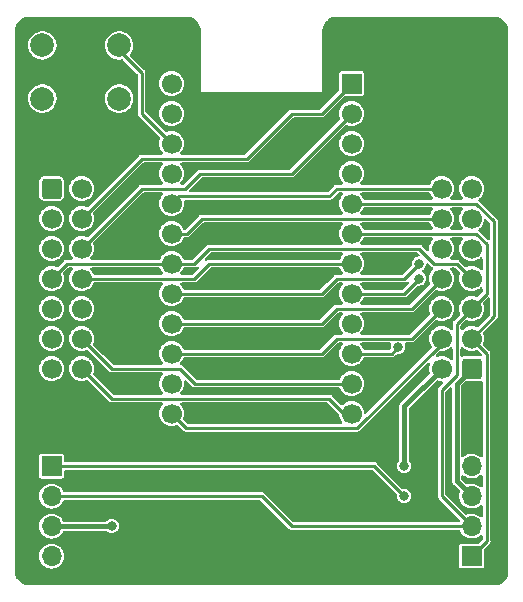
<source format=gbl>
%TF.GenerationSoftware,KiCad,Pcbnew,(6.0.6-1)-1*%
%TF.CreationDate,2022-07-19T11:26:52+08:00*%
%TF.ProjectId,Control,436f6e74-726f-46c2-9e6b-696361645f70,V3.2.2*%
%TF.SameCoordinates,PX7df6180PY32de760*%
%TF.FileFunction,Copper,L2,Bot*%
%TF.FilePolarity,Positive*%
%FSLAX46Y46*%
G04 Gerber Fmt 4.6, Leading zero omitted, Abs format (unit mm)*
G04 Created by KiCad (PCBNEW (6.0.6-1)-1) date 2022-07-19 11:26:52*
%MOMM*%
%LPD*%
G01*
G04 APERTURE LIST*
G04 Aperture macros list*
%AMRoundRect*
0 Rectangle with rounded corners*
0 $1 Rounding radius*
0 $2 $3 $4 $5 $6 $7 $8 $9 X,Y pos of 4 corners*
0 Add a 4 corners polygon primitive as box body*
4,1,4,$2,$3,$4,$5,$6,$7,$8,$9,$2,$3,0*
0 Add four circle primitives for the rounded corners*
1,1,$1+$1,$2,$3*
1,1,$1+$1,$4,$5*
1,1,$1+$1,$6,$7*
1,1,$1+$1,$8,$9*
0 Add four rect primitives between the rounded corners*
20,1,$1+$1,$2,$3,$4,$5,0*
20,1,$1+$1,$4,$5,$6,$7,0*
20,1,$1+$1,$6,$7,$8,$9,0*
20,1,$1+$1,$8,$9,$2,$3,0*%
G04 Aperture macros list end*
%TA.AperFunction,ComponentPad*%
%ADD10RoundRect,0.250000X-0.600000X-0.600000X0.600000X-0.600000X0.600000X0.600000X-0.600000X0.600000X0*%
%TD*%
%TA.AperFunction,ComponentPad*%
%ADD11C,1.700000*%
%TD*%
%TA.AperFunction,ComponentPad*%
%ADD12RoundRect,0.250000X0.600000X0.600000X-0.600000X0.600000X-0.600000X-0.600000X0.600000X-0.600000X0*%
%TD*%
%TA.AperFunction,ComponentPad*%
%ADD13C,2.000000*%
%TD*%
%TA.AperFunction,ComponentPad*%
%ADD14R,1.700000X1.700000*%
%TD*%
%TA.AperFunction,ComponentPad*%
%ADD15O,1.700000X1.700000*%
%TD*%
%TA.AperFunction,ViaPad*%
%ADD16C,0.800000*%
%TD*%
%TA.AperFunction,Conductor*%
%ADD17C,0.250000*%
%TD*%
%TA.AperFunction,Conductor*%
%ADD18C,0.381000*%
%TD*%
%TA.AperFunction,Conductor*%
%ADD19C,0.400000*%
%TD*%
G04 APERTURE END LIST*
D10*
%TO.P,J1,1,Pin_1*%
%TO.N,VCC*%
X-10160000Y-8890000D03*
D11*
%TO.P,J1,2,Pin_2*%
%TO.N,GND*%
X-7620000Y-8890000D03*
%TO.P,J1,3,Pin_3*%
%TO.N,Row1*%
X-10160000Y-11430000D03*
%TO.P,J1,4,Pin_4*%
%TO.N,Col1*%
X-7620000Y-11430000D03*
%TO.P,J1,5,Pin_5*%
%TO.N,Row2*%
X-10160000Y-13970000D03*
%TO.P,J1,6,Pin_6*%
%TO.N,Col2*%
X-7620000Y-13970000D03*
%TO.P,J1,7,Pin_7*%
%TO.N,Row3*%
X-10160000Y-16510000D03*
%TO.P,J1,8,Pin_8*%
%TO.N,Col3*%
X-7620000Y-16510000D03*
%TO.P,J1,9,Pin_9*%
%TO.N,Row4*%
X-10160000Y-19050000D03*
%TO.P,J1,10,Pin_10*%
%TO.N,Col4*%
X-7620000Y-19050000D03*
%TO.P,J1,11,Pin_11*%
%TO.N,Row5*%
X-10160000Y-21590000D03*
%TO.P,J1,12,Pin_12*%
%TO.N,Col5*%
X-7620000Y-21590000D03*
%TO.P,J1,13,Pin_13*%
%TO.N,Row6*%
X-10160000Y-24130000D03*
%TO.P,J1,14,Pin_14*%
%TO.N,Col6*%
X-7620000Y-24130000D03*
%TD*%
D12*
%TO.P,J2,1,Pin_1*%
%TO.N,VCC*%
X25400000Y-24130000D03*
D11*
%TO.P,J2,2,Pin_2*%
%TO.N,GND*%
X22860000Y-24130000D03*
%TO.P,J2,3,Pin_3*%
%TO.N,Row1*%
X25400000Y-21590000D03*
%TO.P,J2,4,Pin_4*%
%TO.N,Col7*%
X22860000Y-21590000D03*
%TO.P,J2,5,Pin_5*%
%TO.N,Row2*%
X25400000Y-19050000D03*
%TO.P,J2,6,Pin_6*%
%TO.N,Col8*%
X22860000Y-19050000D03*
%TO.P,J2,7,Pin_7*%
%TO.N,Row3*%
X25400000Y-16510000D03*
%TO.P,J2,8,Pin_8*%
%TO.N,Col9*%
X22860000Y-16510000D03*
%TO.P,J2,9,Pin_9*%
%TO.N,Row4*%
X25400000Y-13970000D03*
%TO.P,J2,10,Pin_10*%
%TO.N,Col10*%
X22860000Y-13970000D03*
%TO.P,J2,11,Pin_11*%
%TO.N,Row5*%
X25400000Y-11430000D03*
%TO.P,J2,12,Pin_12*%
%TO.N,Col11*%
X22860000Y-11430000D03*
%TO.P,J2,13,Pin_13*%
%TO.N,Row6*%
X25400000Y-8890000D03*
%TO.P,J2,14,Pin_14*%
%TO.N,Col12*%
X22860000Y-8890000D03*
%TD*%
D13*
%TO.P,SW1,*%
%TO.N,*%
X-10945000Y3230000D03*
X-10945000Y-1270000D03*
%TO.P,SW1,1,1*%
%TO.N,Reset*%
X-4445000Y3230000D03*
%TO.P,SW1,2,2*%
%TO.N,GND*%
X-4445000Y-1270000D03*
%TD*%
D14*
%TO.P,J3,1,Pin_1*%
%TO.N,Row1*%
X-10160000Y-32395000D03*
D15*
%TO.P,J3,2,Pin_2*%
%TO.N,Row2*%
X-10160000Y-34935000D03*
%TO.P,J3,3,Pin_3*%
%TO.N,VCC*%
X-10160000Y-37475000D03*
%TO.P,J3,4,Pin_4*%
%TO.N,GND*%
X-10160000Y-40015000D03*
%TD*%
D14*
%TO.P,J4,1,Pin_1*%
%TO.N,Row1*%
X25400000Y-40005000D03*
D15*
%TO.P,J4,2,Pin_2*%
%TO.N,Row2*%
X25400000Y-37465000D03*
%TO.P,J4,3,Pin_3*%
%TO.N,VCC*%
X25400000Y-34925000D03*
%TO.P,J4,4,Pin_4*%
%TO.N,GND*%
X25400000Y-32385000D03*
%TD*%
D14*
%TO.P,U1,1,TX0/PD3*%
%TO.N,Col1*%
X15240000Y0D03*
D11*
%TO.P,U1,2,RX1/PD2*%
%TO.N,Col2*%
X15240000Y-2540000D03*
%TO.P,U1,3,GND*%
%TO.N,GND*%
X15240000Y-5080000D03*
%TO.P,U1,4,GND*%
X15240000Y-7620000D03*
%TO.P,U1,5,2/PD1*%
%TO.N,Row1*%
X15240000Y-10160000D03*
%TO.P,U1,6,3/PD0*%
%TO.N,Row2*%
X15240000Y-12700000D03*
%TO.P,U1,7,4/PD4*%
%TO.N,Col3*%
X15240000Y-15240000D03*
%TO.P,U1,8,5/PC6*%
%TO.N,Row4*%
X15240000Y-17780000D03*
%TO.P,U1,9,6/PD7*%
%TO.N,Col4*%
X15240000Y-20320000D03*
%TO.P,U1,10,7/PE6*%
%TO.N,Row5*%
X15240000Y-22860000D03*
%TO.P,U1,11,8/PB4*%
%TO.N,Col5*%
X15240000Y-25400000D03*
%TO.P,U1,12,9/PB5*%
%TO.N,Col6*%
X15240000Y-27940000D03*
%TO.P,U1,13,10/PB6*%
%TO.N,Col7*%
X0Y-27940000D03*
%TO.P,U1,14,16/PB2*%
%TO.N,Row6*%
X0Y-25400000D03*
%TO.P,U1,15,14/PB3*%
%TO.N,Col8*%
X0Y-22860000D03*
%TO.P,U1,16,15/PB1*%
%TO.N,Col9*%
X0Y-20320000D03*
%TO.P,U1,17,A0/PF7*%
%TO.N,Col10*%
X0Y-17780000D03*
%TO.P,U1,18,A1/PF6*%
%TO.N,Row3*%
X0Y-15240000D03*
%TO.P,U1,19,A2/PF5*%
%TO.N,Col11*%
X0Y-12700000D03*
%TO.P,U1,20,A3/PF4*%
%TO.N,Col12*%
X0Y-10160000D03*
%TO.P,U1,21,VCC*%
%TO.N,VCC*%
X0Y-7620000D03*
%TO.P,U1,22,RST*%
%TO.N,Reset*%
X0Y-5080000D03*
%TO.P,U1,23,GND*%
%TO.N,GND*%
X0Y-2540000D03*
%TO.P,U1,24,RAW*%
%TO.N,unconnected-(U1-Pad24)*%
X0Y0D03*
%TD*%
D16*
%TO.N,Row1*%
X19685000Y-34925000D03*
%TO.N,VCC*%
X-5080000Y-37465000D03*
%TO.N,Row5*%
X19169511Y-22314500D03*
%TO.N,Row4*%
X20955000Y-16510000D03*
%TO.N,Col10*%
X20955000Y-15240000D03*
%TO.N,GND*%
X19685000Y-32385000D03*
%TD*%
D17*
%TO.N,Row1*%
X15240000Y-10160000D02*
X25791010Y-10160000D01*
X26670000Y-22860000D02*
X26670000Y-38735000D01*
X26670000Y-38735000D02*
X25400000Y-40005000D01*
X27305000Y-19685000D02*
X25400000Y-21590000D01*
X-10160000Y-32395000D02*
X17155000Y-32395000D01*
X25791010Y-10160000D02*
X27305000Y-11673990D01*
X25400000Y-21590000D02*
X26670000Y-22860000D01*
X17155000Y-32395000D02*
X19685000Y-34925000D01*
X27305000Y-11673990D02*
X27305000Y-19685000D01*
%TO.N,Col1*%
X12700000Y-2540000D02*
X10160000Y-2540000D01*
X15240000Y0D02*
X12700000Y-2540000D01*
X6350000Y-6350000D02*
X-2540000Y-6350000D01*
X-2540000Y-6350000D02*
X-7620000Y-11430000D01*
X10160000Y-2540000D02*
X6350000Y-6350000D01*
D18*
%TO.N,VCC*%
X-10160000Y-37475000D02*
X-5090000Y-37475000D01*
X-5090000Y-37475000D02*
X-5080000Y-37465000D01*
X25400000Y-24130000D02*
X24130000Y-25400000D01*
X24130000Y-33655000D02*
X25400000Y-34925000D01*
X24130000Y-25400000D02*
X24130000Y-33655000D01*
D17*
%TO.N,Col9*%
X12700000Y-20320000D02*
X0Y-20320000D01*
X13970000Y-19050000D02*
X12700000Y-20320000D01*
X20320000Y-19050000D02*
X13970000Y-19050000D01*
X22860000Y-16510000D02*
X20320000Y-19050000D01*
%TO.N,Col8*%
X0Y-22860000D02*
X12700000Y-22860000D01*
X12700000Y-22860000D02*
X13970000Y-21590000D01*
X20320000Y-21590000D02*
X22860000Y-19050000D01*
X13970000Y-21590000D02*
X20320000Y-21590000D01*
%TO.N,Col7*%
X1200811Y-29140811D02*
X15737393Y-29140811D01*
X22860000Y-22018204D02*
X22860000Y-21590000D01*
X0Y-27940000D02*
X1200811Y-29140811D01*
X15737393Y-29140811D02*
X22860000Y-22018204D01*
%TO.N,Row3*%
X0Y-15240000D02*
X-8890000Y-15240000D01*
X24130000Y-15240000D02*
X25400000Y-16510000D01*
X22225000Y-15240000D02*
X24130000Y-15240000D01*
X1905000Y-15240000D02*
X3175000Y-13970000D01*
X-8890000Y-15240000D02*
X-10160000Y-16510000D01*
X20955000Y-13970000D02*
X22225000Y-15240000D01*
X0Y-15240000D02*
X1905000Y-15240000D01*
X3175000Y-13970000D02*
X20955000Y-13970000D01*
%TO.N,Row5*%
X15240000Y-22860000D02*
X18624011Y-22860000D01*
X18624011Y-22860000D02*
X19169511Y-22314500D01*
%TO.N,Row4*%
X19685000Y-17780000D02*
X20955000Y-16510000D01*
X15240000Y-17780000D02*
X19685000Y-17780000D01*
%TO.N,Col6*%
X14605000Y-27940000D02*
X13335000Y-26670000D01*
X13335000Y-26670000D02*
X-5080000Y-26670000D01*
X15240000Y-27940000D02*
X14605000Y-27940000D01*
X-5080000Y-26670000D02*
X-7620000Y-24130000D01*
%TO.N,Col5*%
X-5080000Y-24130000D02*
X-7620000Y-21590000D01*
X15240000Y-25400000D02*
X1970124Y-25400000D01*
X700124Y-24130000D02*
X-5080000Y-24130000D01*
X1970124Y-25400000D02*
X700124Y-24130000D01*
%TO.N,Col3*%
X15240000Y-15240000D02*
X3175000Y-15240000D01*
X3175000Y-15240000D02*
X1905000Y-16510000D01*
X1905000Y-16510000D02*
X-7620000Y-16510000D01*
%TO.N,Col2*%
X10160000Y-7620000D02*
X2418005Y-7620000D01*
X15240000Y-2540000D02*
X10160000Y-7620000D01*
X1148005Y-8890000D02*
X-2540000Y-8890000D01*
X-2540000Y-8890000D02*
X-7620000Y-13970000D01*
X2418005Y-7620000D02*
X1148005Y-8890000D01*
%TO.N,Row2*%
X15240000Y-12700000D02*
X25791010Y-12700000D01*
X10160000Y-37465000D02*
X25400000Y-37465000D01*
X26670000Y-13578990D02*
X26670000Y-17780000D01*
X25400000Y-19050000D02*
X24130000Y-20320000D01*
X7620000Y-34925000D02*
X10160000Y-37465000D01*
X26670000Y-17780000D02*
X25400000Y-19050000D01*
X24130000Y-24671664D02*
X22860000Y-25941664D01*
X24130000Y-20320000D02*
X24130000Y-24671664D01*
X22860000Y-25941664D02*
X22860000Y-34925000D01*
X25791010Y-12700000D02*
X26670000Y-13578990D01*
X-10160000Y-34935000D02*
X-10150000Y-34925000D01*
X-10150000Y-34925000D02*
X7620000Y-34925000D01*
X22860000Y-34925000D02*
X25400000Y-37465000D01*
%TO.N,Reset*%
X0Y-5080000D02*
X-2540000Y-2540000D01*
X-2540000Y-2540000D02*
X-2540000Y928000D01*
X-2540000Y928000D02*
X-4700200Y3088200D01*
%TO.N,Col12*%
X635000Y-9525000D02*
X13335000Y-9525000D01*
X13970000Y-8890000D02*
X22860000Y-8890000D01*
X13335000Y-9525000D02*
X13970000Y-8890000D01*
X0Y-10160000D02*
X635000Y-9525000D01*
%TO.N,Col11*%
X1270000Y-12700000D02*
X2540000Y-11430000D01*
X0Y-12700000D02*
X1270000Y-12700000D01*
X2540000Y-11430000D02*
X22860000Y-11430000D01*
%TO.N,Col10*%
X13970000Y-16510000D02*
X19685000Y-16510000D01*
X0Y-17780000D02*
X12700000Y-17780000D01*
X12700000Y-17780000D02*
X13970000Y-16510000D01*
X19685000Y-16510000D02*
X20955000Y-15240000D01*
D19*
%TO.N,GND*%
X22860000Y-24130000D02*
X19685000Y-27305000D01*
X19685000Y-27305000D02*
X19685000Y-32385000D01*
%TD*%
%TA.AperFunction,NonConductor*%
G36*
X21837332Y-9235502D02*
G01*
X21881278Y-9283906D01*
X21949268Y-9416200D01*
X21972712Y-9461818D01*
X22100677Y-9623270D01*
X22100550Y-9623370D01*
X22132227Y-9683870D01*
X22125927Y-9754586D01*
X22082395Y-9810671D01*
X22008658Y-9834500D01*
X16331269Y-9834500D01*
X16263148Y-9814498D01*
X16216008Y-9757991D01*
X16215935Y-9757749D01*
X16119218Y-9575849D01*
X15993037Y-9421136D01*
X15965483Y-9355704D01*
X15977678Y-9285763D01*
X16025751Y-9233518D01*
X16090680Y-9215500D01*
X21769211Y-9215500D01*
X21837332Y-9235502D01*
G37*
%TD.AperFunction*%
%TA.AperFunction,NonConductor*%
G36*
X22079054Y-10505502D02*
G01*
X22125547Y-10559158D01*
X22135651Y-10629432D01*
X22107454Y-10692491D01*
X21989024Y-10833630D01*
X21986056Y-10839028D01*
X21986053Y-10839033D01*
X21922922Y-10953870D01*
X21889776Y-11014162D01*
X21887914Y-11020031D01*
X21885485Y-11025699D01*
X21883458Y-11024830D01*
X21849342Y-11075481D01*
X21784140Y-11103575D01*
X21768901Y-11104500D01*
X16087722Y-11104500D01*
X16019601Y-11084498D01*
X15973108Y-11030842D01*
X15963004Y-10960568D01*
X15992340Y-10896169D01*
X16098540Y-10773134D01*
X16098540Y-10773133D01*
X16102564Y-10768472D01*
X16123387Y-10731818D01*
X16181550Y-10629432D01*
X16204323Y-10589344D01*
X16210184Y-10571726D01*
X16250666Y-10513403D01*
X16316254Y-10486224D01*
X16329741Y-10485500D01*
X22010933Y-10485500D01*
X22079054Y-10505502D01*
G37*
%TD.AperFunction*%
%TA.AperFunction,NonConductor*%
G36*
X21837332Y-11775502D02*
G01*
X21881278Y-11823906D01*
X21951722Y-11960975D01*
X21972712Y-12001818D01*
X22100677Y-12163270D01*
X22100550Y-12163370D01*
X22132227Y-12223870D01*
X22125927Y-12294586D01*
X22082395Y-12350671D01*
X22008658Y-12374500D01*
X16331269Y-12374500D01*
X16263148Y-12354498D01*
X16216008Y-12297991D01*
X16215935Y-12297749D01*
X16119218Y-12115849D01*
X15993037Y-11961136D01*
X15965483Y-11895704D01*
X15977678Y-11825763D01*
X16025751Y-11773518D01*
X16090680Y-11755500D01*
X21769211Y-11755500D01*
X21837332Y-11775502D01*
G37*
%TD.AperFunction*%
%TA.AperFunction,NonConductor*%
G36*
X24619054Y-10505502D02*
G01*
X24665547Y-10559158D01*
X24675651Y-10629432D01*
X24647454Y-10692491D01*
X24529024Y-10833630D01*
X24526056Y-10839028D01*
X24526053Y-10839033D01*
X24462287Y-10955024D01*
X24429776Y-11014162D01*
X24367484Y-11210532D01*
X24366798Y-11216649D01*
X24366797Y-11216653D01*
X24345207Y-11409137D01*
X24344520Y-11415262D01*
X24345036Y-11421406D01*
X24360325Y-11603471D01*
X24361759Y-11620553D01*
X24363458Y-11626478D01*
X24415743Y-11808817D01*
X24418544Y-11818586D01*
X24421359Y-11824063D01*
X24421360Y-11824066D01*
X24491804Y-11961136D01*
X24512712Y-12001818D01*
X24640677Y-12163270D01*
X24640550Y-12163370D01*
X24672227Y-12223870D01*
X24665927Y-12294586D01*
X24622395Y-12350671D01*
X24548658Y-12374500D01*
X23707722Y-12374500D01*
X23639601Y-12354498D01*
X23593108Y-12300842D01*
X23583004Y-12230568D01*
X23612340Y-12166169D01*
X23718540Y-12043134D01*
X23718540Y-12043133D01*
X23722564Y-12038472D01*
X23743387Y-12001818D01*
X23772515Y-11950543D01*
X23824323Y-11859344D01*
X23889351Y-11663863D01*
X23915171Y-11459474D01*
X23915583Y-11430000D01*
X23895480Y-11224970D01*
X23835935Y-11027749D01*
X23739218Y-10845849D01*
X23613037Y-10691136D01*
X23585483Y-10625704D01*
X23597678Y-10555763D01*
X23645751Y-10503518D01*
X23710680Y-10485500D01*
X24550933Y-10485500D01*
X24619054Y-10505502D01*
G37*
%TD.AperFunction*%
%TA.AperFunction,NonConductor*%
G36*
X26656663Y-11485980D02*
G01*
X26942595Y-11771912D01*
X26976621Y-11834224D01*
X26979500Y-11861007D01*
X26979500Y-13123974D01*
X26959498Y-13192095D01*
X26905842Y-13238588D01*
X26835568Y-13248692D01*
X26770988Y-13219198D01*
X26764405Y-13213069D01*
X26035121Y-12483785D01*
X26027694Y-12475681D01*
X26008712Y-12453059D01*
X25980248Y-12388018D01*
X25991465Y-12317914D01*
X26027659Y-12272780D01*
X26127951Y-12194424D01*
X26262564Y-12038472D01*
X26283387Y-12001818D01*
X26312515Y-11950543D01*
X26364323Y-11859344D01*
X26429351Y-11663863D01*
X26442563Y-11559280D01*
X26470943Y-11494207D01*
X26530003Y-11454805D01*
X26600989Y-11453588D01*
X26656663Y-11485980D01*
G37*
%TD.AperFunction*%
%TA.AperFunction,NonConductor*%
G36*
X22079054Y-13045502D02*
G01*
X22125547Y-13099158D01*
X22135651Y-13169432D01*
X22107454Y-13232491D01*
X21989024Y-13373630D01*
X21986056Y-13379028D01*
X21986053Y-13379033D01*
X21922287Y-13495024D01*
X21889776Y-13554162D01*
X21827484Y-13750532D01*
X21826798Y-13756649D01*
X21826797Y-13756653D01*
X21805207Y-13949137D01*
X21804520Y-13955262D01*
X21805036Y-13961406D01*
X21805036Y-13961407D01*
X21812737Y-14053120D01*
X21798505Y-14122675D01*
X21748928Y-14173495D01*
X21679746Y-14189444D01*
X21612924Y-14165458D01*
X21598084Y-14152758D01*
X21199111Y-13753785D01*
X21191684Y-13745681D01*
X21174541Y-13725251D01*
X21174540Y-13725250D01*
X21167455Y-13716806D01*
X21157906Y-13711293D01*
X21134815Y-13697961D01*
X21125544Y-13692055D01*
X21116611Y-13685800D01*
X21094684Y-13670446D01*
X21084034Y-13667592D01*
X21080866Y-13666115D01*
X21077590Y-13664923D01*
X21068045Y-13659412D01*
X21034301Y-13653462D01*
X21030942Y-13652870D01*
X21020215Y-13650492D01*
X20983807Y-13640736D01*
X20972822Y-13641697D01*
X20972820Y-13641697D01*
X20946272Y-13644020D01*
X20935290Y-13644500D01*
X16087722Y-13644500D01*
X16019601Y-13624498D01*
X15973108Y-13570842D01*
X15963004Y-13500568D01*
X15992340Y-13436169D01*
X16098540Y-13313134D01*
X16098540Y-13313133D01*
X16102564Y-13308472D01*
X16123387Y-13271818D01*
X16155201Y-13215815D01*
X16204323Y-13129344D01*
X16210184Y-13111726D01*
X16250666Y-13053403D01*
X16316254Y-13026224D01*
X16329741Y-13025500D01*
X22010933Y-13025500D01*
X22079054Y-13045502D01*
G37*
%TD.AperFunction*%
%TA.AperFunction,NonConductor*%
G36*
X-780946Y-9235502D02*
G01*
X-734453Y-9289158D01*
X-724349Y-9359432D01*
X-752546Y-9422491D01*
X-870976Y-9563630D01*
X-873944Y-9569028D01*
X-873947Y-9569033D01*
X-940761Y-9690568D01*
X-970224Y-9744162D01*
X-1032516Y-9940532D01*
X-1033202Y-9946649D01*
X-1033203Y-9946653D01*
X-1037930Y-9988795D01*
X-1055480Y-10145262D01*
X-1038241Y-10350553D01*
X-1036542Y-10356478D01*
X-1007747Y-10456897D01*
X-981456Y-10548586D01*
X-978641Y-10554063D01*
X-978640Y-10554066D01*
X-908196Y-10691136D01*
X-887288Y-10731818D01*
X-759323Y-10893270D01*
X-754630Y-10897264D01*
X-754629Y-10897265D01*
X-610374Y-11020035D01*
X-602436Y-11026791D01*
X-422602Y-11127297D01*
X-328219Y-11157964D01*
X-232529Y-11189056D01*
X-232525Y-11189057D01*
X-226671Y-11190959D01*
X-22106Y-11215351D01*
X-15971Y-11214879D01*
X-15969Y-11214879D01*
X40523Y-11210532D01*
X183300Y-11199546D01*
X189230Y-11197890D01*
X189232Y-11197890D01*
X375797Y-11145800D01*
X375796Y-11145800D01*
X381725Y-11144145D01*
X387214Y-11141372D01*
X387220Y-11141370D01*
X560116Y-11054033D01*
X565610Y-11051258D01*
X591742Y-11030842D01*
X646780Y-10987841D01*
X727951Y-10924424D01*
X862564Y-10768472D01*
X883387Y-10731818D01*
X912515Y-10680543D01*
X964323Y-10589344D01*
X1029351Y-10393863D01*
X1055171Y-10189474D01*
X1055583Y-10160000D01*
X1038797Y-9988795D01*
X1052057Y-9919047D01*
X1100920Y-9867541D01*
X1164196Y-9850500D01*
X13315290Y-9850500D01*
X13326272Y-9850980D01*
X13352820Y-9853303D01*
X13352822Y-9853303D01*
X13363807Y-9854264D01*
X13400215Y-9844508D01*
X13410942Y-9842130D01*
X13414301Y-9841538D01*
X13448045Y-9835588D01*
X13457590Y-9830077D01*
X13460866Y-9828885D01*
X13464034Y-9827408D01*
X13474684Y-9824554D01*
X13505544Y-9802945D01*
X13514815Y-9797039D01*
X13537906Y-9783707D01*
X13547455Y-9778194D01*
X13571685Y-9749317D01*
X13579111Y-9741215D01*
X14067921Y-9252405D01*
X14130233Y-9218379D01*
X14157016Y-9215500D01*
X14390933Y-9215500D01*
X14459054Y-9235502D01*
X14505547Y-9289158D01*
X14515651Y-9359432D01*
X14487454Y-9422491D01*
X14369024Y-9563630D01*
X14366056Y-9569028D01*
X14366053Y-9569033D01*
X14299239Y-9690568D01*
X14269776Y-9744162D01*
X14207484Y-9940532D01*
X14206798Y-9946649D01*
X14206797Y-9946653D01*
X14202070Y-9988795D01*
X14184520Y-10145262D01*
X14201759Y-10350553D01*
X14203458Y-10356478D01*
X14232253Y-10456897D01*
X14258544Y-10548586D01*
X14261359Y-10554063D01*
X14261360Y-10554066D01*
X14331804Y-10691136D01*
X14352712Y-10731818D01*
X14480677Y-10893270D01*
X14480550Y-10893370D01*
X14512227Y-10953870D01*
X14505927Y-11024586D01*
X14462395Y-11080671D01*
X14388658Y-11104500D01*
X2559713Y-11104500D01*
X2548732Y-11104021D01*
X2522170Y-11101697D01*
X2522168Y-11101697D01*
X2511193Y-11100737D01*
X2474783Y-11110492D01*
X2464076Y-11112866D01*
X2426955Y-11119412D01*
X2417411Y-11124922D01*
X2414135Y-11126114D01*
X2410964Y-11127593D01*
X2400316Y-11130446D01*
X2391287Y-11136768D01*
X2369449Y-11152059D01*
X2360179Y-11157964D01*
X2337092Y-11171293D01*
X2337088Y-11171296D01*
X2327545Y-11176806D01*
X2309853Y-11197890D01*
X2303320Y-11205676D01*
X2295894Y-11213779D01*
X1734172Y-11775502D01*
X1177946Y-12331728D01*
X1115634Y-12365753D01*
X1044819Y-12360689D01*
X987983Y-12318142D01*
X976287Y-12297562D01*
X975935Y-12297749D01*
X882111Y-12121290D01*
X879218Y-12115849D01*
X786216Y-12001818D01*
X752906Y-11960975D01*
X752903Y-11960972D01*
X749011Y-11956200D01*
X731786Y-11941950D01*
X595025Y-11828811D01*
X595021Y-11828809D01*
X590275Y-11824882D01*
X409055Y-11726897D01*
X212254Y-11665977D01*
X206129Y-11665333D01*
X206128Y-11665333D01*
X13498Y-11645087D01*
X13496Y-11645087D01*
X7369Y-11644443D01*
X-79471Y-11652346D01*
X-191658Y-11662555D01*
X-191661Y-11662556D01*
X-197797Y-11663114D01*
X-395428Y-11721280D01*
X-577998Y-11816726D01*
X-582799Y-11820586D01*
X-582802Y-11820588D01*
X-680864Y-11899432D01*
X-738553Y-11945815D01*
X-870976Y-12103630D01*
X-873944Y-12109028D01*
X-873947Y-12109033D01*
X-940761Y-12230568D01*
X-970224Y-12284162D01*
X-1032516Y-12480532D01*
X-1055480Y-12685262D01*
X-1038241Y-12890553D01*
X-1036542Y-12896478D01*
X-998466Y-13029264D01*
X-981456Y-13088586D01*
X-978641Y-13094063D01*
X-978640Y-13094066D01*
X-908196Y-13231136D01*
X-887288Y-13271818D01*
X-759323Y-13433270D01*
X-754630Y-13437264D01*
X-754629Y-13437265D01*
X-610374Y-13560035D01*
X-602436Y-13566791D01*
X-422602Y-13667297D01*
X-328228Y-13697961D01*
X-232529Y-13729056D01*
X-232525Y-13729057D01*
X-226671Y-13730959D01*
X-22106Y-13755351D01*
X-15971Y-13754879D01*
X-15969Y-13754879D01*
X40523Y-13750532D01*
X183300Y-13739546D01*
X189230Y-13737890D01*
X189232Y-13737890D01*
X342080Y-13695214D01*
X381725Y-13684145D01*
X387214Y-13681372D01*
X387220Y-13681370D01*
X560116Y-13594033D01*
X565610Y-13591258D01*
X591742Y-13570842D01*
X646780Y-13527841D01*
X727951Y-13464424D01*
X780163Y-13403936D01*
X858540Y-13313134D01*
X858540Y-13313133D01*
X862564Y-13308472D01*
X883387Y-13271818D01*
X915201Y-13215815D01*
X964323Y-13129344D01*
X970184Y-13111726D01*
X1010666Y-13053403D01*
X1076254Y-13026224D01*
X1089741Y-13025500D01*
X1250290Y-13025500D01*
X1261272Y-13025980D01*
X1287820Y-13028303D01*
X1287822Y-13028303D01*
X1298807Y-13029264D01*
X1335215Y-13019508D01*
X1345942Y-13017130D01*
X1349301Y-13016538D01*
X1383045Y-13010588D01*
X1392590Y-13005077D01*
X1395866Y-13003885D01*
X1399034Y-13002408D01*
X1409684Y-12999554D01*
X1440544Y-12977945D01*
X1449815Y-12972039D01*
X1472910Y-12958705D01*
X1472911Y-12958704D01*
X1482455Y-12953194D01*
X1506685Y-12924319D01*
X1514110Y-12916217D01*
X2637922Y-11792405D01*
X2700234Y-11758379D01*
X2727017Y-11755500D01*
X14390933Y-11755500D01*
X14459054Y-11775502D01*
X14505547Y-11829158D01*
X14515651Y-11899432D01*
X14487454Y-11962491D01*
X14369024Y-12103630D01*
X14366056Y-12109028D01*
X14366053Y-12109033D01*
X14299239Y-12230568D01*
X14269776Y-12284162D01*
X14207484Y-12480532D01*
X14184520Y-12685262D01*
X14201759Y-12890553D01*
X14203458Y-12896478D01*
X14241534Y-13029264D01*
X14258544Y-13088586D01*
X14261359Y-13094063D01*
X14261360Y-13094066D01*
X14331804Y-13231136D01*
X14352712Y-13271818D01*
X14480677Y-13433270D01*
X14480550Y-13433370D01*
X14512227Y-13493870D01*
X14505927Y-13564586D01*
X14462395Y-13620671D01*
X14388658Y-13644500D01*
X3194713Y-13644500D01*
X3183732Y-13644021D01*
X3157170Y-13641697D01*
X3157168Y-13641697D01*
X3146193Y-13640737D01*
X3109783Y-13650492D01*
X3099076Y-13652866D01*
X3061955Y-13659412D01*
X3052411Y-13664922D01*
X3049135Y-13666114D01*
X3045964Y-13667593D01*
X3035316Y-13670446D01*
X3026287Y-13676768D01*
X3004449Y-13692059D01*
X2995179Y-13697964D01*
X2972092Y-13711293D01*
X2972088Y-13711296D01*
X2962545Y-13716806D01*
X2944853Y-13737890D01*
X2938320Y-13745676D01*
X2930894Y-13753779D01*
X1807079Y-14877595D01*
X1744767Y-14911620D01*
X1717984Y-14914500D01*
X1091269Y-14914500D01*
X1023148Y-14894498D01*
X976008Y-14837991D01*
X975935Y-14837749D01*
X879218Y-14655849D01*
X786216Y-14541818D01*
X752906Y-14500975D01*
X752903Y-14500972D01*
X749011Y-14496200D01*
X744262Y-14492271D01*
X595025Y-14368811D01*
X595021Y-14368809D01*
X590275Y-14364882D01*
X409055Y-14266897D01*
X212254Y-14205977D01*
X206129Y-14205333D01*
X206128Y-14205333D01*
X13498Y-14185087D01*
X13496Y-14185087D01*
X7369Y-14184443D01*
X-79471Y-14192346D01*
X-191658Y-14202555D01*
X-191661Y-14202556D01*
X-197797Y-14203114D01*
X-395428Y-14261280D01*
X-577998Y-14356726D01*
X-582799Y-14360586D01*
X-582802Y-14360588D01*
X-680864Y-14439432D01*
X-738553Y-14485815D01*
X-870976Y-14643630D01*
X-873944Y-14649028D01*
X-873947Y-14649033D01*
X-937078Y-14763870D01*
X-970224Y-14824162D01*
X-972086Y-14830031D01*
X-974515Y-14835699D01*
X-976542Y-14834830D01*
X-1010658Y-14885481D01*
X-1075860Y-14913575D01*
X-1091099Y-14914500D01*
X-6772278Y-14914500D01*
X-6840399Y-14894498D01*
X-6886892Y-14840842D01*
X-6896996Y-14770568D01*
X-6867660Y-14706169D01*
X-6761460Y-14583134D01*
X-6761460Y-14583133D01*
X-6757436Y-14578472D01*
X-6736613Y-14541818D01*
X-6707485Y-14490543D01*
X-6655677Y-14399344D01*
X-6590649Y-14203863D01*
X-6564829Y-13999474D01*
X-6564417Y-13970000D01*
X-6584520Y-13764970D01*
X-6644065Y-13567749D01*
X-6645688Y-13564696D01*
X-6653056Y-13495024D01*
X-6618192Y-13428518D01*
X-2442079Y-9252405D01*
X-2379767Y-9218379D01*
X-2352984Y-9215500D01*
X-849067Y-9215500D01*
X-780946Y-9235502D01*
G37*
%TD.AperFunction*%
%TA.AperFunction,NonConductor*%
G36*
X14459054Y-14315502D02*
G01*
X14505547Y-14369158D01*
X14515651Y-14439432D01*
X14487454Y-14502491D01*
X14369024Y-14643630D01*
X14366056Y-14649028D01*
X14366053Y-14649033D01*
X14302922Y-14763870D01*
X14269776Y-14824162D01*
X14267914Y-14830031D01*
X14265485Y-14835699D01*
X14263458Y-14834830D01*
X14229342Y-14885481D01*
X14164140Y-14913575D01*
X14148901Y-14914500D01*
X3194713Y-14914500D01*
X3183732Y-14914021D01*
X3157170Y-14911697D01*
X3157168Y-14911697D01*
X3146193Y-14910737D01*
X3109783Y-14920492D01*
X3099076Y-14922866D01*
X3061955Y-14929412D01*
X3052411Y-14934922D01*
X3049135Y-14936114D01*
X3045964Y-14937593D01*
X3035316Y-14940446D01*
X3026287Y-14946768D01*
X3004449Y-14962059D01*
X2995179Y-14967964D01*
X2977417Y-14978219D01*
X2908422Y-14994957D01*
X2841330Y-14971737D01*
X2797443Y-14915930D01*
X2790694Y-14845255D01*
X2825322Y-14780005D01*
X3272922Y-14332405D01*
X3335234Y-14298379D01*
X3362017Y-14295500D01*
X14390933Y-14295500D01*
X14459054Y-14315502D01*
G37*
%TD.AperFunction*%
%TA.AperFunction,NonConductor*%
G36*
X24619054Y-13045502D02*
G01*
X24665547Y-13099158D01*
X24675651Y-13169432D01*
X24647454Y-13232491D01*
X24529024Y-13373630D01*
X24526056Y-13379028D01*
X24526053Y-13379033D01*
X24462287Y-13495024D01*
X24429776Y-13554162D01*
X24367484Y-13750532D01*
X24366798Y-13756649D01*
X24366797Y-13756653D01*
X24345207Y-13949137D01*
X24344520Y-13955262D01*
X24361759Y-14160553D01*
X24363458Y-14166478D01*
X24411037Y-14332405D01*
X24418544Y-14358586D01*
X24421359Y-14364063D01*
X24421360Y-14364066D01*
X24491804Y-14501136D01*
X24512712Y-14541818D01*
X24640677Y-14703270D01*
X24645370Y-14707264D01*
X24645371Y-14707265D01*
X24730841Y-14780005D01*
X24797564Y-14836791D01*
X24802942Y-14839797D01*
X24802944Y-14839798D01*
X24834563Y-14857469D01*
X24977398Y-14937297D01*
X25069987Y-14967381D01*
X25167471Y-14999056D01*
X25167475Y-14999057D01*
X25173329Y-15000959D01*
X25377894Y-15025351D01*
X25384029Y-15024879D01*
X25384031Y-15024879D01*
X25440039Y-15020569D01*
X25583300Y-15009546D01*
X25589230Y-15007890D01*
X25589232Y-15007890D01*
X25742080Y-14965214D01*
X25781725Y-14954145D01*
X25787214Y-14951372D01*
X25787220Y-14951370D01*
X25960116Y-14864033D01*
X25965610Y-14861258D01*
X25991742Y-14840842D01*
X26123095Y-14738218D01*
X26123096Y-14738217D01*
X26127951Y-14734424D01*
X26131726Y-14730051D01*
X26194732Y-14697619D01*
X26265403Y-14704412D01*
X26321183Y-14748334D01*
X26344500Y-14821357D01*
X26344500Y-15660159D01*
X26324498Y-15728280D01*
X26270842Y-15774773D01*
X26200568Y-15784877D01*
X26138186Y-15757245D01*
X25990275Y-15634882D01*
X25809055Y-15536897D01*
X25612254Y-15475977D01*
X25606129Y-15475333D01*
X25606128Y-15475333D01*
X25413498Y-15455087D01*
X25413496Y-15455087D01*
X25407369Y-15454443D01*
X25320529Y-15462346D01*
X25208342Y-15472555D01*
X25208339Y-15472556D01*
X25202203Y-15473114D01*
X25004572Y-15531280D01*
X24999112Y-15534134D01*
X24994779Y-15535885D01*
X24924126Y-15542858D01*
X24858483Y-15508156D01*
X24374105Y-15023779D01*
X24366678Y-15015674D01*
X24361536Y-15009546D01*
X24342455Y-14986806D01*
X24327582Y-14978219D01*
X24309815Y-14967961D01*
X24300544Y-14962055D01*
X24291611Y-14955800D01*
X24269684Y-14940446D01*
X24259034Y-14937592D01*
X24255866Y-14936115D01*
X24252590Y-14934923D01*
X24243045Y-14929412D01*
X24209301Y-14923462D01*
X24205942Y-14922870D01*
X24195215Y-14920492D01*
X24158807Y-14910736D01*
X24147822Y-14911697D01*
X24147820Y-14911697D01*
X24121272Y-14914020D01*
X24110290Y-14914500D01*
X23707722Y-14914500D01*
X23639601Y-14894498D01*
X23593108Y-14840842D01*
X23583004Y-14770568D01*
X23612340Y-14706169D01*
X23718540Y-14583134D01*
X23718540Y-14583133D01*
X23722564Y-14578472D01*
X23743387Y-14541818D01*
X23772515Y-14490543D01*
X23824323Y-14399344D01*
X23889351Y-14203863D01*
X23915171Y-13999474D01*
X23915583Y-13970000D01*
X23895480Y-13764970D01*
X23835935Y-13567749D01*
X23739218Y-13385849D01*
X23627355Y-13248692D01*
X23613037Y-13231136D01*
X23585483Y-13165704D01*
X23597678Y-13095763D01*
X23645751Y-13043518D01*
X23710680Y-13025500D01*
X24550933Y-13025500D01*
X24619054Y-13045502D01*
G37*
%TD.AperFunction*%
%TA.AperFunction,NonConductor*%
G36*
X-1022668Y-15585502D02*
G01*
X-978722Y-15633906D01*
X-906326Y-15774773D01*
X-887288Y-15811818D01*
X-759323Y-15973270D01*
X-759450Y-15973370D01*
X-727773Y-16033870D01*
X-734073Y-16104586D01*
X-777605Y-16160671D01*
X-851342Y-16184500D01*
X-6528731Y-16184500D01*
X-6596852Y-16164498D01*
X-6643992Y-16107991D01*
X-6644065Y-16107749D01*
X-6740782Y-15925849D01*
X-6866963Y-15771136D01*
X-6894517Y-15705704D01*
X-6882322Y-15635763D01*
X-6834249Y-15583518D01*
X-6769320Y-15565500D01*
X-1090789Y-15565500D01*
X-1022668Y-15585502D01*
G37*
%TD.AperFunction*%
%TA.AperFunction,NonConductor*%
G36*
X2238670Y-15508260D02*
G01*
X2282558Y-15564066D01*
X2289309Y-15634741D01*
X2254681Y-15699992D01*
X1807078Y-16147596D01*
X1744767Y-16181620D01*
X1717984Y-16184500D01*
X847722Y-16184500D01*
X779601Y-16164498D01*
X733108Y-16110842D01*
X723004Y-16040568D01*
X752340Y-15976169D01*
X858540Y-15853134D01*
X858540Y-15853133D01*
X862564Y-15848472D01*
X883387Y-15811818D01*
X930843Y-15728280D01*
X964323Y-15669344D01*
X970184Y-15651726D01*
X1010666Y-15593403D01*
X1076254Y-15566224D01*
X1089741Y-15565500D01*
X1885290Y-15565500D01*
X1896272Y-15565980D01*
X1922820Y-15568303D01*
X1922822Y-15568303D01*
X1933807Y-15569264D01*
X1970215Y-15559508D01*
X1980942Y-15557130D01*
X1984301Y-15556538D01*
X2018045Y-15550588D01*
X2027590Y-15545077D01*
X2030866Y-15543885D01*
X2034034Y-15542408D01*
X2044684Y-15539554D01*
X2075550Y-15517941D01*
X2084813Y-15512040D01*
X2102583Y-15501780D01*
X2171578Y-15485041D01*
X2238670Y-15508260D01*
G37*
%TD.AperFunction*%
%TA.AperFunction,NonConductor*%
G36*
X20836104Y-14315502D02*
G01*
X20857078Y-14332405D01*
X20954592Y-14429919D01*
X20988618Y-14492231D01*
X20983553Y-14563046D01*
X20941006Y-14619882D01*
X20881943Y-14643936D01*
X20827732Y-14651073D01*
X20798238Y-14654956D01*
X20652159Y-14715464D01*
X20526718Y-14811718D01*
X20521695Y-14818264D01*
X20504370Y-14840842D01*
X20430464Y-14937159D01*
X20369956Y-15083238D01*
X20349318Y-15240000D01*
X20358118Y-15306841D01*
X20347179Y-15376988D01*
X20322292Y-15412381D01*
X19587079Y-16147595D01*
X19524766Y-16181620D01*
X19497983Y-16184500D01*
X16087722Y-16184500D01*
X16019601Y-16164498D01*
X15973108Y-16110842D01*
X15963004Y-16040568D01*
X15992340Y-15976169D01*
X16098540Y-15853134D01*
X16098540Y-15853133D01*
X16102564Y-15848472D01*
X16123387Y-15811818D01*
X16154389Y-15757244D01*
X16204323Y-15669344D01*
X16269351Y-15473863D01*
X16295171Y-15269474D01*
X16295583Y-15240000D01*
X16275480Y-15034970D01*
X16215935Y-14837749D01*
X16119218Y-14655849D01*
X15993037Y-14501136D01*
X15965483Y-14435704D01*
X15977678Y-14365763D01*
X16025751Y-14313518D01*
X16090680Y-14295500D01*
X20767983Y-14295500D01*
X20836104Y-14315502D01*
G37*
%TD.AperFunction*%
%TA.AperFunction,NonConductor*%
G36*
X14217332Y-15585502D02*
G01*
X14261278Y-15633906D01*
X14333674Y-15774773D01*
X14352712Y-15811818D01*
X14480677Y-15973270D01*
X14480550Y-15973370D01*
X14512227Y-16033870D01*
X14505927Y-16104586D01*
X14462395Y-16160671D01*
X14388658Y-16184500D01*
X13989713Y-16184500D01*
X13978732Y-16184021D01*
X13952170Y-16181697D01*
X13952168Y-16181697D01*
X13941193Y-16180737D01*
X13904783Y-16190492D01*
X13894076Y-16192866D01*
X13856955Y-16199412D01*
X13847411Y-16204922D01*
X13844135Y-16206114D01*
X13840964Y-16207593D01*
X13830316Y-16210446D01*
X13821287Y-16216768D01*
X13799449Y-16232059D01*
X13790179Y-16237964D01*
X13767092Y-16251293D01*
X13767088Y-16251296D01*
X13757545Y-16256806D01*
X13750460Y-16265250D01*
X13733320Y-16285676D01*
X13725894Y-16293779D01*
X13156271Y-16863403D01*
X12602079Y-17417595D01*
X12539767Y-17451620D01*
X12512984Y-17454500D01*
X1091269Y-17454500D01*
X1023148Y-17434498D01*
X976008Y-17377991D01*
X975935Y-17377749D01*
X879218Y-17195849D01*
X753037Y-17041136D01*
X725483Y-16975704D01*
X737678Y-16905763D01*
X785751Y-16853518D01*
X850680Y-16835500D01*
X1885290Y-16835500D01*
X1896272Y-16835980D01*
X1922820Y-16838303D01*
X1922822Y-16838303D01*
X1933807Y-16839264D01*
X1970215Y-16829508D01*
X1980942Y-16827130D01*
X1984301Y-16826538D01*
X2018045Y-16820588D01*
X2027590Y-16815077D01*
X2030866Y-16813885D01*
X2034034Y-16812408D01*
X2044684Y-16809554D01*
X2075544Y-16787945D01*
X2084815Y-16782039D01*
X2107910Y-16768705D01*
X2107911Y-16768704D01*
X2117455Y-16763194D01*
X2141685Y-16734319D01*
X2149110Y-16726217D01*
X3272922Y-15602405D01*
X3335234Y-15568379D01*
X3362017Y-15565500D01*
X14149211Y-15565500D01*
X14217332Y-15585502D01*
G37*
%TD.AperFunction*%
%TA.AperFunction,NonConductor*%
G36*
X20018672Y-16778265D02*
G01*
X20062558Y-16834072D01*
X20069306Y-16904748D01*
X20034678Y-16969995D01*
X19587078Y-17417595D01*
X19524766Y-17451621D01*
X19497983Y-17454500D01*
X16331269Y-17454500D01*
X16263148Y-17434498D01*
X16216008Y-17377991D01*
X16215935Y-17377749D01*
X16119218Y-17195849D01*
X15993037Y-17041136D01*
X15965483Y-16975704D01*
X15977678Y-16905763D01*
X16025751Y-16853518D01*
X16090680Y-16835500D01*
X19665290Y-16835500D01*
X19676272Y-16835980D01*
X19702820Y-16838303D01*
X19702822Y-16838303D01*
X19713807Y-16839264D01*
X19750215Y-16829508D01*
X19760942Y-16827130D01*
X19764301Y-16826538D01*
X19798045Y-16820588D01*
X19807590Y-16815077D01*
X19810866Y-16813885D01*
X19814034Y-16812408D01*
X19824684Y-16809554D01*
X19855544Y-16787945D01*
X19864817Y-16782038D01*
X19882585Y-16771780D01*
X19951580Y-16755043D01*
X20018672Y-16778265D01*
G37*
%TD.AperFunction*%
%TA.AperFunction,NonConductor*%
G36*
X21765081Y-15240408D02*
G01*
X21980895Y-15456222D01*
X21988321Y-15464325D01*
X22012545Y-15493194D01*
X22022088Y-15498704D01*
X22022092Y-15498707D01*
X22045179Y-15512036D01*
X22054448Y-15517940D01*
X22085316Y-15539554D01*
X22095960Y-15542406D01*
X22096626Y-15542717D01*
X22149911Y-15589634D01*
X22169371Y-15657912D01*
X22148829Y-15725872D01*
X22129843Y-15746809D01*
X22130656Y-15747639D01*
X22126254Y-15751950D01*
X22121447Y-15755815D01*
X21989024Y-15913630D01*
X21986056Y-15919028D01*
X21986053Y-15919033D01*
X21896617Y-16081718D01*
X21889776Y-16094162D01*
X21827484Y-16290532D01*
X21826798Y-16296649D01*
X21826797Y-16296653D01*
X21806671Y-16476089D01*
X21794954Y-16504012D01*
X21807102Y-16529796D01*
X21808165Y-16538668D01*
X21816544Y-16638445D01*
X21821759Y-16700553D01*
X21823458Y-16706478D01*
X21871037Y-16872405D01*
X21878544Y-16898586D01*
X21881362Y-16904068D01*
X21881363Y-16904072D01*
X21881541Y-16904419D01*
X21881579Y-16904619D01*
X21883630Y-16909799D01*
X21882645Y-16910189D01*
X21894887Y-16974150D01*
X21868414Y-17040027D01*
X21858568Y-17051105D01*
X20222079Y-18687595D01*
X20159767Y-18721620D01*
X20132984Y-18724500D01*
X16087722Y-18724500D01*
X16019601Y-18704498D01*
X15973108Y-18650842D01*
X15963004Y-18580568D01*
X15992340Y-18516169D01*
X16098540Y-18393134D01*
X16098540Y-18393133D01*
X16102564Y-18388472D01*
X16123387Y-18351818D01*
X16157396Y-18291950D01*
X16204323Y-18209344D01*
X16210184Y-18191726D01*
X16250666Y-18133403D01*
X16316254Y-18106224D01*
X16329741Y-18105500D01*
X19665290Y-18105500D01*
X19676272Y-18105980D01*
X19702820Y-18108303D01*
X19702822Y-18108303D01*
X19713807Y-18109264D01*
X19750215Y-18099508D01*
X19760942Y-18097130D01*
X19764301Y-18096538D01*
X19798045Y-18090588D01*
X19807590Y-18085077D01*
X19810866Y-18083885D01*
X19814034Y-18082408D01*
X19824684Y-18079554D01*
X19855544Y-18057945D01*
X19864815Y-18052039D01*
X19887910Y-18038705D01*
X19887911Y-18038704D01*
X19897455Y-18033194D01*
X19921685Y-18004319D01*
X19929110Y-17996217D01*
X20782618Y-17142709D01*
X20844930Y-17108683D01*
X20888158Y-17106882D01*
X20955000Y-17115682D01*
X20963188Y-17114604D01*
X21103574Y-17096122D01*
X21111762Y-17095044D01*
X21257841Y-17034536D01*
X21383282Y-16938282D01*
X21479536Y-16812841D01*
X21540044Y-16666762D01*
X21557685Y-16532765D01*
X21569473Y-16506118D01*
X21556534Y-16478491D01*
X21541122Y-16361426D01*
X21540044Y-16353238D01*
X21479536Y-16207159D01*
X21383282Y-16081718D01*
X21257841Y-15985464D01*
X21252550Y-15983272D01*
X21204364Y-15932738D01*
X21190926Y-15863025D01*
X21217312Y-15797114D01*
X21252224Y-15766863D01*
X21257841Y-15764536D01*
X21383282Y-15668282D01*
X21479536Y-15542841D01*
X21540044Y-15396762D01*
X21551064Y-15313057D01*
X21579786Y-15248129D01*
X21639052Y-15209038D01*
X21710043Y-15208193D01*
X21765081Y-15240408D01*
G37*
%TD.AperFunction*%
%TA.AperFunction,NonConductor*%
G36*
X26897532Y-18116961D02*
G01*
X26954368Y-18159508D01*
X26979179Y-18226028D01*
X26979500Y-18235017D01*
X26979500Y-19497984D01*
X26959498Y-19566105D01*
X26942595Y-19587079D01*
X25941491Y-20588183D01*
X25879179Y-20622209D01*
X25809400Y-20615783D01*
X25809055Y-20616897D01*
X25803786Y-20615266D01*
X25612254Y-20555977D01*
X25606129Y-20555333D01*
X25606128Y-20555333D01*
X25413498Y-20535087D01*
X25413496Y-20535087D01*
X25407369Y-20534443D01*
X25320529Y-20542346D01*
X25208342Y-20552555D01*
X25208339Y-20552556D01*
X25202203Y-20553114D01*
X25004572Y-20611280D01*
X24999107Y-20614137D01*
X24937731Y-20646224D01*
X24822002Y-20706726D01*
X24817201Y-20710586D01*
X24817198Y-20710588D01*
X24661447Y-20835815D01*
X24659859Y-20833839D01*
X24606969Y-20861991D01*
X24536211Y-20856171D01*
X24479832Y-20813021D01*
X24455732Y-20746240D01*
X24455500Y-20738592D01*
X24455500Y-20507017D01*
X24475502Y-20438896D01*
X24492405Y-20417921D01*
X24859123Y-20051204D01*
X24921435Y-20017179D01*
X24987154Y-20020467D01*
X25167471Y-20079056D01*
X25167475Y-20079057D01*
X25173329Y-20080959D01*
X25377894Y-20105351D01*
X25384029Y-20104879D01*
X25384031Y-20104879D01*
X25441472Y-20100459D01*
X25583300Y-20089546D01*
X25589230Y-20087890D01*
X25589232Y-20087890D01*
X25775797Y-20035800D01*
X25775796Y-20035800D01*
X25781725Y-20034145D01*
X25787214Y-20031372D01*
X25787220Y-20031370D01*
X25960116Y-19944033D01*
X25965610Y-19941258D01*
X25986146Y-19925214D01*
X26069547Y-19860054D01*
X26127951Y-19814424D01*
X26262564Y-19658472D01*
X26283387Y-19621818D01*
X26315036Y-19566105D01*
X26364323Y-19479344D01*
X26429351Y-19283863D01*
X26455171Y-19079474D01*
X26455583Y-19050000D01*
X26435480Y-18844970D01*
X26375935Y-18647749D01*
X26374312Y-18644697D01*
X26366944Y-18575028D01*
X26401808Y-18508519D01*
X26764405Y-18145922D01*
X26826717Y-18111896D01*
X26897532Y-18116961D01*
G37*
%TD.AperFunction*%
%TA.AperFunction,NonConductor*%
G36*
X18564354Y-21935502D02*
G01*
X18610847Y-21989158D01*
X18620951Y-22059432D01*
X18612642Y-22089717D01*
X18584467Y-22157738D01*
X18563829Y-22314500D01*
X18564907Y-22322688D01*
X18572629Y-22381342D01*
X18561690Y-22451490D01*
X18536802Y-22486883D01*
X18526090Y-22497595D01*
X18463778Y-22531621D01*
X18436995Y-22534500D01*
X16331269Y-22534500D01*
X16263148Y-22514498D01*
X16216008Y-22457991D01*
X16215935Y-22457749D01*
X16119218Y-22275849D01*
X16016667Y-22150109D01*
X15993037Y-22121136D01*
X15965483Y-22055704D01*
X15977678Y-21985763D01*
X16025751Y-21933518D01*
X16090680Y-21915500D01*
X18496233Y-21915500D01*
X18564354Y-21935502D01*
G37*
%TD.AperFunction*%
%TA.AperFunction,NonConductor*%
G36*
X24663163Y-22342407D02*
G01*
X24789626Y-22450035D01*
X24797564Y-22456791D01*
X24802942Y-22459797D01*
X24802944Y-22459798D01*
X24834563Y-22477469D01*
X24977398Y-22557297D01*
X25052346Y-22581649D01*
X25167471Y-22619056D01*
X25167475Y-22619057D01*
X25173329Y-22620959D01*
X25377894Y-22645351D01*
X25384029Y-22644879D01*
X25384031Y-22644879D01*
X25441459Y-22640460D01*
X25583300Y-22629546D01*
X25589230Y-22627890D01*
X25589232Y-22627890D01*
X25754841Y-22581651D01*
X25781725Y-22574145D01*
X25794717Y-22567582D01*
X25864540Y-22554720D01*
X25930231Y-22581649D01*
X25940626Y-22590952D01*
X26228486Y-22878813D01*
X26262511Y-22941125D01*
X26257446Y-23011941D01*
X26214899Y-23068776D01*
X26148379Y-23093587D01*
X26097641Y-23086790D01*
X26092620Y-23085027D01*
X26092617Y-23085026D01*
X26085369Y-23082481D01*
X26077723Y-23081758D01*
X26077722Y-23081758D01*
X26071752Y-23081194D01*
X26053834Y-23079500D01*
X24746166Y-23079500D01*
X24728248Y-23081194D01*
X24722278Y-23081758D01*
X24722277Y-23081758D01*
X24714631Y-23082481D01*
X24707384Y-23085026D01*
X24623248Y-23114572D01*
X24552348Y-23118270D01*
X24490703Y-23083050D01*
X24457886Y-23020093D01*
X24455500Y-22995689D01*
X24455500Y-22438361D01*
X24475502Y-22370240D01*
X24529158Y-22323747D01*
X24599432Y-22313643D01*
X24663163Y-22342407D01*
G37*
%TD.AperFunction*%
%TA.AperFunction,NonConductor*%
G36*
X23725403Y-22324412D02*
G01*
X23781183Y-22368334D01*
X23804500Y-22441357D01*
X23804500Y-23280159D01*
X23784498Y-23348280D01*
X23730842Y-23394773D01*
X23660568Y-23404877D01*
X23598186Y-23377245D01*
X23450275Y-23254882D01*
X23269055Y-23156897D01*
X23072254Y-23095977D01*
X23066129Y-23095333D01*
X23066128Y-23095333D01*
X22873498Y-23075087D01*
X22873496Y-23075087D01*
X22867369Y-23074443D01*
X22786988Y-23081758D01*
X22668342Y-23092555D01*
X22668339Y-23092556D01*
X22662203Y-23093114D01*
X22656292Y-23094854D01*
X22656285Y-23094855D01*
X22545795Y-23127374D01*
X22474799Y-23127420D01*
X22415048Y-23089074D01*
X22385514Y-23024512D01*
X22395573Y-22954232D01*
X22421125Y-22917406D01*
X22665334Y-22673197D01*
X22727646Y-22639171D01*
X22769347Y-22637178D01*
X22817392Y-22642906D01*
X22837894Y-22645351D01*
X22844029Y-22644879D01*
X22844031Y-22644879D01*
X22901459Y-22640460D01*
X23043300Y-22629546D01*
X23049230Y-22627890D01*
X23049232Y-22627890D01*
X23214841Y-22581651D01*
X23241725Y-22574145D01*
X23247214Y-22571372D01*
X23247220Y-22571370D01*
X23420116Y-22484033D01*
X23425610Y-22481258D01*
X23438405Y-22471262D01*
X23583095Y-22358218D01*
X23583096Y-22358217D01*
X23587951Y-22354424D01*
X23591726Y-22350051D01*
X23654732Y-22317619D01*
X23725403Y-22324412D01*
G37*
%TD.AperFunction*%
%TA.AperFunction,NonConductor*%
G36*
X24011104Y-15585502D02*
G01*
X24032078Y-15602405D01*
X24398257Y-15968584D01*
X24432283Y-16030896D01*
X24429264Y-16095776D01*
X24367484Y-16290532D01*
X24366798Y-16296649D01*
X24366797Y-16296653D01*
X24361306Y-16345609D01*
X24344520Y-16495262D01*
X24345036Y-16501406D01*
X24356544Y-16638445D01*
X24361759Y-16700553D01*
X24363458Y-16706478D01*
X24411037Y-16872405D01*
X24418544Y-16898586D01*
X24421359Y-16904063D01*
X24421360Y-16904066D01*
X24490036Y-17037696D01*
X24512712Y-17081818D01*
X24640677Y-17243270D01*
X24645370Y-17247264D01*
X24645371Y-17247265D01*
X24789626Y-17370035D01*
X24797564Y-17376791D01*
X24977398Y-17477297D01*
X25072238Y-17508113D01*
X25167471Y-17539056D01*
X25167475Y-17539057D01*
X25173329Y-17540959D01*
X25377894Y-17565351D01*
X25384029Y-17564879D01*
X25384031Y-17564879D01*
X25440523Y-17560532D01*
X25583300Y-17549546D01*
X25589230Y-17547890D01*
X25589232Y-17547890D01*
X25775797Y-17495800D01*
X25775796Y-17495800D01*
X25781725Y-17494145D01*
X25787214Y-17491372D01*
X25787220Y-17491370D01*
X25960116Y-17404033D01*
X25965610Y-17401258D01*
X25995701Y-17377749D01*
X26123095Y-17278218D01*
X26123096Y-17278217D01*
X26127951Y-17274424D01*
X26131726Y-17270051D01*
X26194732Y-17237619D01*
X26265403Y-17244412D01*
X26321183Y-17288334D01*
X26344500Y-17361357D01*
X26344500Y-17592983D01*
X26324498Y-17661104D01*
X26307595Y-17682078D01*
X25941490Y-18048183D01*
X25879178Y-18082209D01*
X25809400Y-18075781D01*
X25809055Y-18076897D01*
X25803776Y-18075263D01*
X25803777Y-18075263D01*
X25612254Y-18015977D01*
X25606129Y-18015333D01*
X25606128Y-18015333D01*
X25413498Y-17995087D01*
X25413496Y-17995087D01*
X25407369Y-17994443D01*
X25320529Y-18002346D01*
X25208342Y-18012555D01*
X25208339Y-18012556D01*
X25202203Y-18013114D01*
X25004572Y-18071280D01*
X24999107Y-18074137D01*
X24937731Y-18106224D01*
X24822002Y-18166726D01*
X24817201Y-18170586D01*
X24817198Y-18170588D01*
X24666254Y-18291950D01*
X24661447Y-18295815D01*
X24529024Y-18453630D01*
X24526056Y-18459028D01*
X24526053Y-18459033D01*
X24462285Y-18575028D01*
X24429776Y-18634162D01*
X24367484Y-18830532D01*
X24366798Y-18836649D01*
X24366797Y-18836653D01*
X24345207Y-19029137D01*
X24344520Y-19035262D01*
X24361759Y-19240553D01*
X24363458Y-19246478D01*
X24411037Y-19412405D01*
X24418544Y-19438586D01*
X24421458Y-19444256D01*
X24421537Y-19444410D01*
X24421575Y-19444608D01*
X24423630Y-19449799D01*
X24422644Y-19450190D01*
X24434888Y-19514140D01*
X24408420Y-19580019D01*
X24398569Y-19591104D01*
X23913779Y-20075895D01*
X23905675Y-20083321D01*
X23876806Y-20107545D01*
X23871293Y-20117094D01*
X23857961Y-20140185D01*
X23852055Y-20149456D01*
X23830446Y-20180316D01*
X23827592Y-20190966D01*
X23826115Y-20194134D01*
X23824923Y-20197410D01*
X23819412Y-20206955D01*
X23813462Y-20240699D01*
X23812870Y-20244058D01*
X23810492Y-20254785D01*
X23800736Y-20291193D01*
X23801697Y-20302178D01*
X23801697Y-20302180D01*
X23804020Y-20328728D01*
X23804500Y-20339710D01*
X23804500Y-20740159D01*
X23784498Y-20808280D01*
X23730842Y-20854773D01*
X23660568Y-20864877D01*
X23598186Y-20837245D01*
X23450275Y-20714882D01*
X23269055Y-20616897D01*
X23072254Y-20555977D01*
X23066129Y-20555333D01*
X23066128Y-20555333D01*
X22873498Y-20535087D01*
X22873496Y-20535087D01*
X22867369Y-20534443D01*
X22780529Y-20542346D01*
X22668342Y-20552555D01*
X22668339Y-20552556D01*
X22662203Y-20553114D01*
X22464572Y-20611280D01*
X22459107Y-20614137D01*
X22397731Y-20646224D01*
X22282002Y-20706726D01*
X22277201Y-20710586D01*
X22277198Y-20710588D01*
X22222325Y-20754707D01*
X22121447Y-20835815D01*
X21989024Y-20993630D01*
X21986056Y-20999028D01*
X21986053Y-20999033D01*
X21922287Y-21115024D01*
X21889776Y-21174162D01*
X21827484Y-21370532D01*
X21826798Y-21376649D01*
X21826797Y-21376653D01*
X21805207Y-21569137D01*
X21804520Y-21575262D01*
X21821759Y-21780553D01*
X21823458Y-21786478D01*
X21871037Y-21952405D01*
X21878544Y-21978586D01*
X21881359Y-21984063D01*
X21881360Y-21984066D01*
X21951804Y-22121136D01*
X21972712Y-22161818D01*
X21976539Y-22166646D01*
X21976540Y-22166648D01*
X22028262Y-22231905D01*
X22054900Y-22297715D01*
X22041729Y-22367480D01*
X22018612Y-22399265D01*
X16500344Y-27917533D01*
X16438032Y-27951559D01*
X16367217Y-27946494D01*
X16310381Y-27903947D01*
X16285850Y-27840733D01*
X16276081Y-27741103D01*
X16275480Y-27734970D01*
X16215935Y-27537749D01*
X16119218Y-27355849D01*
X16013746Y-27226528D01*
X15992906Y-27200975D01*
X15992903Y-27200972D01*
X15989011Y-27196200D01*
X15958379Y-27170859D01*
X15835025Y-27068811D01*
X15835021Y-27068809D01*
X15830275Y-27064882D01*
X15649055Y-26966897D01*
X15452254Y-26905977D01*
X15446129Y-26905333D01*
X15446128Y-26905333D01*
X15253498Y-26885087D01*
X15253496Y-26885087D01*
X15247369Y-26884443D01*
X15160529Y-26892346D01*
X15048342Y-26902555D01*
X15048339Y-26902556D01*
X15042203Y-26903114D01*
X14844572Y-26961280D01*
X14662002Y-27056726D01*
X14657201Y-27060586D01*
X14657198Y-27060588D01*
X14506246Y-27181956D01*
X14506243Y-27181959D01*
X14501447Y-27185815D01*
X14497491Y-27190530D01*
X14494807Y-27193158D01*
X14432141Y-27226528D01*
X14361382Y-27220720D01*
X14317556Y-27192229D01*
X13579105Y-26453779D01*
X13571678Y-26445674D01*
X13566536Y-26439546D01*
X13547455Y-26416806D01*
X13537906Y-26411293D01*
X13514815Y-26397961D01*
X13505544Y-26392055D01*
X13496611Y-26385800D01*
X13474684Y-26370446D01*
X13464034Y-26367592D01*
X13460866Y-26366115D01*
X13457590Y-26364923D01*
X13448045Y-26359412D01*
X13414301Y-26353462D01*
X13410942Y-26352870D01*
X13400215Y-26350492D01*
X13363807Y-26340736D01*
X13352822Y-26341697D01*
X13352820Y-26341697D01*
X13326272Y-26344020D01*
X13315290Y-26344500D01*
X847722Y-26344500D01*
X779601Y-26324498D01*
X733108Y-26270842D01*
X723004Y-26200568D01*
X752340Y-26136169D01*
X858540Y-26013134D01*
X858540Y-26013133D01*
X862564Y-26008472D01*
X883387Y-25971818D01*
X961276Y-25834707D01*
X964323Y-25829344D01*
X1029351Y-25633863D01*
X1055171Y-25429474D01*
X1055583Y-25400000D01*
X1040545Y-25246631D01*
X1053804Y-25176885D01*
X1102667Y-25125378D01*
X1171620Y-25108465D01*
X1238770Y-25131515D01*
X1255039Y-25145242D01*
X1726019Y-25616222D01*
X1733445Y-25624325D01*
X1757669Y-25653194D01*
X1767212Y-25658704D01*
X1767216Y-25658707D01*
X1790303Y-25672036D01*
X1799572Y-25677940D01*
X1830440Y-25699554D01*
X1841088Y-25702407D01*
X1844259Y-25703886D01*
X1847535Y-25705078D01*
X1857079Y-25710588D01*
X1894200Y-25717134D01*
X1904907Y-25719508D01*
X1941317Y-25729263D01*
X1952292Y-25728303D01*
X1952294Y-25728303D01*
X1978855Y-25725979D01*
X1989836Y-25725500D01*
X14149211Y-25725500D01*
X14217332Y-25745502D01*
X14261278Y-25793906D01*
X14347345Y-25961374D01*
X14352712Y-25971818D01*
X14480677Y-26133270D01*
X14637564Y-26266791D01*
X14817398Y-26367297D01*
X14911772Y-26397961D01*
X15007471Y-26429056D01*
X15007475Y-26429057D01*
X15013329Y-26430959D01*
X15217894Y-26455351D01*
X15224029Y-26454879D01*
X15224031Y-26454879D01*
X15280039Y-26450569D01*
X15423300Y-26439546D01*
X15429230Y-26437890D01*
X15429232Y-26437890D01*
X15572241Y-26397961D01*
X15621725Y-26384145D01*
X15627214Y-26381372D01*
X15627220Y-26381370D01*
X15800116Y-26294033D01*
X15805610Y-26291258D01*
X15831742Y-26270842D01*
X15886780Y-26227841D01*
X15967951Y-26164424D01*
X15998804Y-26128681D01*
X16098540Y-26013134D01*
X16098540Y-26013133D01*
X16102564Y-26008472D01*
X16123387Y-25971818D01*
X16201276Y-25834707D01*
X16204323Y-25829344D01*
X16269351Y-25633863D01*
X16295171Y-25429474D01*
X16295583Y-25400000D01*
X16275480Y-25194970D01*
X16215935Y-24997749D01*
X16119218Y-24815849D01*
X16026216Y-24701818D01*
X15992906Y-24660975D01*
X15992903Y-24660972D01*
X15989011Y-24656200D01*
X15971786Y-24641950D01*
X15835025Y-24528811D01*
X15835021Y-24528809D01*
X15830275Y-24524882D01*
X15649055Y-24426897D01*
X15452254Y-24365977D01*
X15446129Y-24365333D01*
X15446128Y-24365333D01*
X15253498Y-24345087D01*
X15253496Y-24345087D01*
X15247369Y-24344443D01*
X15160529Y-24352346D01*
X15048342Y-24362555D01*
X15048339Y-24362556D01*
X15042203Y-24363114D01*
X14844572Y-24421280D01*
X14662002Y-24516726D01*
X14657201Y-24520586D01*
X14657198Y-24520588D01*
X14602325Y-24564707D01*
X14501447Y-24645815D01*
X14369024Y-24803630D01*
X14366056Y-24809028D01*
X14366053Y-24809033D01*
X14282810Y-24960454D01*
X14269776Y-24984162D01*
X14267914Y-24990031D01*
X14265485Y-24995699D01*
X14263458Y-24994830D01*
X14229342Y-25045481D01*
X14164140Y-25073575D01*
X14148901Y-25074500D01*
X2157141Y-25074500D01*
X2089020Y-25054498D01*
X2068046Y-25037595D01*
X944234Y-23913784D01*
X936807Y-23905680D01*
X931660Y-23899546D01*
X912579Y-23876806D01*
X903030Y-23871293D01*
X879939Y-23857961D01*
X870668Y-23852055D01*
X861735Y-23845800D01*
X839808Y-23830446D01*
X829158Y-23827592D01*
X825990Y-23826115D01*
X822713Y-23824922D01*
X813169Y-23819412D01*
X802315Y-23817498D01*
X791953Y-23813727D01*
X793284Y-23810070D01*
X747950Y-23787602D01*
X711481Y-23726688D01*
X713733Y-23655727D01*
X738060Y-23612712D01*
X751394Y-23597265D01*
X862564Y-23468472D01*
X883387Y-23431818D01*
X961275Y-23294709D01*
X964323Y-23289344D01*
X970184Y-23271726D01*
X1010666Y-23213403D01*
X1076254Y-23186224D01*
X1089741Y-23185500D01*
X12680290Y-23185500D01*
X12691272Y-23185980D01*
X12717820Y-23188303D01*
X12717822Y-23188303D01*
X12728807Y-23189264D01*
X12765215Y-23179508D01*
X12775942Y-23177130D01*
X12779301Y-23176538D01*
X12813045Y-23170588D01*
X12822590Y-23165077D01*
X12825866Y-23163885D01*
X12829034Y-23162408D01*
X12839684Y-23159554D01*
X12870544Y-23137945D01*
X12879815Y-23132039D01*
X12902910Y-23118705D01*
X12902911Y-23118704D01*
X12912455Y-23113194D01*
X12919539Y-23104752D01*
X12936685Y-23084319D01*
X12944110Y-23076217D01*
X14067922Y-21952405D01*
X14130234Y-21918379D01*
X14157017Y-21915500D01*
X14390933Y-21915500D01*
X14459054Y-21935502D01*
X14505547Y-21989158D01*
X14515651Y-22059432D01*
X14487454Y-22122491D01*
X14369024Y-22263630D01*
X14366056Y-22269028D01*
X14366053Y-22269033D01*
X14310415Y-22370240D01*
X14269776Y-22444162D01*
X14207484Y-22640532D01*
X14206798Y-22646649D01*
X14206797Y-22646653D01*
X14190777Y-22789481D01*
X14184520Y-22845262D01*
X14185036Y-22851406D01*
X14198517Y-23011941D01*
X14201759Y-23050553D01*
X14203458Y-23056478D01*
X14255540Y-23238109D01*
X14258544Y-23248586D01*
X14261359Y-23254063D01*
X14261360Y-23254066D01*
X14338866Y-23404877D01*
X14352712Y-23431818D01*
X14480677Y-23593270D01*
X14485370Y-23597264D01*
X14485371Y-23597265D01*
X14629626Y-23720035D01*
X14637564Y-23726791D01*
X14817398Y-23827297D01*
X14911772Y-23857961D01*
X15007471Y-23889056D01*
X15007475Y-23889057D01*
X15013329Y-23890959D01*
X15217894Y-23915351D01*
X15224029Y-23914879D01*
X15224031Y-23914879D01*
X15280523Y-23910532D01*
X15423300Y-23899546D01*
X15429230Y-23897890D01*
X15429232Y-23897890D01*
X15572241Y-23857961D01*
X15621725Y-23844145D01*
X15627214Y-23841372D01*
X15627220Y-23841370D01*
X15800116Y-23754033D01*
X15805610Y-23751258D01*
X15837059Y-23726688D01*
X15927885Y-23655727D01*
X15967951Y-23624424D01*
X15978061Y-23612712D01*
X16098540Y-23473134D01*
X16098540Y-23473133D01*
X16102564Y-23468472D01*
X16123387Y-23431818D01*
X16201275Y-23294709D01*
X16204323Y-23289344D01*
X16210184Y-23271726D01*
X16250666Y-23213403D01*
X16316254Y-23186224D01*
X16329741Y-23185500D01*
X18604301Y-23185500D01*
X18615283Y-23185980D01*
X18641831Y-23188303D01*
X18641833Y-23188303D01*
X18652818Y-23189264D01*
X18689226Y-23179508D01*
X18699953Y-23177130D01*
X18703312Y-23176538D01*
X18737056Y-23170588D01*
X18746601Y-23165077D01*
X18749877Y-23163885D01*
X18753045Y-23162408D01*
X18763695Y-23159554D01*
X18794555Y-23137945D01*
X18803826Y-23132039D01*
X18826917Y-23118707D01*
X18836466Y-23113194D01*
X18860696Y-23084318D01*
X18868122Y-23076215D01*
X18997128Y-22947209D01*
X19059440Y-22913183D01*
X19102668Y-22911382D01*
X19169511Y-22920182D01*
X19177699Y-22919104D01*
X19318085Y-22900622D01*
X19326273Y-22899544D01*
X19472352Y-22839036D01*
X19597793Y-22742782D01*
X19694047Y-22617341D01*
X19754555Y-22471262D01*
X19775193Y-22314500D01*
X19754555Y-22157738D01*
X19726380Y-22089718D01*
X19718791Y-22019129D01*
X19750570Y-21955642D01*
X19811628Y-21919414D01*
X19842789Y-21915500D01*
X20300290Y-21915500D01*
X20311272Y-21915980D01*
X20337820Y-21918303D01*
X20337822Y-21918303D01*
X20348807Y-21919264D01*
X20385215Y-21909508D01*
X20395942Y-21907130D01*
X20399301Y-21906538D01*
X20433045Y-21900588D01*
X20442590Y-21895077D01*
X20445866Y-21893885D01*
X20449034Y-21892408D01*
X20459684Y-21889554D01*
X20490544Y-21867945D01*
X20499815Y-21862039D01*
X20522906Y-21848707D01*
X20532455Y-21843194D01*
X20556685Y-21814317D01*
X20564111Y-21806215D01*
X22319122Y-20051205D01*
X22381434Y-20017179D01*
X22447153Y-20020467D01*
X22627471Y-20079056D01*
X22627475Y-20079057D01*
X22633329Y-20080959D01*
X22837894Y-20105351D01*
X22844029Y-20104879D01*
X22844031Y-20104879D01*
X22901472Y-20100459D01*
X23043300Y-20089546D01*
X23049230Y-20087890D01*
X23049232Y-20087890D01*
X23235797Y-20035800D01*
X23235796Y-20035800D01*
X23241725Y-20034145D01*
X23247214Y-20031372D01*
X23247220Y-20031370D01*
X23420116Y-19944033D01*
X23425610Y-19941258D01*
X23446146Y-19925214D01*
X23529547Y-19860054D01*
X23587951Y-19814424D01*
X23722564Y-19658472D01*
X23743387Y-19621818D01*
X23775036Y-19566105D01*
X23824323Y-19479344D01*
X23889351Y-19283863D01*
X23915171Y-19079474D01*
X23915583Y-19050000D01*
X23895480Y-18844970D01*
X23835935Y-18647749D01*
X23739218Y-18465849D01*
X23646216Y-18351818D01*
X23612906Y-18310975D01*
X23612903Y-18310972D01*
X23609011Y-18306200D01*
X23498418Y-18214709D01*
X23455025Y-18178811D01*
X23455021Y-18178809D01*
X23450275Y-18174882D01*
X23269055Y-18076897D01*
X23072254Y-18015977D01*
X23066129Y-18015333D01*
X23066128Y-18015333D01*
X22873498Y-17995087D01*
X22873496Y-17995087D01*
X22867369Y-17994443D01*
X22780529Y-18002346D01*
X22668342Y-18012555D01*
X22668339Y-18012556D01*
X22662203Y-18013114D01*
X22464572Y-18071280D01*
X22459107Y-18074137D01*
X22397731Y-18106224D01*
X22282002Y-18166726D01*
X22277201Y-18170586D01*
X22277198Y-18170588D01*
X22126254Y-18291950D01*
X22121447Y-18295815D01*
X21989024Y-18453630D01*
X21986056Y-18459028D01*
X21986053Y-18459033D01*
X21922285Y-18575028D01*
X21889776Y-18634162D01*
X21827484Y-18830532D01*
X21826798Y-18836649D01*
X21826797Y-18836653D01*
X21805207Y-19029137D01*
X21804520Y-19035262D01*
X21821759Y-19240553D01*
X21823458Y-19246478D01*
X21871037Y-19412405D01*
X21878544Y-19438586D01*
X21881361Y-19444067D01*
X21881363Y-19444072D01*
X21881541Y-19444419D01*
X21881579Y-19444619D01*
X21883630Y-19449799D01*
X21882645Y-19450189D01*
X21894887Y-19514150D01*
X21868414Y-19580027D01*
X21858568Y-19591105D01*
X20222079Y-21227595D01*
X20159767Y-21261620D01*
X20132984Y-21264500D01*
X16087722Y-21264500D01*
X16019601Y-21244498D01*
X15973108Y-21190842D01*
X15963004Y-21120568D01*
X15992340Y-21056169D01*
X16098540Y-20933134D01*
X16098540Y-20933133D01*
X16102564Y-20928472D01*
X16123387Y-20891818D01*
X16154389Y-20837244D01*
X16204323Y-20749344D01*
X16269351Y-20553863D01*
X16295171Y-20349474D01*
X16295583Y-20320000D01*
X16275480Y-20114970D01*
X16215935Y-19917749D01*
X16119218Y-19735849D01*
X16001167Y-19591105D01*
X15993037Y-19581136D01*
X15965483Y-19515704D01*
X15977678Y-19445763D01*
X16025751Y-19393518D01*
X16090680Y-19375500D01*
X20300290Y-19375500D01*
X20311272Y-19375980D01*
X20337820Y-19378303D01*
X20337822Y-19378303D01*
X20348807Y-19379264D01*
X20385215Y-19369508D01*
X20395942Y-19367130D01*
X20399301Y-19366538D01*
X20433045Y-19360588D01*
X20442590Y-19355077D01*
X20445866Y-19353885D01*
X20449034Y-19352408D01*
X20459684Y-19349554D01*
X20490544Y-19327945D01*
X20499815Y-19322039D01*
X20522906Y-19308707D01*
X20532455Y-19303194D01*
X20556685Y-19274317D01*
X20564111Y-19266215D01*
X22319122Y-17511205D01*
X22381434Y-17477179D01*
X22447153Y-17480467D01*
X22627471Y-17539056D01*
X22627475Y-17539057D01*
X22633329Y-17540959D01*
X22837894Y-17565351D01*
X22844029Y-17564879D01*
X22844031Y-17564879D01*
X22900523Y-17560532D01*
X23043300Y-17549546D01*
X23049230Y-17547890D01*
X23049232Y-17547890D01*
X23235797Y-17495800D01*
X23235796Y-17495800D01*
X23241725Y-17494145D01*
X23247214Y-17491372D01*
X23247220Y-17491370D01*
X23420116Y-17404033D01*
X23425610Y-17401258D01*
X23462660Y-17372312D01*
X23583101Y-17278213D01*
X23587951Y-17274424D01*
X23613857Y-17244412D01*
X23718540Y-17123134D01*
X23718540Y-17123133D01*
X23722564Y-17118472D01*
X23743387Y-17081818D01*
X23773102Y-17029509D01*
X23824323Y-16939344D01*
X23889351Y-16743863D01*
X23915171Y-16539474D01*
X23915583Y-16510000D01*
X23895480Y-16304970D01*
X23835935Y-16107749D01*
X23739218Y-15925849D01*
X23613037Y-15771136D01*
X23585483Y-15705704D01*
X23597678Y-15635763D01*
X23645751Y-15583518D01*
X23710680Y-15565500D01*
X23942983Y-15565500D01*
X24011104Y-15585502D01*
G37*
%TD.AperFunction*%
%TA.AperFunction,NonConductor*%
G36*
X13216105Y-27015502D02*
G01*
X13237075Y-27032401D01*
X14156921Y-27952248D01*
X14190945Y-28014558D01*
X14193382Y-28030797D01*
X14201759Y-28130553D01*
X14258544Y-28328586D01*
X14261359Y-28334063D01*
X14261360Y-28334066D01*
X14304535Y-28418076D01*
X14352712Y-28511818D01*
X14356539Y-28516646D01*
X14431359Y-28611046D01*
X14457997Y-28676857D01*
X14444826Y-28746621D01*
X14396029Y-28798190D01*
X14332614Y-28815311D01*
X1387829Y-28815311D01*
X1319708Y-28795309D01*
X1298734Y-28778407D01*
X1000715Y-28480389D01*
X966690Y-28418076D01*
X970252Y-28351521D01*
X1027404Y-28179715D01*
X1029351Y-28173863D01*
X1055171Y-27969474D01*
X1055583Y-27940000D01*
X1035480Y-27734970D01*
X975935Y-27537749D01*
X879218Y-27355849D01*
X753037Y-27201136D01*
X725483Y-27135704D01*
X737678Y-27065763D01*
X785751Y-27013518D01*
X850680Y-26995500D01*
X13147984Y-26995500D01*
X13216105Y-27015502D01*
G37*
%TD.AperFunction*%
%TA.AperFunction,NonConductor*%
G36*
X26309297Y-25176950D02*
G01*
X26342114Y-25239907D01*
X26344500Y-25264311D01*
X26344500Y-31535159D01*
X26324498Y-31603280D01*
X26270842Y-31649773D01*
X26200568Y-31659877D01*
X26138186Y-31632245D01*
X25990275Y-31509882D01*
X25809055Y-31411897D01*
X25612254Y-31350977D01*
X25606129Y-31350333D01*
X25606128Y-31350333D01*
X25413498Y-31330087D01*
X25413496Y-31330087D01*
X25407369Y-31329443D01*
X25320529Y-31337346D01*
X25208342Y-31347555D01*
X25208339Y-31347556D01*
X25202203Y-31348114D01*
X25004572Y-31406280D01*
X24822002Y-31501726D01*
X24817201Y-31505586D01*
X24817198Y-31505588D01*
X24725952Y-31578952D01*
X24660329Y-31606048D01*
X24590475Y-31593365D01*
X24538567Y-31544929D01*
X24521000Y-31480755D01*
X24521000Y-25614147D01*
X24541002Y-25546026D01*
X24557905Y-25525052D01*
X24865552Y-25217405D01*
X24927864Y-25183379D01*
X24954647Y-25180500D01*
X26053834Y-25180500D01*
X26071752Y-25178806D01*
X26077722Y-25178242D01*
X26077723Y-25178242D01*
X26085369Y-25177519D01*
X26132525Y-25160959D01*
X26176752Y-25145428D01*
X26247652Y-25141730D01*
X26309297Y-25176950D01*
G37*
%TD.AperFunction*%
%TA.AperFunction,NonConductor*%
G36*
X26265403Y-33119412D02*
G01*
X26321183Y-33163334D01*
X26344500Y-33236357D01*
X26344500Y-34075159D01*
X26324498Y-34143280D01*
X26270842Y-34189773D01*
X26200568Y-34199877D01*
X26138186Y-34172245D01*
X25990275Y-34049882D01*
X25809055Y-33951897D01*
X25612254Y-33890977D01*
X25606129Y-33890333D01*
X25606128Y-33890333D01*
X25413498Y-33870087D01*
X25413496Y-33870087D01*
X25407369Y-33869443D01*
X25320529Y-33877346D01*
X25208342Y-33887555D01*
X25208339Y-33887556D01*
X25202203Y-33888114D01*
X25196295Y-33889853D01*
X25196294Y-33889853D01*
X25052903Y-33932055D01*
X24981906Y-33932100D01*
X24928233Y-33900276D01*
X24557905Y-33529948D01*
X24523879Y-33467636D01*
X24521000Y-33440853D01*
X24521000Y-33289106D01*
X24541002Y-33220985D01*
X24594658Y-33174492D01*
X24664932Y-33164388D01*
X24728664Y-33193152D01*
X24797564Y-33251791D01*
X24802942Y-33254797D01*
X24802944Y-33254798D01*
X24831605Y-33270816D01*
X24977398Y-33352297D01*
X25060317Y-33379239D01*
X25167471Y-33414056D01*
X25167475Y-33414057D01*
X25173329Y-33415959D01*
X25377894Y-33440351D01*
X25384029Y-33439879D01*
X25384031Y-33439879D01*
X25440039Y-33435569D01*
X25583300Y-33424546D01*
X25589230Y-33422890D01*
X25589232Y-33422890D01*
X25775797Y-33370800D01*
X25775796Y-33370800D01*
X25781725Y-33369145D01*
X25787214Y-33366372D01*
X25787220Y-33366370D01*
X25960116Y-33279033D01*
X25965610Y-33276258D01*
X25972576Y-33270816D01*
X26123095Y-33153218D01*
X26123096Y-33153217D01*
X26127951Y-33149424D01*
X26131726Y-33145051D01*
X26194732Y-33112619D01*
X26265403Y-33119412D01*
G37*
%TD.AperFunction*%
%TA.AperFunction,NonConductor*%
G36*
X23657033Y-25709126D02*
G01*
X23713868Y-25751673D01*
X23738679Y-25818193D01*
X23739000Y-25827182D01*
X23739000Y-33716928D01*
X23742065Y-33726360D01*
X23742065Y-33726362D01*
X23745562Y-33737124D01*
X23750178Y-33756351D01*
X23751949Y-33767536D01*
X23751950Y-33767539D01*
X23753501Y-33777332D01*
X23758002Y-33786166D01*
X23758004Y-33786171D01*
X23763143Y-33796256D01*
X23770711Y-33814526D01*
X23777273Y-33834723D01*
X23783100Y-33842744D01*
X23783102Y-33842747D01*
X23789757Y-33851906D01*
X23800087Y-33868763D01*
X23800762Y-33870087D01*
X23809731Y-33887689D01*
X23897312Y-33975270D01*
X23897315Y-33975272D01*
X24375949Y-34453906D01*
X24409975Y-34516218D01*
X24406956Y-34581099D01*
X24386034Y-34647055D01*
X24367484Y-34705532D01*
X24366798Y-34711649D01*
X24366797Y-34711653D01*
X24360450Y-34768238D01*
X24344520Y-34910262D01*
X24345036Y-34916406D01*
X24351234Y-34990210D01*
X24361759Y-35115553D01*
X24363458Y-35121478D01*
X24411037Y-35287405D01*
X24418544Y-35313586D01*
X24421359Y-35319063D01*
X24421360Y-35319066D01*
X24438945Y-35353282D01*
X24512712Y-35496818D01*
X24640677Y-35658270D01*
X24645370Y-35662264D01*
X24645371Y-35662265D01*
X24646751Y-35663439D01*
X24797564Y-35791791D01*
X24802942Y-35794797D01*
X24802944Y-35794798D01*
X24887481Y-35842044D01*
X24977398Y-35892297D01*
X25065121Y-35920800D01*
X25167471Y-35954056D01*
X25167475Y-35954057D01*
X25173329Y-35955959D01*
X25377894Y-35980351D01*
X25384029Y-35979879D01*
X25384031Y-35979879D01*
X25453337Y-35974546D01*
X25583300Y-35964546D01*
X25589230Y-35962890D01*
X25589232Y-35962890D01*
X25775797Y-35910800D01*
X25775796Y-35910800D01*
X25781725Y-35909145D01*
X25787214Y-35906372D01*
X25787220Y-35906370D01*
X25960116Y-35819033D01*
X25965610Y-35816258D01*
X26002038Y-35787798D01*
X26123095Y-35693218D01*
X26123096Y-35693217D01*
X26127951Y-35689424D01*
X26131726Y-35685051D01*
X26194732Y-35652619D01*
X26265403Y-35659412D01*
X26321183Y-35703334D01*
X26344500Y-35776357D01*
X26344500Y-36615159D01*
X26324498Y-36683280D01*
X26270842Y-36729773D01*
X26200568Y-36739877D01*
X26138186Y-36712245D01*
X25990275Y-36589882D01*
X25809055Y-36491897D01*
X25612254Y-36430977D01*
X25606129Y-36430333D01*
X25606128Y-36430333D01*
X25413498Y-36410087D01*
X25413496Y-36410087D01*
X25407369Y-36409443D01*
X25320529Y-36417346D01*
X25208342Y-36427555D01*
X25208339Y-36427556D01*
X25202203Y-36428114D01*
X25004572Y-36486280D01*
X24999113Y-36489134D01*
X24994776Y-36490886D01*
X24924123Y-36497858D01*
X24858482Y-36463155D01*
X23222405Y-34827079D01*
X23188380Y-34764767D01*
X23185500Y-34737984D01*
X23185500Y-26128681D01*
X23205502Y-26060560D01*
X23222405Y-26039585D01*
X23523905Y-25738086D01*
X23586217Y-25704061D01*
X23657033Y-25709126D01*
G37*
%TD.AperFunction*%
%TA.AperFunction,NonConductor*%
G36*
X1257965Y5652312D02*
G01*
X1261762Y5652927D01*
X1270000Y5649515D01*
X1279839Y5653590D01*
X1300494Y5651370D01*
X1304493Y5651785D01*
X1449322Y5640387D01*
X1468849Y5637294D01*
X1634120Y5597616D01*
X1652914Y5591510D01*
X1809945Y5526465D01*
X1827556Y5517491D01*
X1972475Y5428684D01*
X1988470Y5417063D01*
X2117705Y5306686D01*
X2131686Y5292705D01*
X2242063Y5163470D01*
X2253684Y5147475D01*
X2342491Y5002556D01*
X2351465Y4984945D01*
X2404289Y4857418D01*
X2416508Y4827919D01*
X2422618Y4809115D01*
X2462294Y4643850D01*
X2465387Y4624321D01*
X2478642Y4455894D01*
X2478628Y4454930D01*
X2474515Y4445000D01*
X2478354Y4435733D01*
X2478308Y4432543D01*
X2477583Y4425801D01*
X2479500Y4412469D01*
X2479500Y-622965D01*
X2477312Y-622965D01*
X2477927Y-626762D01*
X2474515Y-635000D01*
X2479500Y-647035D01*
X2493695Y-681305D01*
X2510433Y-688238D01*
X2523264Y-693553D01*
X2523265Y-693553D01*
X2540000Y-700485D01*
X2549839Y-696410D01*
X2559203Y-697416D01*
X2572531Y-695500D01*
X12687965Y-695500D01*
X12687965Y-697688D01*
X12691762Y-697073D01*
X12700000Y-700485D01*
X12709838Y-696410D01*
X12709839Y-696410D01*
X12729568Y-688238D01*
X12729569Y-688237D01*
X12746305Y-681305D01*
X12760500Y-647035D01*
X12765485Y-635000D01*
X12761410Y-625161D01*
X12762416Y-615797D01*
X12760500Y-602469D01*
X12760500Y4432965D01*
X12762688Y4432965D01*
X12762073Y4436762D01*
X12765485Y4445000D01*
X12761410Y4454839D01*
X12763630Y4475494D01*
X12763215Y4479493D01*
X12774613Y4624322D01*
X12777706Y4643850D01*
X12817382Y4809115D01*
X12823492Y4827919D01*
X12835711Y4857418D01*
X12888535Y4984945D01*
X12897509Y5002556D01*
X12986316Y5147475D01*
X12997937Y5163470D01*
X13108314Y5292705D01*
X13122295Y5306686D01*
X13251530Y5417063D01*
X13267525Y5428684D01*
X13412444Y5517491D01*
X13430055Y5526465D01*
X13587086Y5591510D01*
X13605880Y5597616D01*
X13771151Y5637294D01*
X13790679Y5640387D01*
X13959106Y5653642D01*
X13960070Y5653628D01*
X13970000Y5649515D01*
X13979267Y5653354D01*
X13982457Y5653308D01*
X13989199Y5652583D01*
X14002531Y5654500D01*
X27292965Y5654500D01*
X27292965Y5652312D01*
X27296762Y5652927D01*
X27305000Y5649515D01*
X27314839Y5653590D01*
X27335494Y5651370D01*
X27339493Y5651785D01*
X27484322Y5640387D01*
X27503849Y5637294D01*
X27669120Y5597616D01*
X27687914Y5591510D01*
X27844945Y5526465D01*
X27862556Y5517491D01*
X28007475Y5428684D01*
X28023470Y5417063D01*
X28152705Y5306686D01*
X28166686Y5292705D01*
X28277063Y5163470D01*
X28288684Y5147475D01*
X28377491Y5002556D01*
X28386465Y4984945D01*
X28439289Y4857418D01*
X28451508Y4827919D01*
X28457618Y4809115D01*
X28497294Y4643850D01*
X28500387Y4624321D01*
X28513642Y4455894D01*
X28513628Y4454930D01*
X28509515Y4445000D01*
X28513354Y4435733D01*
X28513308Y4432543D01*
X28512583Y4425801D01*
X28514500Y4412469D01*
X28514500Y-41262965D01*
X28512312Y-41262965D01*
X28512927Y-41266762D01*
X28509515Y-41275000D01*
X28513590Y-41284839D01*
X28511370Y-41305494D01*
X28511785Y-41309493D01*
X28500387Y-41454322D01*
X28497294Y-41473850D01*
X28457618Y-41639115D01*
X28451510Y-41657914D01*
X28386465Y-41814945D01*
X28377491Y-41832556D01*
X28288684Y-41977475D01*
X28277063Y-41993470D01*
X28166686Y-42122705D01*
X28152705Y-42136686D01*
X28023470Y-42247063D01*
X28007475Y-42258684D01*
X27862556Y-42347491D01*
X27844945Y-42356465D01*
X27687914Y-42421510D01*
X27669120Y-42427616D01*
X27516946Y-42464150D01*
X27503850Y-42467294D01*
X27484321Y-42470387D01*
X27315894Y-42483642D01*
X27314930Y-42483628D01*
X27305000Y-42479515D01*
X27295733Y-42483354D01*
X27292543Y-42483308D01*
X27285801Y-42482583D01*
X27272469Y-42484500D01*
X-12052965Y-42484500D01*
X-12052965Y-42482312D01*
X-12056762Y-42482927D01*
X-12065000Y-42479515D01*
X-12074839Y-42483590D01*
X-12095494Y-42481370D01*
X-12099493Y-42481785D01*
X-12244322Y-42470387D01*
X-12263850Y-42467294D01*
X-12276946Y-42464150D01*
X-12429120Y-42427616D01*
X-12447914Y-42421510D01*
X-12604945Y-42356465D01*
X-12622556Y-42347491D01*
X-12767475Y-42258684D01*
X-12783470Y-42247063D01*
X-12912705Y-42136686D01*
X-12926686Y-42122705D01*
X-13037063Y-41993470D01*
X-13048684Y-41977475D01*
X-13137491Y-41832556D01*
X-13146465Y-41814945D01*
X-13211510Y-41657914D01*
X-13217618Y-41639115D01*
X-13257294Y-41473850D01*
X-13260387Y-41454321D01*
X-13273642Y-41285894D01*
X-13273628Y-41284930D01*
X-13269515Y-41275000D01*
X-13273354Y-41265733D01*
X-13273308Y-41262543D01*
X-13272583Y-41255801D01*
X-13274500Y-41242469D01*
X-13274500Y-40000262D01*
X-11215480Y-40000262D01*
X-11198241Y-40205553D01*
X-11141456Y-40403586D01*
X-11138641Y-40409063D01*
X-11138640Y-40409066D01*
X-11117753Y-40449707D01*
X-11047288Y-40586818D01*
X-10919323Y-40748270D01*
X-10762436Y-40881791D01*
X-10582602Y-40982297D01*
X-10508288Y-41006443D01*
X-10392529Y-41044056D01*
X-10392525Y-41044057D01*
X-10386671Y-41045959D01*
X-10182106Y-41070351D01*
X-10175971Y-41069879D01*
X-10175969Y-41069879D01*
X-10119961Y-41065569D01*
X-9976700Y-41054546D01*
X-9970770Y-41052890D01*
X-9970768Y-41052890D01*
X-9784203Y-41000800D01*
X-9784204Y-41000800D01*
X-9778275Y-40999145D01*
X-9772786Y-40996372D01*
X-9772780Y-40996370D01*
X-9599884Y-40909033D01*
X-9594390Y-40906258D01*
X-9561825Y-40880816D01*
X-9436899Y-40783213D01*
X-9432049Y-40779424D01*
X-9297436Y-40623472D01*
X-9276613Y-40586818D01*
X-9198724Y-40449707D01*
X-9195677Y-40444344D01*
X-9130649Y-40248863D01*
X-9104829Y-40044474D01*
X-9104417Y-40015000D01*
X-9124520Y-39809970D01*
X-9184065Y-39612749D01*
X-9280782Y-39430849D01*
X-9354141Y-39340902D01*
X-9407094Y-39275975D01*
X-9407097Y-39275972D01*
X-9410989Y-39271200D01*
X-9428214Y-39256950D01*
X-9564975Y-39143811D01*
X-9564979Y-39143809D01*
X-9569725Y-39139882D01*
X-9750945Y-39041897D01*
X-9947746Y-38980977D01*
X-9953871Y-38980333D01*
X-9953872Y-38980333D01*
X-10146502Y-38960087D01*
X-10146504Y-38960087D01*
X-10152631Y-38959443D01*
X-10226144Y-38966133D01*
X-10351658Y-38977555D01*
X-10351661Y-38977556D01*
X-10357797Y-38978114D01*
X-10555428Y-39036280D01*
X-10737998Y-39131726D01*
X-10742799Y-39135586D01*
X-10742802Y-39135588D01*
X-10750079Y-39141439D01*
X-10898553Y-39260815D01*
X-11030976Y-39418630D01*
X-11033944Y-39424028D01*
X-11033947Y-39424033D01*
X-11040685Y-39436290D01*
X-11130224Y-39599162D01*
X-11192516Y-39795532D01*
X-11193202Y-39801649D01*
X-11193203Y-39801653D01*
X-11214793Y-39994137D01*
X-11215480Y-40000262D01*
X-13274500Y-40000262D01*
X-13274500Y-37460262D01*
X-11215480Y-37460262D01*
X-11198241Y-37665553D01*
X-11196542Y-37671478D01*
X-11144323Y-37853586D01*
X-11141456Y-37863586D01*
X-11138641Y-37869063D01*
X-11138640Y-37869066D01*
X-11076727Y-37989536D01*
X-11047288Y-38046818D01*
X-10919323Y-38208270D01*
X-10762436Y-38341791D01*
X-10757058Y-38344797D01*
X-10757056Y-38344798D01*
X-10731585Y-38359033D01*
X-10582602Y-38442297D01*
X-10487762Y-38473113D01*
X-10392529Y-38504056D01*
X-10392525Y-38504057D01*
X-10386671Y-38505959D01*
X-10182106Y-38530351D01*
X-10175971Y-38529879D01*
X-10175969Y-38529879D01*
X-10119961Y-38525569D01*
X-9976700Y-38514546D01*
X-9970770Y-38512890D01*
X-9970768Y-38512890D01*
X-9784203Y-38460800D01*
X-9784204Y-38460800D01*
X-9778275Y-38459145D01*
X-9772786Y-38456372D01*
X-9772780Y-38456370D01*
X-9599884Y-38369033D01*
X-9594390Y-38366258D01*
X-9581590Y-38356258D01*
X-9436899Y-38243213D01*
X-9432049Y-38239424D01*
X-9297436Y-38083472D01*
X-9279058Y-38051122D01*
X-9210117Y-37929763D01*
X-9159078Y-37880412D01*
X-9100561Y-37866000D01*
X-5586231Y-37866000D01*
X-5518110Y-37886002D01*
X-5508586Y-37893678D01*
X-5508282Y-37893282D01*
X-5382841Y-37989536D01*
X-5236762Y-38050044D01*
X-5080000Y-38070682D01*
X-5071812Y-38069604D01*
X-4931426Y-38051122D01*
X-4923238Y-38050044D01*
X-4777159Y-37989536D01*
X-4651718Y-37893282D01*
X-4641842Y-37880412D01*
X-4573549Y-37791410D01*
X-4555464Y-37767841D01*
X-4494956Y-37621762D01*
X-4474318Y-37465000D01*
X-4494956Y-37308238D01*
X-4555464Y-37162159D01*
X-4651718Y-37036718D01*
X-4777159Y-36940464D01*
X-4923238Y-36879956D01*
X-5080000Y-36859318D01*
X-5236762Y-36879956D01*
X-5382841Y-36940464D01*
X-5389392Y-36945491D01*
X-5482784Y-37017153D01*
X-5508282Y-37036718D01*
X-5513311Y-37043271D01*
X-5517132Y-37047093D01*
X-5579444Y-37081120D01*
X-5606230Y-37084000D01*
X-9102374Y-37084000D01*
X-9170495Y-37063998D01*
X-9213626Y-37017153D01*
X-9254401Y-36940464D01*
X-9280782Y-36890849D01*
X-9403912Y-36739877D01*
X-9407094Y-36735975D01*
X-9407097Y-36735972D01*
X-9410989Y-36731200D01*
X-9428214Y-36716950D01*
X-9564975Y-36603811D01*
X-9564979Y-36603809D01*
X-9569725Y-36599882D01*
X-9750945Y-36501897D01*
X-9947746Y-36440977D01*
X-9953871Y-36440333D01*
X-9953872Y-36440333D01*
X-10146502Y-36420087D01*
X-10146504Y-36420087D01*
X-10152631Y-36419443D01*
X-10239471Y-36427346D01*
X-10351658Y-36437555D01*
X-10351661Y-36437556D01*
X-10357797Y-36438114D01*
X-10555428Y-36496280D01*
X-10737998Y-36591726D01*
X-10742799Y-36595586D01*
X-10742802Y-36595588D01*
X-10753029Y-36603811D01*
X-10898553Y-36720815D01*
X-11030976Y-36878630D01*
X-11033944Y-36884028D01*
X-11033947Y-36884033D01*
X-11125632Y-37050809D01*
X-11130224Y-37059162D01*
X-11192516Y-37255532D01*
X-11193202Y-37261649D01*
X-11193203Y-37261653D01*
X-11214793Y-37454137D01*
X-11215480Y-37460262D01*
X-13274500Y-37460262D01*
X-13274500Y-34920262D01*
X-11215480Y-34920262D01*
X-11214964Y-34926406D01*
X-11199596Y-35109411D01*
X-11198241Y-35125553D01*
X-11196542Y-35131478D01*
X-11144323Y-35313586D01*
X-11141456Y-35323586D01*
X-11138641Y-35329063D01*
X-11138640Y-35329066D01*
X-11076727Y-35449536D01*
X-11047288Y-35506818D01*
X-10919323Y-35668270D01*
X-10762436Y-35801791D01*
X-10757058Y-35804797D01*
X-10757056Y-35804798D01*
X-10731585Y-35819033D01*
X-10582602Y-35902297D01*
X-10487762Y-35933113D01*
X-10392529Y-35964056D01*
X-10392525Y-35964057D01*
X-10386671Y-35965959D01*
X-10182106Y-35990351D01*
X-10175971Y-35989879D01*
X-10175969Y-35989879D01*
X-10119961Y-35985569D01*
X-9976700Y-35974546D01*
X-9970770Y-35972890D01*
X-9970768Y-35972890D01*
X-9784203Y-35920800D01*
X-9784204Y-35920800D01*
X-9778275Y-35919145D01*
X-9772786Y-35916372D01*
X-9772780Y-35916370D01*
X-9599884Y-35829033D01*
X-9594390Y-35826258D01*
X-9581590Y-35816258D01*
X-9436899Y-35703213D01*
X-9432049Y-35699424D01*
X-9297436Y-35543472D01*
X-9279058Y-35511122D01*
X-9241217Y-35444509D01*
X-9195677Y-35364344D01*
X-9186490Y-35336727D01*
X-9146007Y-35278403D01*
X-9080419Y-35251224D01*
X-9066932Y-35250500D01*
X7432984Y-35250500D01*
X7501105Y-35270502D01*
X7522079Y-35287405D01*
X9915895Y-37681222D01*
X9923321Y-37689325D01*
X9947545Y-37718194D01*
X9980184Y-37737038D01*
X9989452Y-37742942D01*
X10020316Y-37764553D01*
X10030962Y-37767406D01*
X10034130Y-37768883D01*
X10037407Y-37770076D01*
X10046955Y-37775588D01*
X10076508Y-37780799D01*
X10084069Y-37782132D01*
X10094803Y-37784512D01*
X10131193Y-37794263D01*
X10142169Y-37793303D01*
X10142172Y-37793303D01*
X10168731Y-37790979D01*
X10179712Y-37790500D01*
X24309211Y-37790500D01*
X24377332Y-37810502D01*
X24421278Y-37858906D01*
X24426500Y-37869066D01*
X24512712Y-38036818D01*
X24640677Y-38198270D01*
X24645370Y-38202264D01*
X24645371Y-38202265D01*
X24646751Y-38203439D01*
X24797564Y-38331791D01*
X24802942Y-38334797D01*
X24802944Y-38334798D01*
X24887481Y-38382044D01*
X24977398Y-38432297D01*
X25065121Y-38460800D01*
X25167471Y-38494056D01*
X25167475Y-38494057D01*
X25173329Y-38495959D01*
X25377894Y-38520351D01*
X25384029Y-38519879D01*
X25384031Y-38519879D01*
X25453337Y-38514546D01*
X25583300Y-38504546D01*
X25589230Y-38502890D01*
X25589232Y-38502890D01*
X25775797Y-38450800D01*
X25775796Y-38450800D01*
X25781725Y-38449145D01*
X25787214Y-38446372D01*
X25787220Y-38446370D01*
X25960116Y-38359033D01*
X25965610Y-38356258D01*
X26002038Y-38327798D01*
X26123095Y-38233218D01*
X26123096Y-38233217D01*
X26127951Y-38229424D01*
X26131726Y-38225051D01*
X26194732Y-38192619D01*
X26265403Y-38199412D01*
X26321183Y-38243334D01*
X26344500Y-38316357D01*
X26344500Y-38547983D01*
X26324498Y-38616104D01*
X26307595Y-38637078D01*
X26027078Y-38917595D01*
X25964766Y-38951621D01*
X25937983Y-38954500D01*
X24530252Y-38954500D01*
X24524184Y-38955707D01*
X24483939Y-38963712D01*
X24483938Y-38963712D01*
X24471769Y-38966133D01*
X24405448Y-39010448D01*
X24361133Y-39076769D01*
X24349500Y-39135252D01*
X24349500Y-40874748D01*
X24361133Y-40933231D01*
X24405448Y-40999552D01*
X24471769Y-41043867D01*
X24483938Y-41046288D01*
X24483939Y-41046288D01*
X24524184Y-41054293D01*
X24530252Y-41055500D01*
X26269748Y-41055500D01*
X26275816Y-41054293D01*
X26316061Y-41046288D01*
X26316062Y-41046288D01*
X26328231Y-41043867D01*
X26394552Y-40999552D01*
X26438867Y-40933231D01*
X26450500Y-40874748D01*
X26450500Y-39467017D01*
X26470502Y-39398896D01*
X26487405Y-39377922D01*
X26886222Y-38979105D01*
X26894326Y-38971678D01*
X26900934Y-38966133D01*
X26923194Y-38947455D01*
X26928704Y-38937912D01*
X26928707Y-38937908D01*
X26942036Y-38914821D01*
X26947941Y-38905551D01*
X26963232Y-38883713D01*
X26969554Y-38874684D01*
X26972407Y-38864036D01*
X26973886Y-38860865D01*
X26975078Y-38857589D01*
X26980588Y-38848045D01*
X26987134Y-38810924D01*
X26989508Y-38800217D01*
X26999263Y-38763807D01*
X26995979Y-38726269D01*
X26995500Y-38715288D01*
X26995500Y-22879713D01*
X26995979Y-22868732D01*
X26998303Y-22842170D01*
X26998303Y-22842168D01*
X26999263Y-22831193D01*
X26989508Y-22794783D01*
X26987133Y-22784072D01*
X26982501Y-22757806D01*
X26980588Y-22746955D01*
X26975078Y-22737411D01*
X26973886Y-22734135D01*
X26972407Y-22730964D01*
X26969554Y-22720316D01*
X26947940Y-22689448D01*
X26942036Y-22680179D01*
X26928707Y-22657092D01*
X26928704Y-22657088D01*
X26923194Y-22647545D01*
X26894330Y-22623325D01*
X26886227Y-22615900D01*
X26651669Y-22381342D01*
X26400715Y-22130389D01*
X26366690Y-22068076D01*
X26370252Y-22001521D01*
X26392214Y-21935502D01*
X26429351Y-21823863D01*
X26455171Y-21619474D01*
X26455583Y-21590000D01*
X26435480Y-21384970D01*
X26375935Y-21187749D01*
X26374312Y-21184696D01*
X26366944Y-21115024D01*
X26401808Y-21048518D01*
X27521215Y-19929111D01*
X27529319Y-19921684D01*
X27549749Y-19904541D01*
X27558194Y-19897455D01*
X27563707Y-19887906D01*
X27577039Y-19864815D01*
X27582945Y-19855544D01*
X27598230Y-19833715D01*
X27604554Y-19824684D01*
X27607408Y-19814034D01*
X27608885Y-19810866D01*
X27610077Y-19807590D01*
X27615588Y-19798045D01*
X27622130Y-19760942D01*
X27624509Y-19750210D01*
X27629637Y-19731073D01*
X27634264Y-19713807D01*
X27630979Y-19676257D01*
X27630500Y-19665276D01*
X27630500Y-11693703D01*
X27630979Y-11682722D01*
X27633303Y-11656160D01*
X27633303Y-11656158D01*
X27634263Y-11645183D01*
X27624508Y-11608773D01*
X27622133Y-11598062D01*
X27617501Y-11571796D01*
X27615588Y-11560945D01*
X27610078Y-11551401D01*
X27608886Y-11548125D01*
X27607407Y-11544954D01*
X27604554Y-11534306D01*
X27582940Y-11503438D01*
X27577036Y-11494169D01*
X27563707Y-11471082D01*
X27563704Y-11471078D01*
X27558194Y-11461535D01*
X27529324Y-11437310D01*
X27521221Y-11429884D01*
X26035120Y-9943784D01*
X26027693Y-9935680D01*
X26008712Y-9913059D01*
X25980248Y-9848018D01*
X25991466Y-9777913D01*
X26027659Y-9732780D01*
X26127951Y-9654424D01*
X26189934Y-9582616D01*
X26258540Y-9503134D01*
X26258540Y-9503133D01*
X26262564Y-9498472D01*
X26283387Y-9461818D01*
X26309301Y-9416200D01*
X26364323Y-9319344D01*
X26429351Y-9123863D01*
X26455171Y-8919474D01*
X26455583Y-8890000D01*
X26435480Y-8684970D01*
X26375935Y-8487749D01*
X26279218Y-8305849D01*
X26186216Y-8191818D01*
X26152906Y-8150975D01*
X26152903Y-8150972D01*
X26149011Y-8146200D01*
X26075878Y-8085699D01*
X25995025Y-8018811D01*
X25995021Y-8018809D01*
X25990275Y-8014882D01*
X25809055Y-7916897D01*
X25612254Y-7855977D01*
X25606129Y-7855333D01*
X25606128Y-7855333D01*
X25413498Y-7835087D01*
X25413496Y-7835087D01*
X25407369Y-7834443D01*
X25326988Y-7841758D01*
X25208342Y-7852555D01*
X25208339Y-7852556D01*
X25202203Y-7853114D01*
X25004572Y-7911280D01*
X24999107Y-7914137D01*
X24937375Y-7946410D01*
X24822002Y-8006726D01*
X24817201Y-8010586D01*
X24817198Y-8010588D01*
X24762325Y-8054707D01*
X24661447Y-8135815D01*
X24529024Y-8293630D01*
X24526056Y-8299028D01*
X24526053Y-8299033D01*
X24459239Y-8420568D01*
X24429776Y-8474162D01*
X24367484Y-8670532D01*
X24366798Y-8676649D01*
X24366797Y-8676653D01*
X24345207Y-8869137D01*
X24344520Y-8875262D01*
X24361759Y-9080553D01*
X24363458Y-9086478D01*
X24411037Y-9252405D01*
X24418544Y-9278586D01*
X24421359Y-9284063D01*
X24421360Y-9284066D01*
X24491804Y-9421136D01*
X24512712Y-9461818D01*
X24640677Y-9623270D01*
X24640550Y-9623370D01*
X24672227Y-9683870D01*
X24665927Y-9754586D01*
X24622395Y-9810671D01*
X24548658Y-9834500D01*
X23707722Y-9834500D01*
X23639601Y-9814498D01*
X23593108Y-9760842D01*
X23583004Y-9690568D01*
X23612340Y-9626169D01*
X23718540Y-9503134D01*
X23718540Y-9503133D01*
X23722564Y-9498472D01*
X23743387Y-9461818D01*
X23769301Y-9416200D01*
X23824323Y-9319344D01*
X23889351Y-9123863D01*
X23915171Y-8919474D01*
X23915583Y-8890000D01*
X23895480Y-8684970D01*
X23835935Y-8487749D01*
X23739218Y-8305849D01*
X23646216Y-8191818D01*
X23612906Y-8150975D01*
X23612903Y-8150972D01*
X23609011Y-8146200D01*
X23535878Y-8085699D01*
X23455025Y-8018811D01*
X23455021Y-8018809D01*
X23450275Y-8014882D01*
X23269055Y-7916897D01*
X23072254Y-7855977D01*
X23066129Y-7855333D01*
X23066128Y-7855333D01*
X22873498Y-7835087D01*
X22873496Y-7835087D01*
X22867369Y-7834443D01*
X22786988Y-7841758D01*
X22668342Y-7852555D01*
X22668339Y-7852556D01*
X22662203Y-7853114D01*
X22464572Y-7911280D01*
X22459107Y-7914137D01*
X22397375Y-7946410D01*
X22282002Y-8006726D01*
X22277201Y-8010586D01*
X22277198Y-8010588D01*
X22222325Y-8054707D01*
X22121447Y-8135815D01*
X21989024Y-8293630D01*
X21986056Y-8299028D01*
X21986053Y-8299033D01*
X21922922Y-8413870D01*
X21889776Y-8474162D01*
X21887914Y-8480031D01*
X21885485Y-8485699D01*
X21883458Y-8484830D01*
X21849342Y-8535481D01*
X21784140Y-8563575D01*
X21768901Y-8564500D01*
X16087722Y-8564500D01*
X16019601Y-8544498D01*
X15973108Y-8490842D01*
X15963004Y-8420568D01*
X15992340Y-8356169D01*
X16098540Y-8233134D01*
X16098540Y-8233133D01*
X16102564Y-8228472D01*
X16111764Y-8212278D01*
X16152515Y-8140543D01*
X16204323Y-8049344D01*
X16269351Y-7853863D01*
X16295171Y-7649474D01*
X16295583Y-7620000D01*
X16275480Y-7414970D01*
X16215935Y-7217749D01*
X16119218Y-7035849D01*
X15993037Y-6881136D01*
X15992906Y-6880975D01*
X15992903Y-6880972D01*
X15989011Y-6876200D01*
X15971786Y-6861950D01*
X15835025Y-6748811D01*
X15835021Y-6748809D01*
X15830275Y-6744882D01*
X15649055Y-6646897D01*
X15452254Y-6585977D01*
X15446129Y-6585333D01*
X15446128Y-6585333D01*
X15253498Y-6565087D01*
X15253496Y-6565087D01*
X15247369Y-6564443D01*
X15160529Y-6572346D01*
X15048342Y-6582555D01*
X15048339Y-6582556D01*
X15042203Y-6583114D01*
X14844572Y-6641280D01*
X14839107Y-6644137D01*
X14777375Y-6676410D01*
X14662002Y-6736726D01*
X14657201Y-6740586D01*
X14657198Y-6740588D01*
X14559136Y-6819432D01*
X14501447Y-6865815D01*
X14369024Y-7023630D01*
X14366056Y-7029028D01*
X14366053Y-7029033D01*
X14359315Y-7041290D01*
X14269776Y-7204162D01*
X14207484Y-7400532D01*
X14206798Y-7406649D01*
X14206797Y-7406653D01*
X14185207Y-7599137D01*
X14184520Y-7605262D01*
X14201759Y-7810553D01*
X14203458Y-7816478D01*
X14251037Y-7982405D01*
X14258544Y-8008586D01*
X14261359Y-8014063D01*
X14261360Y-8014066D01*
X14349897Y-8186341D01*
X14352712Y-8191818D01*
X14480677Y-8353270D01*
X14480550Y-8353370D01*
X14512227Y-8413870D01*
X14505927Y-8484586D01*
X14462395Y-8540671D01*
X14388658Y-8564500D01*
X13989710Y-8564500D01*
X13978728Y-8564020D01*
X13952180Y-8561697D01*
X13952178Y-8561697D01*
X13941193Y-8560736D01*
X13904785Y-8570492D01*
X13894058Y-8572870D01*
X13890699Y-8573462D01*
X13856955Y-8579412D01*
X13847410Y-8584923D01*
X13844134Y-8586115D01*
X13840966Y-8587592D01*
X13830316Y-8590446D01*
X13821285Y-8596770D01*
X13799456Y-8612055D01*
X13790185Y-8617961D01*
X13767094Y-8631293D01*
X13757545Y-8636806D01*
X13750459Y-8645251D01*
X13733315Y-8665682D01*
X13725889Y-8673785D01*
X13237079Y-9162595D01*
X13174767Y-9196621D01*
X13147984Y-9199500D01*
X1603022Y-9199500D01*
X1534901Y-9179498D01*
X1488408Y-9125842D01*
X1478304Y-9055568D01*
X1507798Y-8990988D01*
X1513927Y-8984405D01*
X2515927Y-7982405D01*
X2578239Y-7948379D01*
X2605022Y-7945500D01*
X10140290Y-7945500D01*
X10151272Y-7945980D01*
X10177820Y-7948303D01*
X10177822Y-7948303D01*
X10188807Y-7949264D01*
X10225215Y-7939508D01*
X10235942Y-7937130D01*
X10239301Y-7936538D01*
X10273045Y-7930588D01*
X10282590Y-7925077D01*
X10285866Y-7923885D01*
X10289034Y-7922408D01*
X10299684Y-7919554D01*
X10330544Y-7897945D01*
X10339815Y-7892039D01*
X10362906Y-7878707D01*
X10372455Y-7873194D01*
X10396685Y-7844317D01*
X10404111Y-7836215D01*
X13175064Y-5065262D01*
X14184520Y-5065262D01*
X14201759Y-5270553D01*
X14258544Y-5468586D01*
X14261359Y-5474063D01*
X14261360Y-5474066D01*
X14282247Y-5514707D01*
X14352712Y-5651818D01*
X14480677Y-5813270D01*
X14637564Y-5946791D01*
X14817398Y-6047297D01*
X14911772Y-6077961D01*
X15007471Y-6109056D01*
X15007475Y-6109057D01*
X15013329Y-6110959D01*
X15217894Y-6135351D01*
X15224029Y-6134879D01*
X15224031Y-6134879D01*
X15280039Y-6130569D01*
X15423300Y-6119546D01*
X15429230Y-6117890D01*
X15429232Y-6117890D01*
X15572241Y-6077961D01*
X15621725Y-6064145D01*
X15627214Y-6061372D01*
X15627220Y-6061370D01*
X15800116Y-5974033D01*
X15805610Y-5971258D01*
X15831742Y-5950842D01*
X15886780Y-5907841D01*
X15967951Y-5844424D01*
X16102564Y-5688472D01*
X16123387Y-5651818D01*
X16201276Y-5514707D01*
X16204323Y-5509344D01*
X16269351Y-5313863D01*
X16295171Y-5109474D01*
X16295583Y-5080000D01*
X16275480Y-4874970D01*
X16215935Y-4677749D01*
X16119218Y-4495849D01*
X16045859Y-4405902D01*
X15992906Y-4340975D01*
X15992903Y-4340972D01*
X15989011Y-4336200D01*
X15971786Y-4321950D01*
X15835025Y-4208811D01*
X15835021Y-4208809D01*
X15830275Y-4204882D01*
X15649055Y-4106897D01*
X15452254Y-4045977D01*
X15446129Y-4045333D01*
X15446128Y-4045333D01*
X15253498Y-4025087D01*
X15253496Y-4025087D01*
X15247369Y-4024443D01*
X15160529Y-4032346D01*
X15048342Y-4042555D01*
X15048339Y-4042556D01*
X15042203Y-4043114D01*
X14844572Y-4101280D01*
X14662002Y-4196726D01*
X14657201Y-4200586D01*
X14657198Y-4200588D01*
X14646971Y-4208811D01*
X14501447Y-4325815D01*
X14369024Y-4483630D01*
X14366056Y-4489028D01*
X14366053Y-4489033D01*
X14303142Y-4603469D01*
X14269776Y-4664162D01*
X14207484Y-4860532D01*
X14206798Y-4866649D01*
X14206797Y-4866653D01*
X14185207Y-5059137D01*
X14184520Y-5065262D01*
X13175064Y-5065262D01*
X14699122Y-3541204D01*
X14761434Y-3507178D01*
X14827151Y-3510466D01*
X15013329Y-3570959D01*
X15217894Y-3595351D01*
X15224029Y-3594879D01*
X15224031Y-3594879D01*
X15280039Y-3590569D01*
X15423300Y-3579546D01*
X15429230Y-3577890D01*
X15429232Y-3577890D01*
X15615797Y-3525800D01*
X15615796Y-3525800D01*
X15621725Y-3524145D01*
X15627214Y-3521372D01*
X15627220Y-3521370D01*
X15800116Y-3434033D01*
X15805610Y-3431258D01*
X15967951Y-3304424D01*
X16102564Y-3148472D01*
X16123387Y-3111818D01*
X16177741Y-3016136D01*
X16204323Y-2969344D01*
X16269351Y-2773863D01*
X16295171Y-2569474D01*
X16295583Y-2540000D01*
X16275480Y-2334970D01*
X16215935Y-2137749D01*
X16119218Y-1955849D01*
X16045859Y-1865902D01*
X15992906Y-1800975D01*
X15992903Y-1800972D01*
X15989011Y-1796200D01*
X15945711Y-1760379D01*
X15835025Y-1668811D01*
X15835021Y-1668809D01*
X15830275Y-1664882D01*
X15649055Y-1566897D01*
X15452254Y-1505977D01*
X15446129Y-1505333D01*
X15446128Y-1505333D01*
X15253498Y-1485087D01*
X15253496Y-1485087D01*
X15247369Y-1484443D01*
X15160529Y-1492346D01*
X15048342Y-1502555D01*
X15048339Y-1502556D01*
X15042203Y-1503114D01*
X14844572Y-1561280D01*
X14662002Y-1656726D01*
X14657201Y-1660586D01*
X14657198Y-1660588D01*
X14539889Y-1754907D01*
X14501447Y-1785815D01*
X14369024Y-1943630D01*
X14366056Y-1949028D01*
X14366053Y-1949033D01*
X14273116Y-2118086D01*
X14269776Y-2124162D01*
X14207484Y-2320532D01*
X14206798Y-2326649D01*
X14206797Y-2326653D01*
X14191217Y-2465556D01*
X14184520Y-2525262D01*
X14185036Y-2531406D01*
X14191234Y-2605210D01*
X14201759Y-2730553D01*
X14203458Y-2736478D01*
X14251037Y-2902405D01*
X14258544Y-2928586D01*
X14261362Y-2934069D01*
X14261365Y-2934077D01*
X14261545Y-2934428D01*
X14261584Y-2934630D01*
X14263630Y-2939799D01*
X14262647Y-2940188D01*
X14274886Y-3004160D01*
X14248409Y-3070034D01*
X14238568Y-3081106D01*
X10062079Y-7257595D01*
X9999767Y-7291621D01*
X9972984Y-7294500D01*
X2437718Y-7294500D01*
X2426737Y-7294021D01*
X2400175Y-7291697D01*
X2400173Y-7291697D01*
X2389198Y-7290737D01*
X2352788Y-7300492D01*
X2342081Y-7302866D01*
X2304960Y-7309412D01*
X2295416Y-7314922D01*
X2292140Y-7316114D01*
X2288969Y-7317593D01*
X2278321Y-7320446D01*
X2269292Y-7326768D01*
X2247454Y-7342059D01*
X2238184Y-7347964D01*
X2215097Y-7361293D01*
X2215093Y-7361296D01*
X2205550Y-7366806D01*
X2198465Y-7375250D01*
X2181325Y-7395676D01*
X2173899Y-7403779D01*
X1602258Y-7975421D01*
X1050084Y-8527595D01*
X987772Y-8561620D01*
X960989Y-8564500D01*
X847722Y-8564500D01*
X779601Y-8544498D01*
X733108Y-8490842D01*
X723004Y-8420568D01*
X752340Y-8356169D01*
X858540Y-8233134D01*
X858540Y-8233133D01*
X862564Y-8228472D01*
X871764Y-8212278D01*
X912515Y-8140543D01*
X964323Y-8049344D01*
X1029351Y-7853863D01*
X1055171Y-7649474D01*
X1055583Y-7620000D01*
X1035480Y-7414970D01*
X975935Y-7217749D01*
X879218Y-7035849D01*
X753037Y-6881136D01*
X725483Y-6815704D01*
X737678Y-6745763D01*
X785751Y-6693518D01*
X850680Y-6675500D01*
X6330290Y-6675500D01*
X6341272Y-6675980D01*
X6367820Y-6678303D01*
X6367822Y-6678303D01*
X6378807Y-6679264D01*
X6415215Y-6669508D01*
X6425942Y-6667130D01*
X6429301Y-6666538D01*
X6463045Y-6660588D01*
X6472590Y-6655077D01*
X6475866Y-6653885D01*
X6479034Y-6652408D01*
X6489684Y-6649554D01*
X6520544Y-6627945D01*
X6529815Y-6622039D01*
X6552906Y-6608707D01*
X6562455Y-6603194D01*
X6586685Y-6574317D01*
X6594111Y-6566215D01*
X10257921Y-2902405D01*
X10320233Y-2868379D01*
X10347016Y-2865500D01*
X12680290Y-2865500D01*
X12691272Y-2865980D01*
X12717820Y-2868303D01*
X12717822Y-2868303D01*
X12728807Y-2869264D01*
X12765215Y-2859508D01*
X12775942Y-2857130D01*
X12779301Y-2856538D01*
X12813045Y-2850588D01*
X12822590Y-2845077D01*
X12825866Y-2843885D01*
X12829034Y-2842408D01*
X12839684Y-2839554D01*
X12870544Y-2817945D01*
X12879815Y-2812039D01*
X12902906Y-2798707D01*
X12912455Y-2793194D01*
X12936685Y-2764317D01*
X12944111Y-2756215D01*
X14612922Y-1087405D01*
X14675234Y-1053379D01*
X14702017Y-1050500D01*
X16109748Y-1050500D01*
X16115816Y-1049293D01*
X16156061Y-1041288D01*
X16156062Y-1041288D01*
X16168231Y-1038867D01*
X16234552Y-994552D01*
X16278867Y-928231D01*
X16285670Y-894033D01*
X16289293Y-875816D01*
X16290500Y-869748D01*
X16290500Y869748D01*
X16278867Y928231D01*
X16234552Y994552D01*
X16168231Y1038867D01*
X16156062Y1041288D01*
X16156061Y1041288D01*
X16115816Y1049293D01*
X16109748Y1050500D01*
X14370252Y1050500D01*
X14364184Y1049293D01*
X14323939Y1041288D01*
X14323938Y1041288D01*
X14311769Y1038867D01*
X14245448Y994552D01*
X14201133Y928231D01*
X14189500Y869748D01*
X14189500Y-537983D01*
X14169498Y-606104D01*
X14152595Y-627078D01*
X12602079Y-2177595D01*
X12539767Y-2211620D01*
X12512984Y-2214500D01*
X10179710Y-2214500D01*
X10168728Y-2214020D01*
X10142180Y-2211697D01*
X10142178Y-2211697D01*
X10131193Y-2210736D01*
X10094785Y-2220492D01*
X10084058Y-2222870D01*
X10080699Y-2223462D01*
X10046955Y-2229412D01*
X10037410Y-2234923D01*
X10034134Y-2236115D01*
X10030966Y-2237592D01*
X10020316Y-2240446D01*
X10011285Y-2246770D01*
X9989456Y-2262055D01*
X9980185Y-2267961D01*
X9957094Y-2281293D01*
X9947545Y-2286806D01*
X9940459Y-2295251D01*
X9923315Y-2315682D01*
X9915889Y-2323785D01*
X6252079Y-5987595D01*
X6189767Y-6021621D01*
X6162984Y-6024500D01*
X847722Y-6024500D01*
X779601Y-6004498D01*
X733108Y-5950842D01*
X723004Y-5880568D01*
X752340Y-5816169D01*
X858540Y-5693134D01*
X858540Y-5693133D01*
X862564Y-5688472D01*
X883387Y-5651818D01*
X961276Y-5514707D01*
X964323Y-5509344D01*
X1029351Y-5313863D01*
X1055171Y-5109474D01*
X1055583Y-5080000D01*
X1035480Y-4874970D01*
X975935Y-4677749D01*
X879218Y-4495849D01*
X805859Y-4405902D01*
X752906Y-4340975D01*
X752903Y-4340972D01*
X749011Y-4336200D01*
X731786Y-4321950D01*
X595025Y-4208811D01*
X595021Y-4208809D01*
X590275Y-4204882D01*
X409055Y-4106897D01*
X212254Y-4045977D01*
X206129Y-4045333D01*
X206128Y-4045333D01*
X13498Y-4025087D01*
X13496Y-4025087D01*
X7369Y-4024443D01*
X-79471Y-4032346D01*
X-191658Y-4042555D01*
X-191661Y-4042556D01*
X-197797Y-4043114D01*
X-395428Y-4101280D01*
X-400887Y-4104134D01*
X-405224Y-4105886D01*
X-475877Y-4112858D01*
X-541518Y-4078155D01*
X-2094412Y-2525262D01*
X-1055480Y-2525262D01*
X-1054964Y-2531406D01*
X-1048766Y-2605210D01*
X-1038241Y-2730553D01*
X-1036542Y-2736478D01*
X-988963Y-2902405D01*
X-981456Y-2928586D01*
X-978641Y-2934063D01*
X-978640Y-2934066D01*
X-936462Y-3016136D01*
X-887288Y-3111818D01*
X-759323Y-3273270D01*
X-602436Y-3406791D01*
X-422602Y-3507297D01*
X-327762Y-3538113D01*
X-232529Y-3569056D01*
X-232525Y-3569057D01*
X-226671Y-3570959D01*
X-22106Y-3595351D01*
X-15971Y-3594879D01*
X-15969Y-3594879D01*
X40039Y-3590569D01*
X183300Y-3579546D01*
X189230Y-3577890D01*
X189232Y-3577890D01*
X375797Y-3525800D01*
X375796Y-3525800D01*
X381725Y-3524145D01*
X387214Y-3521372D01*
X387220Y-3521370D01*
X560116Y-3434033D01*
X565610Y-3431258D01*
X727951Y-3304424D01*
X862564Y-3148472D01*
X883387Y-3111818D01*
X937741Y-3016136D01*
X964323Y-2969344D01*
X1029351Y-2773863D01*
X1055171Y-2569474D01*
X1055583Y-2540000D01*
X1035480Y-2334970D01*
X975935Y-2137749D01*
X879218Y-1955849D01*
X805859Y-1865902D01*
X752906Y-1800975D01*
X752903Y-1800972D01*
X749011Y-1796200D01*
X705711Y-1760379D01*
X595025Y-1668811D01*
X595021Y-1668809D01*
X590275Y-1664882D01*
X409055Y-1566897D01*
X212254Y-1505977D01*
X206129Y-1505333D01*
X206128Y-1505333D01*
X13498Y-1485087D01*
X13496Y-1485087D01*
X7369Y-1484443D01*
X-79471Y-1492346D01*
X-191658Y-1502555D01*
X-191661Y-1502556D01*
X-197797Y-1503114D01*
X-395428Y-1561280D01*
X-577998Y-1656726D01*
X-582799Y-1660586D01*
X-582802Y-1660588D01*
X-700111Y-1754907D01*
X-738553Y-1785815D01*
X-870976Y-1943630D01*
X-873944Y-1949028D01*
X-873947Y-1949033D01*
X-966884Y-2118086D01*
X-970224Y-2124162D01*
X-1032516Y-2320532D01*
X-1033202Y-2326649D01*
X-1033203Y-2326653D01*
X-1048783Y-2465556D01*
X-1055480Y-2525262D01*
X-2094412Y-2525262D01*
X-2177595Y-2442079D01*
X-2211620Y-2379767D01*
X-2214500Y-2352984D01*
X-2214500Y14738D01*
X-1055480Y14738D01*
X-1054964Y8594D01*
X-1039143Y-179806D01*
X-1038241Y-190553D01*
X-981456Y-388586D01*
X-978641Y-394063D01*
X-978640Y-394066D01*
X-940699Y-467891D01*
X-887288Y-571818D01*
X-759323Y-733270D01*
X-602436Y-866791D01*
X-422602Y-967297D01*
X-338720Y-994552D01*
X-232529Y-1029056D01*
X-232525Y-1029057D01*
X-226671Y-1030959D01*
X-22106Y-1055351D01*
X-15971Y-1054879D01*
X-15969Y-1054879D01*
X56625Y-1049293D01*
X183300Y-1039546D01*
X189230Y-1037890D01*
X189232Y-1037890D01*
X375797Y-985800D01*
X375796Y-985800D01*
X381725Y-984145D01*
X387214Y-981372D01*
X387220Y-981370D01*
X560116Y-894033D01*
X565610Y-891258D01*
X727951Y-764424D01*
X785556Y-697688D01*
X858540Y-613134D01*
X858540Y-613133D01*
X862564Y-608472D01*
X883387Y-571818D01*
X945052Y-463267D01*
X964323Y-429344D01*
X1029351Y-233863D01*
X1055171Y-29474D01*
X1055583Y0D01*
X1035480Y205030D01*
X975935Y402251D01*
X879218Y584151D01*
X805859Y674098D01*
X752906Y739025D01*
X752903Y739028D01*
X749011Y743800D01*
X720040Y767767D01*
X595025Y871189D01*
X595021Y871191D01*
X590275Y875118D01*
X409055Y973103D01*
X212254Y1034023D01*
X206129Y1034667D01*
X206128Y1034667D01*
X13498Y1054913D01*
X13496Y1054913D01*
X7369Y1055557D01*
X-79471Y1047654D01*
X-191658Y1037445D01*
X-191661Y1037444D01*
X-197797Y1036886D01*
X-395428Y978720D01*
X-577998Y883274D01*
X-582799Y879414D01*
X-582802Y879412D01*
X-721660Y767767D01*
X-738553Y754185D01*
X-870976Y596370D01*
X-873944Y590972D01*
X-873947Y590967D01*
X-880685Y578710D01*
X-970224Y415838D01*
X-1032516Y219468D01*
X-1033202Y213351D01*
X-1033203Y213347D01*
X-1054793Y20863D01*
X-1055480Y14738D01*
X-2214500Y14738D01*
X-2214500Y908287D01*
X-2214021Y919268D01*
X-2211697Y945830D01*
X-2211697Y945832D01*
X-2210737Y956807D01*
X-2220492Y993217D01*
X-2222867Y1003928D01*
X-2227499Y1030194D01*
X-2229412Y1041045D01*
X-2234921Y1050588D01*
X-2236112Y1053860D01*
X-2237592Y1057033D01*
X-2240446Y1067684D01*
X-2262055Y1098544D01*
X-2267961Y1107815D01*
X-2281293Y1130906D01*
X-2286806Y1140455D01*
X-2315683Y1164685D01*
X-2323785Y1172111D01*
X-3482444Y2330770D01*
X-3516470Y2393082D01*
X-3511405Y2463897D01*
X-3490223Y2500434D01*
X-3455096Y2542670D01*
X-3451398Y2547116D01*
X-3343590Y2739621D01*
X-3341734Y2745088D01*
X-3341732Y2745093D01*
X-3274525Y2943079D01*
X-3274524Y2943084D01*
X-3272669Y2948548D01*
X-3271841Y2954257D01*
X-3271840Y2954262D01*
X-3241542Y3163228D01*
X-3241009Y3166902D01*
X-3239357Y3230000D01*
X-3259546Y3449711D01*
X-3319435Y3662064D01*
X-3417020Y3859947D01*
X-3549033Y4036733D01*
X-3711051Y4186501D01*
X-3897650Y4304236D01*
X-4102579Y4385994D01*
X-4108239Y4387120D01*
X-4108243Y4387121D01*
X-4313309Y4427911D01*
X-4313312Y4427911D01*
X-4318976Y4429038D01*
X-4324751Y4429114D01*
X-4324755Y4429114D01*
X-4435496Y4430563D01*
X-4539594Y4431926D01*
X-4545291Y4430947D01*
X-4545292Y4430947D01*
X-4751346Y4395541D01*
X-4751347Y4395541D01*
X-4757043Y4394562D01*
X-4964043Y4318196D01*
X-5153659Y4205386D01*
X-5319543Y4059910D01*
X-5456137Y3886640D01*
X-5558869Y3691380D01*
X-5624297Y3480667D01*
X-5650230Y3261560D01*
X-5635800Y3041396D01*
X-5634379Y3035800D01*
X-5634378Y3035795D01*
X-5582910Y2833143D01*
X-5581489Y2827548D01*
X-5579072Y2822306D01*
X-5579072Y2822305D01*
X-5540954Y2739621D01*
X-5489117Y2627179D01*
X-5361778Y2446998D01*
X-5203736Y2293039D01*
X-5198940Y2289834D01*
X-5198937Y2289832D01*
X-5114739Y2233573D01*
X-5020283Y2170460D01*
X-5014980Y2168182D01*
X-5014977Y2168180D01*
X-4822871Y2085645D01*
X-4817564Y2083365D01*
X-4741582Y2066172D01*
X-4608005Y2035946D01*
X-4607999Y2035945D01*
X-4602368Y2034671D01*
X-4596597Y2034444D01*
X-4596595Y2034444D01*
X-4528789Y2031780D01*
X-4381902Y2026009D01*
X-4265863Y2042834D01*
X-4196754Y2052854D01*
X-4126468Y2042834D01*
X-4089579Y2017253D01*
X-2902405Y830079D01*
X-2868379Y767767D01*
X-2865500Y740984D01*
X-2865500Y-2520290D01*
X-2865980Y-2531272D01*
X-2869264Y-2568807D01*
X-2866410Y-2579456D01*
X-2859509Y-2605210D01*
X-2857130Y-2615942D01*
X-2850588Y-2653045D01*
X-2845077Y-2662590D01*
X-2843885Y-2665866D01*
X-2842408Y-2669034D01*
X-2839554Y-2679684D01*
X-2833230Y-2688715D01*
X-2817945Y-2710544D01*
X-2812039Y-2719815D01*
X-2809385Y-2724411D01*
X-2793194Y-2752455D01*
X-2784749Y-2759541D01*
X-2764318Y-2776685D01*
X-2756215Y-2784111D01*
X-1001743Y-4538584D01*
X-967717Y-4600896D01*
X-970736Y-4665776D01*
X-1032516Y-4860532D01*
X-1033202Y-4866649D01*
X-1033203Y-4866653D01*
X-1054793Y-5059137D01*
X-1055480Y-5065262D01*
X-1038241Y-5270553D01*
X-981456Y-5468586D01*
X-978641Y-5474063D01*
X-978640Y-5474066D01*
X-957753Y-5514707D01*
X-887288Y-5651818D01*
X-759323Y-5813270D01*
X-759450Y-5813370D01*
X-727773Y-5873870D01*
X-734073Y-5944586D01*
X-777605Y-6000671D01*
X-851342Y-6024500D01*
X-2520290Y-6024500D01*
X-2531272Y-6024020D01*
X-2557820Y-6021697D01*
X-2557822Y-6021697D01*
X-2568807Y-6020736D01*
X-2605215Y-6030492D01*
X-2615942Y-6032870D01*
X-2619301Y-6033462D01*
X-2653045Y-6039412D01*
X-2662590Y-6044923D01*
X-2665866Y-6046115D01*
X-2669034Y-6047592D01*
X-2679684Y-6050446D01*
X-2701611Y-6065800D01*
X-2710544Y-6072055D01*
X-2719815Y-6077961D01*
X-2742906Y-6091293D01*
X-2752455Y-6096806D01*
X-2770147Y-6117890D01*
X-2776685Y-6125682D01*
X-2784111Y-6133785D01*
X-7078509Y-10428183D01*
X-7140821Y-10462209D01*
X-7210600Y-10455783D01*
X-7210945Y-10456897D01*
X-7216214Y-10455266D01*
X-7407746Y-10395977D01*
X-7413871Y-10395333D01*
X-7413872Y-10395333D01*
X-7606502Y-10375087D01*
X-7606504Y-10375087D01*
X-7612631Y-10374443D01*
X-7699471Y-10382346D01*
X-7811658Y-10392555D01*
X-7811661Y-10392556D01*
X-7817797Y-10393114D01*
X-8015428Y-10451280D01*
X-8020893Y-10454137D01*
X-8024041Y-10455783D01*
X-8197998Y-10546726D01*
X-8202799Y-10550586D01*
X-8202802Y-10550588D01*
X-8300864Y-10629432D01*
X-8358553Y-10675815D01*
X-8490976Y-10833630D01*
X-8493944Y-10839028D01*
X-8493947Y-10839033D01*
X-8557713Y-10955024D01*
X-8590224Y-11014162D01*
X-8652516Y-11210532D01*
X-8653202Y-11216649D01*
X-8653203Y-11216653D01*
X-8674793Y-11409137D01*
X-8675480Y-11415262D01*
X-8674964Y-11421406D01*
X-8659675Y-11603471D01*
X-8658241Y-11620553D01*
X-8656542Y-11626478D01*
X-8604257Y-11808817D01*
X-8601456Y-11818586D01*
X-8598641Y-11824063D01*
X-8598640Y-11824066D01*
X-8528196Y-11961136D01*
X-8507288Y-12001818D01*
X-8379323Y-12163270D01*
X-8374630Y-12167264D01*
X-8374629Y-12167265D01*
X-8230374Y-12290035D01*
X-8222436Y-12296791D01*
X-8042602Y-12397297D01*
X-7947762Y-12428113D01*
X-7852529Y-12459056D01*
X-7852525Y-12459057D01*
X-7846671Y-12460959D01*
X-7642106Y-12485351D01*
X-7635971Y-12484879D01*
X-7635969Y-12484879D01*
X-7579477Y-12480532D01*
X-7436700Y-12469546D01*
X-7430770Y-12467890D01*
X-7430768Y-12467890D01*
X-7306896Y-12433304D01*
X-7238275Y-12414145D01*
X-7232786Y-12411372D01*
X-7232780Y-12411370D01*
X-7059884Y-12324033D01*
X-7054390Y-12321258D01*
X-7028258Y-12300842D01*
X-6973220Y-12257841D01*
X-6892049Y-12194424D01*
X-6757436Y-12038472D01*
X-6736613Y-12001818D01*
X-6707485Y-11950543D01*
X-6655677Y-11859344D01*
X-6590649Y-11663863D01*
X-6564829Y-11459474D01*
X-6564417Y-11430000D01*
X-6584520Y-11224970D01*
X-6644065Y-11027749D01*
X-6645688Y-11024696D01*
X-6653056Y-10955024D01*
X-6618192Y-10888518D01*
X-2442079Y-6712405D01*
X-2379767Y-6678379D01*
X-2352984Y-6675500D01*
X-849067Y-6675500D01*
X-780946Y-6695502D01*
X-734453Y-6749158D01*
X-724349Y-6819432D01*
X-752546Y-6882491D01*
X-870976Y-7023630D01*
X-873944Y-7029028D01*
X-873947Y-7029033D01*
X-880685Y-7041290D01*
X-970224Y-7204162D01*
X-1032516Y-7400532D01*
X-1033202Y-7406649D01*
X-1033203Y-7406653D01*
X-1054793Y-7599137D01*
X-1055480Y-7605262D01*
X-1038241Y-7810553D01*
X-1036542Y-7816478D01*
X-988963Y-7982405D01*
X-981456Y-8008586D01*
X-978641Y-8014063D01*
X-978640Y-8014066D01*
X-890103Y-8186341D01*
X-887288Y-8191818D01*
X-759323Y-8353270D01*
X-759450Y-8353370D01*
X-727773Y-8413870D01*
X-734073Y-8484586D01*
X-777605Y-8540671D01*
X-851342Y-8564500D01*
X-2520290Y-8564500D01*
X-2531272Y-8564020D01*
X-2557820Y-8561697D01*
X-2557822Y-8561697D01*
X-2568807Y-8560736D01*
X-2605215Y-8570492D01*
X-2615942Y-8572870D01*
X-2619301Y-8573462D01*
X-2653045Y-8579412D01*
X-2662590Y-8584923D01*
X-2665866Y-8586115D01*
X-2669034Y-8587592D01*
X-2679684Y-8590446D01*
X-2688715Y-8596770D01*
X-2710544Y-8612055D01*
X-2719815Y-8617961D01*
X-2742906Y-8631293D01*
X-2752455Y-8636806D01*
X-2759541Y-8645251D01*
X-2776685Y-8665682D01*
X-2784111Y-8673785D01*
X-7078509Y-12968183D01*
X-7140821Y-13002209D01*
X-7210600Y-12995783D01*
X-7210945Y-12996897D01*
X-7216214Y-12995266D01*
X-7407746Y-12935977D01*
X-7413871Y-12935333D01*
X-7413872Y-12935333D01*
X-7606502Y-12915087D01*
X-7606504Y-12915087D01*
X-7612631Y-12914443D01*
X-7699471Y-12922346D01*
X-7811658Y-12932555D01*
X-7811661Y-12932556D01*
X-7817797Y-12933114D01*
X-8015428Y-12991280D01*
X-8020893Y-12994137D01*
X-8082269Y-13026224D01*
X-8197998Y-13086726D01*
X-8202799Y-13090586D01*
X-8202802Y-13090588D01*
X-8300864Y-13169432D01*
X-8358553Y-13215815D01*
X-8490976Y-13373630D01*
X-8493944Y-13379028D01*
X-8493947Y-13379033D01*
X-8557713Y-13495024D01*
X-8590224Y-13554162D01*
X-8652516Y-13750532D01*
X-8653202Y-13756649D01*
X-8653203Y-13756653D01*
X-8674793Y-13949137D01*
X-8675480Y-13955262D01*
X-8658241Y-14160553D01*
X-8656542Y-14166478D01*
X-8608963Y-14332405D01*
X-8601456Y-14358586D01*
X-8598641Y-14364063D01*
X-8598640Y-14364066D01*
X-8528196Y-14501136D01*
X-8507288Y-14541818D01*
X-8379323Y-14703270D01*
X-8379450Y-14703370D01*
X-8347773Y-14763870D01*
X-8354073Y-14834586D01*
X-8397605Y-14890671D01*
X-8471342Y-14914500D01*
X-8870287Y-14914500D01*
X-8881268Y-14914021D01*
X-8907830Y-14911697D01*
X-8907832Y-14911697D01*
X-8918807Y-14910737D01*
X-8955217Y-14920492D01*
X-8965924Y-14922866D01*
X-9003045Y-14929412D01*
X-9012589Y-14934922D01*
X-9015865Y-14936114D01*
X-9019036Y-14937593D01*
X-9029684Y-14940446D01*
X-9038713Y-14946768D01*
X-9060551Y-14962059D01*
X-9069821Y-14967964D01*
X-9092908Y-14981293D01*
X-9092912Y-14981296D01*
X-9102455Y-14986806D01*
X-9120147Y-15007890D01*
X-9126680Y-15015676D01*
X-9134106Y-15023779D01*
X-9618510Y-15508183D01*
X-9680822Y-15542209D01*
X-9750600Y-15535781D01*
X-9750945Y-15536897D01*
X-9756224Y-15535263D01*
X-9756223Y-15535263D01*
X-9947746Y-15475977D01*
X-9953871Y-15475333D01*
X-9953872Y-15475333D01*
X-10146502Y-15455087D01*
X-10146504Y-15455087D01*
X-10152631Y-15454443D01*
X-10239471Y-15462346D01*
X-10351658Y-15472555D01*
X-10351661Y-15472556D01*
X-10357797Y-15473114D01*
X-10555428Y-15531280D01*
X-10560893Y-15534137D01*
X-10622269Y-15566224D01*
X-10737998Y-15626726D01*
X-10742799Y-15630586D01*
X-10742802Y-15630588D01*
X-10840864Y-15709432D01*
X-10898553Y-15755815D01*
X-11030976Y-15913630D01*
X-11033944Y-15919028D01*
X-11033947Y-15919033D01*
X-11123383Y-16081718D01*
X-11130224Y-16094162D01*
X-11192516Y-16290532D01*
X-11193202Y-16296649D01*
X-11193203Y-16296653D01*
X-11198694Y-16345609D01*
X-11215480Y-16495262D01*
X-11214964Y-16501406D01*
X-11203456Y-16638445D01*
X-11198241Y-16700553D01*
X-11196542Y-16706478D01*
X-11148963Y-16872405D01*
X-11141456Y-16898586D01*
X-11138641Y-16904063D01*
X-11138640Y-16904066D01*
X-11069964Y-17037696D01*
X-11047288Y-17081818D01*
X-10919323Y-17243270D01*
X-10914630Y-17247264D01*
X-10914629Y-17247265D01*
X-10770374Y-17370035D01*
X-10762436Y-17376791D01*
X-10582602Y-17477297D01*
X-10487762Y-17508113D01*
X-10392529Y-17539056D01*
X-10392525Y-17539057D01*
X-10386671Y-17540959D01*
X-10182106Y-17565351D01*
X-10175971Y-17564879D01*
X-10175969Y-17564879D01*
X-10119477Y-17560532D01*
X-9976700Y-17549546D01*
X-9970770Y-17547890D01*
X-9970768Y-17547890D01*
X-9784203Y-17495800D01*
X-9784204Y-17495800D01*
X-9778275Y-17494145D01*
X-9772786Y-17491372D01*
X-9772780Y-17491370D01*
X-9599884Y-17404033D01*
X-9594390Y-17401258D01*
X-9557340Y-17372312D01*
X-9436899Y-17278213D01*
X-9432049Y-17274424D01*
X-9406143Y-17244412D01*
X-9301460Y-17123134D01*
X-9301460Y-17123133D01*
X-9297436Y-17118472D01*
X-9276613Y-17081818D01*
X-9246898Y-17029509D01*
X-9195677Y-16939344D01*
X-9130649Y-16743863D01*
X-9104829Y-16539474D01*
X-9104417Y-16510000D01*
X-9124520Y-16304970D01*
X-9184065Y-16107749D01*
X-9185688Y-16104697D01*
X-9193056Y-16035028D01*
X-9158192Y-15968519D01*
X-8792078Y-15602405D01*
X-8729766Y-15568379D01*
X-8702983Y-15565500D01*
X-8469067Y-15565500D01*
X-8400946Y-15585502D01*
X-8354453Y-15639158D01*
X-8344349Y-15709432D01*
X-8372546Y-15772491D01*
X-8490976Y-15913630D01*
X-8493944Y-15919028D01*
X-8493947Y-15919033D01*
X-8583383Y-16081718D01*
X-8590224Y-16094162D01*
X-8652516Y-16290532D01*
X-8653202Y-16296649D01*
X-8653203Y-16296653D01*
X-8658694Y-16345609D01*
X-8675480Y-16495262D01*
X-8674964Y-16501406D01*
X-8663456Y-16638445D01*
X-8658241Y-16700553D01*
X-8656542Y-16706478D01*
X-8608963Y-16872405D01*
X-8601456Y-16898586D01*
X-8598641Y-16904063D01*
X-8598640Y-16904066D01*
X-8529964Y-17037696D01*
X-8507288Y-17081818D01*
X-8379323Y-17243270D01*
X-8374630Y-17247264D01*
X-8374629Y-17247265D01*
X-8230374Y-17370035D01*
X-8222436Y-17376791D01*
X-8042602Y-17477297D01*
X-7947762Y-17508113D01*
X-7852529Y-17539056D01*
X-7852525Y-17539057D01*
X-7846671Y-17540959D01*
X-7642106Y-17565351D01*
X-7635971Y-17564879D01*
X-7635969Y-17564879D01*
X-7579477Y-17560532D01*
X-7436700Y-17549546D01*
X-7430770Y-17547890D01*
X-7430768Y-17547890D01*
X-7244203Y-17495800D01*
X-7244204Y-17495800D01*
X-7238275Y-17494145D01*
X-7232786Y-17491372D01*
X-7232780Y-17491370D01*
X-7059884Y-17404033D01*
X-7054390Y-17401258D01*
X-7017340Y-17372312D01*
X-6896899Y-17278213D01*
X-6892049Y-17274424D01*
X-6866143Y-17244412D01*
X-6761460Y-17123134D01*
X-6761460Y-17123133D01*
X-6757436Y-17118472D01*
X-6736613Y-17081818D01*
X-6678450Y-16979432D01*
X-6655677Y-16939344D01*
X-6649816Y-16921726D01*
X-6609334Y-16863403D01*
X-6543746Y-16836224D01*
X-6530259Y-16835500D01*
X-849067Y-16835500D01*
X-780946Y-16855502D01*
X-734453Y-16909158D01*
X-724349Y-16979432D01*
X-752546Y-17042491D01*
X-870976Y-17183630D01*
X-873944Y-17189028D01*
X-873947Y-17189033D01*
X-967257Y-17358765D01*
X-970224Y-17364162D01*
X-1032516Y-17560532D01*
X-1033202Y-17566649D01*
X-1033203Y-17566653D01*
X-1054793Y-17759137D01*
X-1055480Y-17765262D01*
X-1054964Y-17771406D01*
X-1044591Y-17894929D01*
X-1038241Y-17970553D01*
X-1036542Y-17976478D01*
X-998466Y-18109264D01*
X-981456Y-18168586D01*
X-978641Y-18174063D01*
X-978640Y-18174066D01*
X-890103Y-18346341D01*
X-887288Y-18351818D01*
X-759323Y-18513270D01*
X-754630Y-18517264D01*
X-754629Y-18517265D01*
X-610374Y-18640035D01*
X-602436Y-18646791D01*
X-422602Y-18747297D01*
X-328219Y-18777964D01*
X-232529Y-18809056D01*
X-232525Y-18809057D01*
X-226671Y-18810959D01*
X-22106Y-18835351D01*
X-15971Y-18834879D01*
X-15969Y-18834879D01*
X40523Y-18830532D01*
X183300Y-18819546D01*
X189230Y-18817890D01*
X189232Y-18817890D01*
X375797Y-18765800D01*
X375796Y-18765800D01*
X381725Y-18764145D01*
X387214Y-18761372D01*
X387220Y-18761370D01*
X560116Y-18674033D01*
X565610Y-18671258D01*
X588144Y-18653653D01*
X646780Y-18607841D01*
X727951Y-18544424D01*
X862564Y-18388472D01*
X883387Y-18351818D01*
X917396Y-18291950D01*
X964323Y-18209344D01*
X970184Y-18191726D01*
X1010666Y-18133403D01*
X1076254Y-18106224D01*
X1089741Y-18105500D01*
X12680290Y-18105500D01*
X12691272Y-18105980D01*
X12717820Y-18108303D01*
X12717822Y-18108303D01*
X12728807Y-18109264D01*
X12765215Y-18099508D01*
X12775942Y-18097130D01*
X12779301Y-18096538D01*
X12813045Y-18090588D01*
X12822590Y-18085077D01*
X12825866Y-18083885D01*
X12829034Y-18082408D01*
X12839684Y-18079554D01*
X12870544Y-18057945D01*
X12879815Y-18052039D01*
X12902910Y-18038705D01*
X12902911Y-18038704D01*
X12912455Y-18033194D01*
X12936685Y-18004319D01*
X12944110Y-17996217D01*
X14067922Y-16872405D01*
X14130234Y-16838379D01*
X14157017Y-16835500D01*
X14390933Y-16835500D01*
X14459054Y-16855502D01*
X14505547Y-16909158D01*
X14515651Y-16979432D01*
X14487454Y-17042491D01*
X14369024Y-17183630D01*
X14366056Y-17189028D01*
X14366053Y-17189033D01*
X14272743Y-17358765D01*
X14269776Y-17364162D01*
X14207484Y-17560532D01*
X14206798Y-17566649D01*
X14206797Y-17566653D01*
X14185207Y-17759137D01*
X14184520Y-17765262D01*
X14185036Y-17771406D01*
X14195409Y-17894929D01*
X14201759Y-17970553D01*
X14203458Y-17976478D01*
X14241534Y-18109264D01*
X14258544Y-18168586D01*
X14261359Y-18174063D01*
X14261360Y-18174066D01*
X14349897Y-18346341D01*
X14352712Y-18351818D01*
X14480677Y-18513270D01*
X14480550Y-18513370D01*
X14512227Y-18573870D01*
X14505927Y-18644586D01*
X14462395Y-18700671D01*
X14388658Y-18724500D01*
X13989713Y-18724500D01*
X13978732Y-18724021D01*
X13952170Y-18721697D01*
X13952168Y-18721697D01*
X13941193Y-18720737D01*
X13904783Y-18730492D01*
X13894076Y-18732866D01*
X13856955Y-18739412D01*
X13847411Y-18744922D01*
X13844135Y-18746114D01*
X13840964Y-18747593D01*
X13830316Y-18750446D01*
X13821287Y-18756768D01*
X13799449Y-18772059D01*
X13790179Y-18777964D01*
X13767092Y-18791293D01*
X13767088Y-18791296D01*
X13757545Y-18796806D01*
X13739853Y-18817890D01*
X13733320Y-18825676D01*
X13725894Y-18833779D01*
X12602079Y-19957595D01*
X12539767Y-19991620D01*
X12512984Y-19994500D01*
X1091269Y-19994500D01*
X1023148Y-19974498D01*
X976008Y-19917991D01*
X975935Y-19917749D01*
X879218Y-19735849D01*
X786216Y-19621818D01*
X752906Y-19580975D01*
X752903Y-19580972D01*
X749011Y-19576200D01*
X742173Y-19570543D01*
X595025Y-19448811D01*
X595021Y-19448809D01*
X590275Y-19444882D01*
X409055Y-19346897D01*
X212254Y-19285977D01*
X206129Y-19285333D01*
X206128Y-19285333D01*
X13498Y-19265087D01*
X13496Y-19265087D01*
X7369Y-19264443D01*
X-79471Y-19272346D01*
X-191658Y-19282555D01*
X-191661Y-19282556D01*
X-197797Y-19283114D01*
X-395428Y-19341280D01*
X-400893Y-19344137D01*
X-462625Y-19376410D01*
X-577998Y-19436726D01*
X-582799Y-19440586D01*
X-582802Y-19440588D01*
X-733746Y-19561950D01*
X-738553Y-19565815D01*
X-870976Y-19723630D01*
X-873944Y-19729028D01*
X-873947Y-19729033D01*
X-948593Y-19864815D01*
X-970224Y-19904162D01*
X-1032516Y-20100532D01*
X-1033202Y-20106649D01*
X-1033203Y-20106653D01*
X-1053902Y-20291193D01*
X-1055480Y-20305262D01*
X-1038241Y-20510553D01*
X-1036542Y-20516478D01*
X-998466Y-20649264D01*
X-981456Y-20708586D01*
X-978641Y-20714063D01*
X-978640Y-20714066D01*
X-905608Y-20856171D01*
X-887288Y-20891818D01*
X-759323Y-21053270D01*
X-754630Y-21057264D01*
X-754629Y-21057265D01*
X-610374Y-21180035D01*
X-602436Y-21186791D01*
X-422602Y-21287297D01*
X-328219Y-21317964D01*
X-232529Y-21349056D01*
X-232525Y-21349057D01*
X-226671Y-21350959D01*
X-22106Y-21375351D01*
X-15971Y-21374879D01*
X-15969Y-21374879D01*
X40523Y-21370532D01*
X183300Y-21359546D01*
X189230Y-21357890D01*
X189232Y-21357890D01*
X375797Y-21305800D01*
X375796Y-21305800D01*
X381725Y-21304145D01*
X387214Y-21301372D01*
X387220Y-21301370D01*
X560116Y-21214033D01*
X565610Y-21211258D01*
X591742Y-21190842D01*
X672982Y-21127370D01*
X727951Y-21084424D01*
X862564Y-20928472D01*
X883387Y-20891818D01*
X961275Y-20754709D01*
X961276Y-20754707D01*
X964323Y-20749344D01*
X970184Y-20731726D01*
X1010666Y-20673403D01*
X1076254Y-20646224D01*
X1089741Y-20645500D01*
X12680290Y-20645500D01*
X12691272Y-20645980D01*
X12717820Y-20648303D01*
X12717822Y-20648303D01*
X12728807Y-20649264D01*
X12765215Y-20639508D01*
X12775942Y-20637130D01*
X12779301Y-20636538D01*
X12813045Y-20630588D01*
X12822590Y-20625077D01*
X12825866Y-20623885D01*
X12829034Y-20622408D01*
X12839684Y-20619554D01*
X12870544Y-20597945D01*
X12879815Y-20592039D01*
X12902910Y-20578705D01*
X12902911Y-20578704D01*
X12912455Y-20573194D01*
X12936685Y-20544319D01*
X12944110Y-20536217D01*
X14067922Y-19412405D01*
X14130234Y-19378379D01*
X14157017Y-19375500D01*
X14390933Y-19375500D01*
X14459054Y-19395502D01*
X14505547Y-19449158D01*
X14515651Y-19519432D01*
X14487454Y-19582491D01*
X14369024Y-19723630D01*
X14366056Y-19729028D01*
X14366053Y-19729033D01*
X14291407Y-19864815D01*
X14269776Y-19904162D01*
X14207484Y-20100532D01*
X14206798Y-20106649D01*
X14206797Y-20106653D01*
X14186098Y-20291193D01*
X14184520Y-20305262D01*
X14201759Y-20510553D01*
X14203458Y-20516478D01*
X14241534Y-20649264D01*
X14258544Y-20708586D01*
X14261359Y-20714063D01*
X14261360Y-20714066D01*
X14334392Y-20856171D01*
X14352712Y-20891818D01*
X14480677Y-21053270D01*
X14480550Y-21053370D01*
X14512227Y-21113870D01*
X14505927Y-21184586D01*
X14462395Y-21240671D01*
X14388658Y-21264500D01*
X13989713Y-21264500D01*
X13978732Y-21264021D01*
X13952170Y-21261697D01*
X13952168Y-21261697D01*
X13941193Y-21260737D01*
X13904783Y-21270492D01*
X13894076Y-21272866D01*
X13856955Y-21279412D01*
X13847411Y-21284922D01*
X13844135Y-21286114D01*
X13840964Y-21287593D01*
X13830316Y-21290446D01*
X13821287Y-21296768D01*
X13799449Y-21312059D01*
X13790179Y-21317964D01*
X13767092Y-21331293D01*
X13767088Y-21331296D01*
X13757545Y-21336806D01*
X13739853Y-21357890D01*
X13733320Y-21365676D01*
X13725894Y-21373779D01*
X12602079Y-22497595D01*
X12539767Y-22531620D01*
X12512984Y-22534500D01*
X1091269Y-22534500D01*
X1023148Y-22514498D01*
X976008Y-22457991D01*
X975935Y-22457749D01*
X879218Y-22275849D01*
X782889Y-22157738D01*
X752906Y-22120975D01*
X752903Y-22120972D01*
X749011Y-22116200D01*
X717000Y-22089718D01*
X595025Y-21988811D01*
X595021Y-21988809D01*
X590275Y-21984882D01*
X409055Y-21886897D01*
X212254Y-21825977D01*
X206129Y-21825333D01*
X206128Y-21825333D01*
X13498Y-21805087D01*
X13496Y-21805087D01*
X7369Y-21804443D01*
X-79471Y-21812346D01*
X-191658Y-21822555D01*
X-191661Y-21822556D01*
X-197797Y-21823114D01*
X-395428Y-21881280D01*
X-400893Y-21884137D01*
X-462625Y-21916410D01*
X-577998Y-21976726D01*
X-582799Y-21980586D01*
X-582802Y-21980588D01*
X-680864Y-22059432D01*
X-738553Y-22105815D01*
X-870976Y-22263630D01*
X-873944Y-22269028D01*
X-873947Y-22269033D01*
X-929585Y-22370240D01*
X-970224Y-22444162D01*
X-1032516Y-22640532D01*
X-1033202Y-22646649D01*
X-1033203Y-22646653D01*
X-1049223Y-22789481D01*
X-1055480Y-22845262D01*
X-1054964Y-22851406D01*
X-1041483Y-23011941D01*
X-1038241Y-23050553D01*
X-1036542Y-23056478D01*
X-984460Y-23238109D01*
X-981456Y-23248586D01*
X-978641Y-23254063D01*
X-978640Y-23254066D01*
X-901134Y-23404877D01*
X-887288Y-23431818D01*
X-759323Y-23593270D01*
X-759450Y-23593370D01*
X-727773Y-23653870D01*
X-734073Y-23724586D01*
X-777605Y-23780671D01*
X-851342Y-23804500D01*
X-4892983Y-23804500D01*
X-4961104Y-23784498D01*
X-4982078Y-23767595D01*
X-5795441Y-22954232D01*
X-6619285Y-22130389D01*
X-6653310Y-22068077D01*
X-6649748Y-22001522D01*
X-6604263Y-21864787D01*
X-6590649Y-21823863D01*
X-6564829Y-21619474D01*
X-6564417Y-21590000D01*
X-6584520Y-21384970D01*
X-6644065Y-21187749D01*
X-6740782Y-21005849D01*
X-6833784Y-20891818D01*
X-6867094Y-20850975D01*
X-6867097Y-20850972D01*
X-6870989Y-20846200D01*
X-6981582Y-20754709D01*
X-7024975Y-20718811D01*
X-7024979Y-20718808D01*
X-7029725Y-20714882D01*
X-7210945Y-20616897D01*
X-7407746Y-20555977D01*
X-7413871Y-20555333D01*
X-7413872Y-20555333D01*
X-7606502Y-20535087D01*
X-7606504Y-20535087D01*
X-7612631Y-20534443D01*
X-7699471Y-20542346D01*
X-7811658Y-20552555D01*
X-7811661Y-20552556D01*
X-7817797Y-20553114D01*
X-8015428Y-20611280D01*
X-8020893Y-20614137D01*
X-8082269Y-20646224D01*
X-8197998Y-20706726D01*
X-8202799Y-20710586D01*
X-8202802Y-20710588D01*
X-8257675Y-20754707D01*
X-8358553Y-20835815D01*
X-8490976Y-20993630D01*
X-8493944Y-20999028D01*
X-8493947Y-20999033D01*
X-8557713Y-21115024D01*
X-8590224Y-21174162D01*
X-8652516Y-21370532D01*
X-8653202Y-21376649D01*
X-8653203Y-21376653D01*
X-8674793Y-21569137D01*
X-8675480Y-21575262D01*
X-8658241Y-21780553D01*
X-8656542Y-21786478D01*
X-8608963Y-21952405D01*
X-8601456Y-21978586D01*
X-8598641Y-21984063D01*
X-8598640Y-21984066D01*
X-8528196Y-22121136D01*
X-8507288Y-22161818D01*
X-8379323Y-22323270D01*
X-8374630Y-22327264D01*
X-8374629Y-22327265D01*
X-8230374Y-22450035D01*
X-8222436Y-22456791D01*
X-8217058Y-22459797D01*
X-8217056Y-22459798D01*
X-8185437Y-22477469D01*
X-8042602Y-22557297D01*
X-7967654Y-22581649D01*
X-7852529Y-22619056D01*
X-7852525Y-22619057D01*
X-7846671Y-22620959D01*
X-7642106Y-22645351D01*
X-7635971Y-22644879D01*
X-7635969Y-22644879D01*
X-7578541Y-22640460D01*
X-7436700Y-22629546D01*
X-7430770Y-22627890D01*
X-7430768Y-22627890D01*
X-7265159Y-22581651D01*
X-7238275Y-22574145D01*
X-7225282Y-22567582D01*
X-7225278Y-22567580D01*
X-7155456Y-22554721D01*
X-7089765Y-22581651D01*
X-7079374Y-22590952D01*
X-6197193Y-23473134D01*
X-5324105Y-24346222D01*
X-5316679Y-24354325D01*
X-5292455Y-24383194D01*
X-5259816Y-24402038D01*
X-5250548Y-24407942D01*
X-5219684Y-24429553D01*
X-5209038Y-24432406D01*
X-5205870Y-24433883D01*
X-5202593Y-24435076D01*
X-5193045Y-24440588D01*
X-5163492Y-24445799D01*
X-5155931Y-24447132D01*
X-5145197Y-24449512D01*
X-5108807Y-24459263D01*
X-5097831Y-24458303D01*
X-5097828Y-24458303D01*
X-5071269Y-24455979D01*
X-5060288Y-24455500D01*
X-849067Y-24455500D01*
X-780946Y-24475502D01*
X-734453Y-24529158D01*
X-724349Y-24599432D01*
X-752546Y-24662491D01*
X-870976Y-24803630D01*
X-873944Y-24809028D01*
X-873947Y-24809033D01*
X-967257Y-24978765D01*
X-970224Y-24984162D01*
X-982192Y-25021891D01*
X-1013242Y-25119774D01*
X-1032516Y-25180532D01*
X-1033202Y-25186649D01*
X-1033203Y-25186653D01*
X-1048037Y-25318904D01*
X-1055480Y-25385262D01*
X-1054964Y-25391406D01*
X-1040642Y-25561957D01*
X-1038241Y-25590553D01*
X-1036542Y-25596478D01*
X-986464Y-25771120D01*
X-981456Y-25788586D01*
X-978641Y-25794063D01*
X-978640Y-25794066D01*
X-890103Y-25966341D01*
X-887288Y-25971818D01*
X-759323Y-26133270D01*
X-759450Y-26133370D01*
X-727773Y-26193870D01*
X-734073Y-26264586D01*
X-777605Y-26320671D01*
X-851342Y-26344500D01*
X-4892983Y-26344500D01*
X-4961104Y-26324498D01*
X-4982078Y-26307595D01*
X-6619285Y-24670389D01*
X-6653310Y-24608077D01*
X-6649748Y-24541522D01*
X-6609170Y-24419540D01*
X-6590649Y-24363863D01*
X-6564829Y-24159474D01*
X-6564417Y-24130000D01*
X-6584520Y-23924970D01*
X-6644065Y-23727749D01*
X-6740782Y-23545849D01*
X-6833784Y-23431818D01*
X-6867094Y-23390975D01*
X-6867097Y-23390972D01*
X-6870989Y-23386200D01*
X-6981582Y-23294709D01*
X-7024975Y-23258811D01*
X-7024979Y-23258808D01*
X-7029725Y-23254882D01*
X-7210945Y-23156897D01*
X-7407746Y-23095977D01*
X-7413871Y-23095333D01*
X-7413872Y-23095333D01*
X-7606502Y-23075087D01*
X-7606504Y-23075087D01*
X-7612631Y-23074443D01*
X-7693012Y-23081758D01*
X-7811658Y-23092555D01*
X-7811661Y-23092556D01*
X-7817797Y-23093114D01*
X-8015428Y-23151280D01*
X-8020893Y-23154137D01*
X-8082269Y-23186224D01*
X-8197998Y-23246726D01*
X-8202799Y-23250586D01*
X-8202802Y-23250588D01*
X-8257677Y-23294709D01*
X-8358553Y-23375815D01*
X-8490976Y-23533630D01*
X-8493944Y-23539028D01*
X-8493947Y-23539033D01*
X-8558099Y-23655727D01*
X-8590224Y-23714162D01*
X-8652516Y-23910532D01*
X-8653202Y-23916649D01*
X-8653203Y-23916653D01*
X-8674793Y-24109137D01*
X-8675480Y-24115262D01*
X-8658241Y-24320553D01*
X-8656542Y-24326478D01*
X-8627747Y-24426897D01*
X-8601456Y-24518586D01*
X-8598641Y-24524063D01*
X-8598640Y-24524066D01*
X-8527499Y-24662491D01*
X-8507288Y-24701818D01*
X-8379323Y-24863270D01*
X-8374630Y-24867264D01*
X-8374629Y-24867265D01*
X-8230374Y-24990035D01*
X-8222436Y-24996791D01*
X-8042602Y-25097297D01*
X-7973425Y-25119774D01*
X-7852529Y-25159056D01*
X-7852525Y-25159057D01*
X-7846671Y-25160959D01*
X-7642106Y-25185351D01*
X-7635971Y-25184879D01*
X-7635969Y-25184879D01*
X-7575435Y-25180221D01*
X-7436700Y-25169546D01*
X-7430770Y-25167890D01*
X-7430768Y-25167890D01*
X-7244203Y-25115800D01*
X-7244204Y-25115800D01*
X-7238275Y-25114145D01*
X-7232779Y-25111369D01*
X-7225278Y-25107580D01*
X-7155456Y-25094721D01*
X-7089765Y-25121651D01*
X-7079374Y-25130952D01*
X-6197193Y-26013134D01*
X-5324105Y-26886222D01*
X-5316679Y-26894325D01*
X-5292455Y-26923194D01*
X-5259816Y-26942038D01*
X-5250548Y-26947942D01*
X-5219684Y-26969553D01*
X-5209038Y-26972406D01*
X-5205870Y-26973883D01*
X-5202593Y-26975076D01*
X-5193045Y-26980588D01*
X-5163492Y-26985799D01*
X-5155931Y-26987132D01*
X-5145197Y-26989512D01*
X-5108807Y-26999263D01*
X-5097831Y-26998303D01*
X-5097828Y-26998303D01*
X-5071269Y-26995979D01*
X-5060288Y-26995500D01*
X-849067Y-26995500D01*
X-780946Y-27015502D01*
X-734453Y-27069158D01*
X-724349Y-27139432D01*
X-752546Y-27202491D01*
X-870976Y-27343630D01*
X-873944Y-27349028D01*
X-873947Y-27349033D01*
X-880685Y-27361290D01*
X-970224Y-27524162D01*
X-1032516Y-27720532D01*
X-1033202Y-27726649D01*
X-1033203Y-27726653D01*
X-1045999Y-27840733D01*
X-1055480Y-27925262D01*
X-1038241Y-28130553D01*
X-981456Y-28328586D01*
X-978641Y-28334063D01*
X-978640Y-28334066D01*
X-935465Y-28418076D01*
X-887288Y-28511818D01*
X-759323Y-28673270D01*
X-754630Y-28677264D01*
X-754629Y-28677265D01*
X-615927Y-28795309D01*
X-602436Y-28806791D01*
X-597058Y-28809797D01*
X-597056Y-28809798D01*
X-512519Y-28857044D01*
X-422602Y-28907297D01*
X-347654Y-28931649D01*
X-232529Y-28969056D01*
X-232525Y-28969057D01*
X-226671Y-28970959D01*
X-22106Y-28995351D01*
X-15971Y-28994879D01*
X-15969Y-28994879D01*
X40039Y-28990569D01*
X183300Y-28979546D01*
X189230Y-28977890D01*
X189232Y-28977890D01*
X321529Y-28940952D01*
X381725Y-28924145D01*
X394717Y-28917582D01*
X464540Y-28904720D01*
X530231Y-28931649D01*
X540626Y-28940952D01*
X956712Y-29357039D01*
X964138Y-29365142D01*
X988356Y-29394005D01*
X997899Y-29399515D01*
X997903Y-29399518D01*
X1020990Y-29412847D01*
X1030259Y-29418751D01*
X1061127Y-29440365D01*
X1071775Y-29443218D01*
X1074946Y-29444697D01*
X1078222Y-29445889D01*
X1087766Y-29451399D01*
X1124887Y-29457945D01*
X1135594Y-29460319D01*
X1172004Y-29470074D01*
X1182979Y-29469114D01*
X1182981Y-29469114D01*
X1209542Y-29466790D01*
X1220523Y-29466311D01*
X15717683Y-29466311D01*
X15728665Y-29466791D01*
X15755213Y-29469114D01*
X15755215Y-29469114D01*
X15766200Y-29470075D01*
X15802608Y-29460319D01*
X15813335Y-29457941D01*
X15816694Y-29457349D01*
X15850438Y-29451399D01*
X15859983Y-29445888D01*
X15863259Y-29444696D01*
X15866427Y-29443219D01*
X15877077Y-29440365D01*
X15907943Y-29418752D01*
X15917208Y-29412850D01*
X15940299Y-29399518D01*
X15949848Y-29394005D01*
X15974078Y-29365128D01*
X15981504Y-29357026D01*
X21647601Y-23690930D01*
X21709913Y-23656904D01*
X21780728Y-23661969D01*
X21837564Y-23704516D01*
X21862375Y-23771036D01*
X21856798Y-23818121D01*
X21827484Y-23910532D01*
X21826798Y-23916649D01*
X21826797Y-23916653D01*
X21805207Y-24109137D01*
X21804520Y-24115262D01*
X21821759Y-24320553D01*
X21861534Y-24459263D01*
X21863987Y-24467819D01*
X21863536Y-24538814D01*
X21831963Y-24591644D01*
X19379516Y-27044091D01*
X19379513Y-27044095D01*
X19356950Y-27066658D01*
X19352446Y-27075498D01*
X19346965Y-27086255D01*
X19336639Y-27103107D01*
X19323704Y-27120910D01*
X19317686Y-27139432D01*
X19316907Y-27141830D01*
X19309341Y-27160094D01*
X19303856Y-27170859D01*
X19303855Y-27170863D01*
X19299354Y-27179696D01*
X19297803Y-27189487D01*
X19297803Y-27189488D01*
X19295913Y-27201422D01*
X19291297Y-27220647D01*
X19287565Y-27232132D01*
X19287564Y-27232136D01*
X19284500Y-27241567D01*
X19284500Y-31878269D01*
X19264498Y-31946390D01*
X19256382Y-31956460D01*
X19256718Y-31956718D01*
X19160464Y-32082159D01*
X19099956Y-32228238D01*
X19079318Y-32385000D01*
X19099956Y-32541762D01*
X19160464Y-32687841D01*
X19256718Y-32813282D01*
X19382159Y-32909536D01*
X19528238Y-32970044D01*
X19685000Y-32990682D01*
X19693188Y-32989604D01*
X19833574Y-32971122D01*
X19841762Y-32970044D01*
X19987841Y-32909536D01*
X20113282Y-32813282D01*
X20209536Y-32687841D01*
X20270044Y-32541762D01*
X20290682Y-32385000D01*
X20270044Y-32228238D01*
X20209536Y-32082159D01*
X20113282Y-31956718D01*
X20115614Y-31954928D01*
X20088379Y-31905052D01*
X20085500Y-31878269D01*
X20085500Y-27523083D01*
X20105502Y-27454962D01*
X20122405Y-27433988D01*
X22399177Y-25157216D01*
X22461489Y-25123190D01*
X22527208Y-25126478D01*
X22627471Y-25159056D01*
X22627475Y-25159057D01*
X22633329Y-25160959D01*
X22837894Y-25185351D01*
X22844032Y-25184879D01*
X22850200Y-25185008D01*
X22850168Y-25186512D01*
X22912335Y-25199683D01*
X22962809Y-25249612D01*
X22978276Y-25318904D01*
X22953826Y-25385557D01*
X22941646Y-25399691D01*
X22643779Y-25697559D01*
X22635675Y-25704985D01*
X22606806Y-25729209D01*
X22601293Y-25738758D01*
X22587961Y-25761849D01*
X22582055Y-25771120D01*
X22560446Y-25801980D01*
X22557592Y-25812630D01*
X22556115Y-25815798D01*
X22554923Y-25819074D01*
X22549412Y-25828619D01*
X22543462Y-25862363D01*
X22542870Y-25865722D01*
X22540492Y-25876449D01*
X22530736Y-25912857D01*
X22531697Y-25923842D01*
X22531697Y-25923844D01*
X22534020Y-25950392D01*
X22534500Y-25961374D01*
X22534500Y-34905290D01*
X22534020Y-34916272D01*
X22530736Y-34953807D01*
X22533590Y-34964456D01*
X22540491Y-34990210D01*
X22542870Y-35000942D01*
X22549412Y-35038045D01*
X22554923Y-35047590D01*
X22556115Y-35050866D01*
X22557592Y-35054034D01*
X22560446Y-35064684D01*
X22582055Y-35095544D01*
X22587961Y-35104815D01*
X22601293Y-35127906D01*
X22606806Y-35137455D01*
X22615251Y-35144541D01*
X22635682Y-35161685D01*
X22643785Y-35169111D01*
X24398258Y-36923585D01*
X24432283Y-36985895D01*
X24429254Y-37050809D01*
X24428993Y-37051631D01*
X24389313Y-37110505D01*
X24324103Y-37138580D01*
X24308901Y-37139500D01*
X10347017Y-37139500D01*
X10278896Y-37119498D01*
X10257922Y-37102595D01*
X7864110Y-34708784D01*
X7856683Y-34700680D01*
X7839541Y-34680251D01*
X7839542Y-34680251D01*
X7832455Y-34671806D01*
X7822906Y-34666293D01*
X7799815Y-34652961D01*
X7790544Y-34647055D01*
X7768715Y-34631770D01*
X7759684Y-34625446D01*
X7749034Y-34622592D01*
X7745866Y-34621115D01*
X7742590Y-34619923D01*
X7733045Y-34614412D01*
X7699301Y-34608462D01*
X7695942Y-34607870D01*
X7685215Y-34605492D01*
X7648807Y-34595736D01*
X7637822Y-34596697D01*
X7637820Y-34596697D01*
X7611272Y-34599020D01*
X7600290Y-34599500D01*
X-9072864Y-34599500D01*
X-9140985Y-34579498D01*
X-9184116Y-34532653D01*
X-9277889Y-34356290D01*
X-9280782Y-34350849D01*
X-9403912Y-34199877D01*
X-9407094Y-34195975D01*
X-9407097Y-34195972D01*
X-9410989Y-34191200D01*
X-9428214Y-34176950D01*
X-9564975Y-34063811D01*
X-9564979Y-34063809D01*
X-9569725Y-34059882D01*
X-9750945Y-33961897D01*
X-9947746Y-33900977D01*
X-9953871Y-33900333D01*
X-9953872Y-33900333D01*
X-10146502Y-33880087D01*
X-10146504Y-33880087D01*
X-10152631Y-33879443D01*
X-10239471Y-33887346D01*
X-10351658Y-33897555D01*
X-10351661Y-33897556D01*
X-10357797Y-33898114D01*
X-10555428Y-33956280D01*
X-10737998Y-34051726D01*
X-10742799Y-34055586D01*
X-10742802Y-34055588D01*
X-10753029Y-34063811D01*
X-10898553Y-34180815D01*
X-11030976Y-34338630D01*
X-11033944Y-34344028D01*
X-11033947Y-34344033D01*
X-11127257Y-34513765D01*
X-11130224Y-34519162D01*
X-11192516Y-34715532D01*
X-11193202Y-34721649D01*
X-11193203Y-34721653D01*
X-11201604Y-34796555D01*
X-11215480Y-34920262D01*
X-13274500Y-34920262D01*
X-13274500Y-33264748D01*
X-11210500Y-33264748D01*
X-11198867Y-33323231D01*
X-11154552Y-33389552D01*
X-11088231Y-33433867D01*
X-11076062Y-33436288D01*
X-11076061Y-33436288D01*
X-11035816Y-33444293D01*
X-11029748Y-33445500D01*
X-9290252Y-33445500D01*
X-9284184Y-33444293D01*
X-9243939Y-33436288D01*
X-9243938Y-33436288D01*
X-9231769Y-33433867D01*
X-9165448Y-33389552D01*
X-9121133Y-33323231D01*
X-9109500Y-33264748D01*
X-9109500Y-32846500D01*
X-9089498Y-32778379D01*
X-9035842Y-32731886D01*
X-8983500Y-32720500D01*
X16967984Y-32720500D01*
X17036105Y-32740502D01*
X17057079Y-32757405D01*
X19052291Y-34752618D01*
X19086317Y-34814930D01*
X19088118Y-34858158D01*
X19079318Y-34925000D01*
X19099956Y-35081762D01*
X19160464Y-35227841D01*
X19256718Y-35353282D01*
X19263264Y-35358305D01*
X19292918Y-35381059D01*
X19382159Y-35449536D01*
X19528238Y-35510044D01*
X19685000Y-35530682D01*
X19693188Y-35529604D01*
X19833574Y-35511122D01*
X19841762Y-35510044D01*
X19987841Y-35449536D01*
X20077082Y-35381059D01*
X20106736Y-35358305D01*
X20113282Y-35353282D01*
X20209536Y-35227841D01*
X20270044Y-35081762D01*
X20290682Y-34925000D01*
X20270044Y-34768238D01*
X20209536Y-34622159D01*
X20113282Y-34496718D01*
X19987841Y-34400464D01*
X19841762Y-34339956D01*
X19685000Y-34319318D01*
X19618159Y-34328118D01*
X19548011Y-34317179D01*
X19512618Y-34292291D01*
X17399110Y-32178784D01*
X17391683Y-32170680D01*
X17374541Y-32150251D01*
X17374542Y-32150251D01*
X17367455Y-32141806D01*
X17357906Y-32136293D01*
X17334815Y-32122961D01*
X17325544Y-32117055D01*
X17303715Y-32101770D01*
X17294684Y-32095446D01*
X17284034Y-32092592D01*
X17280866Y-32091115D01*
X17277590Y-32089923D01*
X17268045Y-32084412D01*
X17234301Y-32078462D01*
X17230942Y-32077870D01*
X17220215Y-32075492D01*
X17183807Y-32065736D01*
X17172822Y-32066697D01*
X17172820Y-32066697D01*
X17146272Y-32069020D01*
X17135290Y-32069500D01*
X-8983500Y-32069500D01*
X-9051621Y-32049498D01*
X-9098114Y-31995842D01*
X-9109500Y-31943500D01*
X-9109500Y-31525252D01*
X-9121133Y-31466769D01*
X-9165448Y-31400448D01*
X-9231769Y-31356133D01*
X-9243938Y-31353712D01*
X-9243939Y-31353712D01*
X-9284184Y-31345707D01*
X-9290252Y-31344500D01*
X-11029748Y-31344500D01*
X-11035816Y-31345707D01*
X-11076061Y-31353712D01*
X-11076062Y-31353712D01*
X-11088231Y-31356133D01*
X-11154552Y-31400448D01*
X-11198867Y-31466769D01*
X-11210500Y-31525252D01*
X-11210500Y-33264748D01*
X-13274500Y-33264748D01*
X-13274500Y-24115262D01*
X-11215480Y-24115262D01*
X-11198241Y-24320553D01*
X-11196542Y-24326478D01*
X-11167747Y-24426897D01*
X-11141456Y-24518586D01*
X-11138641Y-24524063D01*
X-11138640Y-24524066D01*
X-11067499Y-24662491D01*
X-11047288Y-24701818D01*
X-10919323Y-24863270D01*
X-10914630Y-24867264D01*
X-10914629Y-24867265D01*
X-10770374Y-24990035D01*
X-10762436Y-24996791D01*
X-10582602Y-25097297D01*
X-10513425Y-25119774D01*
X-10392529Y-25159056D01*
X-10392525Y-25159057D01*
X-10386671Y-25160959D01*
X-10182106Y-25185351D01*
X-10175971Y-25184879D01*
X-10175969Y-25184879D01*
X-10115435Y-25180221D01*
X-9976700Y-25169546D01*
X-9970770Y-25167890D01*
X-9970768Y-25167890D01*
X-9784203Y-25115800D01*
X-9784204Y-25115800D01*
X-9778275Y-25114145D01*
X-9772786Y-25111372D01*
X-9772780Y-25111370D01*
X-9599884Y-25024033D01*
X-9594390Y-25021258D01*
X-9560563Y-24994830D01*
X-9436899Y-24898213D01*
X-9432049Y-24894424D01*
X-9297436Y-24738472D01*
X-9276613Y-24701818D01*
X-9247485Y-24650543D01*
X-9195677Y-24559344D01*
X-9130649Y-24363863D01*
X-9104829Y-24159474D01*
X-9104417Y-24130000D01*
X-9124520Y-23924970D01*
X-9184065Y-23727749D01*
X-9280782Y-23545849D01*
X-9373784Y-23431818D01*
X-9407094Y-23390975D01*
X-9407097Y-23390972D01*
X-9410989Y-23386200D01*
X-9521582Y-23294709D01*
X-9564975Y-23258811D01*
X-9564979Y-23258808D01*
X-9569725Y-23254882D01*
X-9750945Y-23156897D01*
X-9947746Y-23095977D01*
X-9953871Y-23095333D01*
X-9953872Y-23095333D01*
X-10146502Y-23075087D01*
X-10146504Y-23075087D01*
X-10152631Y-23074443D01*
X-10233012Y-23081758D01*
X-10351658Y-23092555D01*
X-10351661Y-23092556D01*
X-10357797Y-23093114D01*
X-10555428Y-23151280D01*
X-10560893Y-23154137D01*
X-10622269Y-23186224D01*
X-10737998Y-23246726D01*
X-10742799Y-23250586D01*
X-10742802Y-23250588D01*
X-10797677Y-23294709D01*
X-10898553Y-23375815D01*
X-11030976Y-23533630D01*
X-11033944Y-23539028D01*
X-11033947Y-23539033D01*
X-11098099Y-23655727D01*
X-11130224Y-23714162D01*
X-11192516Y-23910532D01*
X-11193202Y-23916649D01*
X-11193203Y-23916653D01*
X-11214793Y-24109137D01*
X-11215480Y-24115262D01*
X-13274500Y-24115262D01*
X-13274500Y-21575262D01*
X-11215480Y-21575262D01*
X-11198241Y-21780553D01*
X-11196542Y-21786478D01*
X-11148963Y-21952405D01*
X-11141456Y-21978586D01*
X-11138641Y-21984063D01*
X-11138640Y-21984066D01*
X-11068196Y-22121136D01*
X-11047288Y-22161818D01*
X-10919323Y-22323270D01*
X-10914630Y-22327264D01*
X-10914629Y-22327265D01*
X-10770374Y-22450035D01*
X-10762436Y-22456791D01*
X-10757058Y-22459797D01*
X-10757056Y-22459798D01*
X-10725437Y-22477469D01*
X-10582602Y-22557297D01*
X-10507654Y-22581649D01*
X-10392529Y-22619056D01*
X-10392525Y-22619057D01*
X-10386671Y-22620959D01*
X-10182106Y-22645351D01*
X-10175971Y-22644879D01*
X-10175969Y-22644879D01*
X-10118541Y-22640460D01*
X-9976700Y-22629546D01*
X-9970770Y-22627890D01*
X-9970768Y-22627890D01*
X-9805159Y-22581651D01*
X-9778275Y-22574145D01*
X-9772786Y-22571372D01*
X-9772780Y-22571370D01*
X-9599884Y-22484033D01*
X-9594390Y-22481258D01*
X-9581595Y-22471262D01*
X-9436899Y-22358213D01*
X-9432049Y-22354424D01*
X-9406143Y-22324412D01*
X-9301460Y-22203134D01*
X-9301460Y-22203133D01*
X-9297436Y-22198472D01*
X-9276613Y-22161818D01*
X-9247485Y-22110543D01*
X-9195677Y-22019344D01*
X-9130649Y-21823863D01*
X-9104829Y-21619474D01*
X-9104417Y-21590000D01*
X-9124520Y-21384970D01*
X-9184065Y-21187749D01*
X-9280782Y-21005849D01*
X-9373784Y-20891818D01*
X-9407094Y-20850975D01*
X-9407097Y-20850972D01*
X-9410989Y-20846200D01*
X-9521582Y-20754709D01*
X-9564975Y-20718811D01*
X-9564979Y-20718808D01*
X-9569725Y-20714882D01*
X-9750945Y-20616897D01*
X-9947746Y-20555977D01*
X-9953871Y-20555333D01*
X-9953872Y-20555333D01*
X-10146502Y-20535087D01*
X-10146504Y-20535087D01*
X-10152631Y-20534443D01*
X-10239471Y-20542346D01*
X-10351658Y-20552555D01*
X-10351661Y-20552556D01*
X-10357797Y-20553114D01*
X-10555428Y-20611280D01*
X-10560893Y-20614137D01*
X-10622269Y-20646224D01*
X-10737998Y-20706726D01*
X-10742799Y-20710586D01*
X-10742802Y-20710588D01*
X-10797675Y-20754707D01*
X-10898553Y-20835815D01*
X-11030976Y-20993630D01*
X-11033944Y-20999028D01*
X-11033947Y-20999033D01*
X-11097713Y-21115024D01*
X-11130224Y-21174162D01*
X-11192516Y-21370532D01*
X-11193202Y-21376649D01*
X-11193203Y-21376653D01*
X-11214793Y-21569137D01*
X-11215480Y-21575262D01*
X-13274500Y-21575262D01*
X-13274500Y-19035262D01*
X-11215480Y-19035262D01*
X-11198241Y-19240553D01*
X-11196542Y-19246478D01*
X-11148963Y-19412405D01*
X-11141456Y-19438586D01*
X-11138641Y-19444063D01*
X-11138640Y-19444066D01*
X-11063073Y-19591104D01*
X-11047288Y-19621818D01*
X-10919323Y-19783270D01*
X-10914630Y-19787264D01*
X-10914629Y-19787265D01*
X-10770374Y-19910035D01*
X-10762436Y-19916791D01*
X-10582602Y-20017297D01*
X-10487762Y-20048113D01*
X-10392529Y-20079056D01*
X-10392525Y-20079057D01*
X-10386671Y-20080959D01*
X-10182106Y-20105351D01*
X-10175971Y-20104879D01*
X-10175969Y-20104879D01*
X-10118528Y-20100459D01*
X-9976700Y-20089546D01*
X-9970770Y-20087890D01*
X-9970768Y-20087890D01*
X-9784203Y-20035800D01*
X-9784204Y-20035800D01*
X-9778275Y-20034145D01*
X-9772786Y-20031372D01*
X-9772780Y-20031370D01*
X-9599884Y-19944033D01*
X-9594390Y-19941258D01*
X-9573854Y-19925214D01*
X-9490453Y-19860054D01*
X-9432049Y-19814424D01*
X-9297436Y-19658472D01*
X-9276613Y-19621818D01*
X-9244964Y-19566105D01*
X-9195677Y-19479344D01*
X-9130649Y-19283863D01*
X-9104829Y-19079474D01*
X-9104417Y-19050000D01*
X-9105862Y-19035262D01*
X-8675480Y-19035262D01*
X-8658241Y-19240553D01*
X-8656542Y-19246478D01*
X-8608963Y-19412405D01*
X-8601456Y-19438586D01*
X-8598641Y-19444063D01*
X-8598640Y-19444066D01*
X-8523073Y-19591104D01*
X-8507288Y-19621818D01*
X-8379323Y-19783270D01*
X-8374630Y-19787264D01*
X-8374629Y-19787265D01*
X-8230374Y-19910035D01*
X-8222436Y-19916791D01*
X-8042602Y-20017297D01*
X-7947762Y-20048113D01*
X-7852529Y-20079056D01*
X-7852525Y-20079057D01*
X-7846671Y-20080959D01*
X-7642106Y-20105351D01*
X-7635971Y-20104879D01*
X-7635969Y-20104879D01*
X-7578528Y-20100459D01*
X-7436700Y-20089546D01*
X-7430770Y-20087890D01*
X-7430768Y-20087890D01*
X-7244203Y-20035800D01*
X-7244204Y-20035800D01*
X-7238275Y-20034145D01*
X-7232786Y-20031372D01*
X-7232780Y-20031370D01*
X-7059884Y-19944033D01*
X-7054390Y-19941258D01*
X-7033854Y-19925214D01*
X-6950453Y-19860054D01*
X-6892049Y-19814424D01*
X-6757436Y-19658472D01*
X-6736613Y-19621818D01*
X-6704964Y-19566105D01*
X-6655677Y-19479344D01*
X-6590649Y-19283863D01*
X-6564829Y-19079474D01*
X-6564417Y-19050000D01*
X-6584520Y-18844970D01*
X-6644065Y-18647749D01*
X-6740782Y-18465849D01*
X-6833784Y-18351818D01*
X-6867094Y-18310975D01*
X-6867097Y-18310972D01*
X-6870989Y-18306200D01*
X-6981582Y-18214709D01*
X-7024975Y-18178811D01*
X-7024979Y-18178809D01*
X-7029725Y-18174882D01*
X-7210945Y-18076897D01*
X-7407746Y-18015977D01*
X-7413871Y-18015333D01*
X-7413872Y-18015333D01*
X-7606502Y-17995087D01*
X-7606504Y-17995087D01*
X-7612631Y-17994443D01*
X-7699471Y-18002346D01*
X-7811658Y-18012555D01*
X-7811661Y-18012556D01*
X-7817797Y-18013114D01*
X-8015428Y-18071280D01*
X-8020893Y-18074137D01*
X-8082269Y-18106224D01*
X-8197998Y-18166726D01*
X-8202799Y-18170586D01*
X-8202802Y-18170588D01*
X-8353746Y-18291950D01*
X-8358553Y-18295815D01*
X-8490976Y-18453630D01*
X-8493944Y-18459028D01*
X-8493947Y-18459033D01*
X-8557715Y-18575028D01*
X-8590224Y-18634162D01*
X-8652516Y-18830532D01*
X-8653202Y-18836649D01*
X-8653203Y-18836653D01*
X-8674793Y-19029137D01*
X-8675480Y-19035262D01*
X-9105862Y-19035262D01*
X-9124520Y-18844970D01*
X-9184065Y-18647749D01*
X-9280782Y-18465849D01*
X-9373784Y-18351818D01*
X-9407094Y-18310975D01*
X-9407097Y-18310972D01*
X-9410989Y-18306200D01*
X-9521582Y-18214709D01*
X-9564975Y-18178811D01*
X-9564979Y-18178809D01*
X-9569725Y-18174882D01*
X-9750945Y-18076897D01*
X-9947746Y-18015977D01*
X-9953871Y-18015333D01*
X-9953872Y-18015333D01*
X-10146502Y-17995087D01*
X-10146504Y-17995087D01*
X-10152631Y-17994443D01*
X-10239471Y-18002346D01*
X-10351658Y-18012555D01*
X-10351661Y-18012556D01*
X-10357797Y-18013114D01*
X-10555428Y-18071280D01*
X-10560893Y-18074137D01*
X-10622269Y-18106224D01*
X-10737998Y-18166726D01*
X-10742799Y-18170586D01*
X-10742802Y-18170588D01*
X-10893746Y-18291950D01*
X-10898553Y-18295815D01*
X-11030976Y-18453630D01*
X-11033944Y-18459028D01*
X-11033947Y-18459033D01*
X-11097715Y-18575028D01*
X-11130224Y-18634162D01*
X-11192516Y-18830532D01*
X-11193202Y-18836649D01*
X-11193203Y-18836653D01*
X-11214793Y-19029137D01*
X-11215480Y-19035262D01*
X-13274500Y-19035262D01*
X-13274500Y-13955262D01*
X-11215480Y-13955262D01*
X-11198241Y-14160553D01*
X-11196542Y-14166478D01*
X-11148963Y-14332405D01*
X-11141456Y-14358586D01*
X-11138641Y-14364063D01*
X-11138640Y-14364066D01*
X-11068196Y-14501136D01*
X-11047288Y-14541818D01*
X-10919323Y-14703270D01*
X-10914630Y-14707264D01*
X-10914629Y-14707265D01*
X-10829159Y-14780005D01*
X-10762436Y-14836791D01*
X-10757058Y-14839797D01*
X-10757056Y-14839798D01*
X-10725437Y-14857469D01*
X-10582602Y-14937297D01*
X-10490013Y-14967381D01*
X-10392529Y-14999056D01*
X-10392525Y-14999057D01*
X-10386671Y-15000959D01*
X-10182106Y-15025351D01*
X-10175971Y-15024879D01*
X-10175969Y-15024879D01*
X-10119961Y-15020569D01*
X-9976700Y-15009546D01*
X-9970770Y-15007890D01*
X-9970768Y-15007890D01*
X-9817920Y-14965214D01*
X-9778275Y-14954145D01*
X-9772786Y-14951372D01*
X-9772780Y-14951370D01*
X-9599884Y-14864033D01*
X-9594390Y-14861258D01*
X-9568258Y-14840842D01*
X-9490390Y-14780005D01*
X-9432049Y-14734424D01*
X-9412955Y-14712304D01*
X-9301460Y-14583134D01*
X-9301460Y-14583133D01*
X-9297436Y-14578472D01*
X-9276613Y-14541818D01*
X-9247485Y-14490543D01*
X-9195677Y-14399344D01*
X-9130649Y-14203863D01*
X-9104829Y-13999474D01*
X-9104417Y-13970000D01*
X-9124520Y-13764970D01*
X-9184065Y-13567749D01*
X-9280782Y-13385849D01*
X-9373784Y-13271818D01*
X-9407094Y-13230975D01*
X-9407097Y-13230972D01*
X-9410989Y-13226200D01*
X-9423542Y-13215815D01*
X-9564975Y-13098811D01*
X-9564979Y-13098809D01*
X-9569725Y-13094882D01*
X-9750945Y-12996897D01*
X-9947746Y-12935977D01*
X-9953871Y-12935333D01*
X-9953872Y-12935333D01*
X-10146502Y-12915087D01*
X-10146504Y-12915087D01*
X-10152631Y-12914443D01*
X-10239471Y-12922346D01*
X-10351658Y-12932555D01*
X-10351661Y-12932556D01*
X-10357797Y-12933114D01*
X-10555428Y-12991280D01*
X-10560893Y-12994137D01*
X-10622269Y-13026224D01*
X-10737998Y-13086726D01*
X-10742799Y-13090586D01*
X-10742802Y-13090588D01*
X-10840864Y-13169432D01*
X-10898553Y-13215815D01*
X-11030976Y-13373630D01*
X-11033944Y-13379028D01*
X-11033947Y-13379033D01*
X-11097713Y-13495024D01*
X-11130224Y-13554162D01*
X-11192516Y-13750532D01*
X-11193202Y-13756649D01*
X-11193203Y-13756653D01*
X-11214793Y-13949137D01*
X-11215480Y-13955262D01*
X-13274500Y-13955262D01*
X-13274500Y-11415262D01*
X-11215480Y-11415262D01*
X-11214964Y-11421406D01*
X-11199675Y-11603471D01*
X-11198241Y-11620553D01*
X-11196542Y-11626478D01*
X-11144257Y-11808817D01*
X-11141456Y-11818586D01*
X-11138641Y-11824063D01*
X-11138640Y-11824066D01*
X-11068196Y-11961136D01*
X-11047288Y-12001818D01*
X-10919323Y-12163270D01*
X-10914630Y-12167264D01*
X-10914629Y-12167265D01*
X-10770374Y-12290035D01*
X-10762436Y-12296791D01*
X-10582602Y-12397297D01*
X-10487762Y-12428113D01*
X-10392529Y-12459056D01*
X-10392525Y-12459057D01*
X-10386671Y-12460959D01*
X-10182106Y-12485351D01*
X-10175971Y-12484879D01*
X-10175969Y-12484879D01*
X-10119477Y-12480532D01*
X-9976700Y-12469546D01*
X-9970770Y-12467890D01*
X-9970768Y-12467890D01*
X-9846896Y-12433304D01*
X-9778275Y-12414145D01*
X-9772786Y-12411372D01*
X-9772780Y-12411370D01*
X-9599884Y-12324033D01*
X-9594390Y-12321258D01*
X-9568258Y-12300842D01*
X-9513220Y-12257841D01*
X-9432049Y-12194424D01*
X-9297436Y-12038472D01*
X-9276613Y-12001818D01*
X-9247485Y-11950543D01*
X-9195677Y-11859344D01*
X-9130649Y-11663863D01*
X-9104829Y-11459474D01*
X-9104417Y-11430000D01*
X-9124520Y-11224970D01*
X-9184065Y-11027749D01*
X-9280782Y-10845849D01*
X-9373784Y-10731818D01*
X-9407094Y-10690975D01*
X-9407097Y-10690972D01*
X-9410989Y-10686200D01*
X-9428214Y-10671950D01*
X-9564975Y-10558811D01*
X-9564979Y-10558809D01*
X-9569725Y-10554882D01*
X-9750945Y-10456897D01*
X-9947746Y-10395977D01*
X-9953871Y-10395333D01*
X-9953872Y-10395333D01*
X-10146502Y-10375087D01*
X-10146504Y-10375087D01*
X-10152631Y-10374443D01*
X-10239471Y-10382346D01*
X-10351658Y-10392555D01*
X-10351661Y-10392556D01*
X-10357797Y-10393114D01*
X-10555428Y-10451280D01*
X-10560893Y-10454137D01*
X-10564041Y-10455783D01*
X-10737998Y-10546726D01*
X-10742799Y-10550586D01*
X-10742802Y-10550588D01*
X-10840864Y-10629432D01*
X-10898553Y-10675815D01*
X-11030976Y-10833630D01*
X-11033944Y-10839028D01*
X-11033947Y-10839033D01*
X-11097713Y-10955024D01*
X-11130224Y-11014162D01*
X-11192516Y-11210532D01*
X-11193202Y-11216649D01*
X-11193203Y-11216653D01*
X-11214793Y-11409137D01*
X-11215480Y-11415262D01*
X-13274500Y-11415262D01*
X-13274500Y-9543834D01*
X-11210500Y-9543834D01*
X-11207519Y-9575369D01*
X-11162634Y-9703184D01*
X-11157042Y-9710754D01*
X-11157041Y-9710757D01*
X-11102918Y-9784033D01*
X-11082150Y-9812150D01*
X-11074579Y-9817742D01*
X-10980757Y-9887041D01*
X-10980754Y-9887042D01*
X-10973184Y-9892634D01*
X-10845369Y-9937519D01*
X-10837723Y-9938242D01*
X-10837722Y-9938242D01*
X-10831752Y-9938806D01*
X-10813834Y-9940500D01*
X-9506166Y-9940500D01*
X-9488248Y-9938806D01*
X-9482278Y-9938242D01*
X-9482277Y-9938242D01*
X-9474631Y-9937519D01*
X-9346816Y-9892634D01*
X-9339246Y-9887042D01*
X-9339243Y-9887041D01*
X-9245421Y-9817742D01*
X-9237850Y-9812150D01*
X-9217082Y-9784033D01*
X-9162959Y-9710757D01*
X-9162958Y-9710754D01*
X-9157366Y-9703184D01*
X-9112481Y-9575369D01*
X-9109500Y-9543834D01*
X-9109500Y-8875262D01*
X-8675480Y-8875262D01*
X-8658241Y-9080553D01*
X-8656542Y-9086478D01*
X-8608963Y-9252405D01*
X-8601456Y-9278586D01*
X-8598641Y-9284063D01*
X-8598640Y-9284066D01*
X-8528196Y-9421136D01*
X-8507288Y-9461818D01*
X-8379323Y-9623270D01*
X-8374630Y-9627264D01*
X-8374629Y-9627265D01*
X-8230374Y-9750035D01*
X-8222436Y-9756791D01*
X-8217058Y-9759797D01*
X-8217056Y-9759798D01*
X-8185437Y-9777469D01*
X-8042602Y-9857297D01*
X-7951060Y-9887041D01*
X-7852529Y-9919056D01*
X-7852525Y-9919057D01*
X-7846671Y-9920959D01*
X-7642106Y-9945351D01*
X-7635971Y-9944879D01*
X-7635969Y-9944879D01*
X-7575435Y-9940221D01*
X-7436700Y-9929546D01*
X-7430770Y-9927890D01*
X-7430768Y-9927890D01*
X-7304495Y-9892634D01*
X-7238275Y-9874145D01*
X-7232786Y-9871372D01*
X-7232780Y-9871370D01*
X-7059884Y-9784033D01*
X-7054390Y-9781258D01*
X-7028258Y-9760842D01*
X-6943090Y-9694301D01*
X-6892049Y-9654424D01*
X-6830066Y-9582616D01*
X-6761460Y-9503134D01*
X-6761460Y-9503133D01*
X-6757436Y-9498472D01*
X-6736613Y-9461818D01*
X-6710699Y-9416200D01*
X-6655677Y-9319344D01*
X-6590649Y-9123863D01*
X-6564829Y-8919474D01*
X-6564417Y-8890000D01*
X-6584520Y-8684970D01*
X-6644065Y-8487749D01*
X-6740782Y-8305849D01*
X-6833784Y-8191818D01*
X-6867094Y-8150975D01*
X-6867097Y-8150972D01*
X-6870989Y-8146200D01*
X-6944122Y-8085699D01*
X-7024975Y-8018811D01*
X-7024979Y-8018809D01*
X-7029725Y-8014882D01*
X-7210945Y-7916897D01*
X-7407746Y-7855977D01*
X-7413871Y-7855333D01*
X-7413872Y-7855333D01*
X-7606502Y-7835087D01*
X-7606504Y-7835087D01*
X-7612631Y-7834443D01*
X-7693012Y-7841758D01*
X-7811658Y-7852555D01*
X-7811661Y-7852556D01*
X-7817797Y-7853114D01*
X-8015428Y-7911280D01*
X-8020893Y-7914137D01*
X-8082625Y-7946410D01*
X-8197998Y-8006726D01*
X-8202799Y-8010586D01*
X-8202802Y-8010588D01*
X-8257675Y-8054707D01*
X-8358553Y-8135815D01*
X-8490976Y-8293630D01*
X-8493944Y-8299028D01*
X-8493947Y-8299033D01*
X-8560761Y-8420568D01*
X-8590224Y-8474162D01*
X-8652516Y-8670532D01*
X-8653202Y-8676649D01*
X-8653203Y-8676653D01*
X-8674793Y-8869137D01*
X-8675480Y-8875262D01*
X-9109500Y-8875262D01*
X-9109500Y-8236166D01*
X-9112481Y-8204631D01*
X-9157366Y-8076816D01*
X-9162958Y-8069246D01*
X-9162959Y-8069243D01*
X-9232258Y-7975421D01*
X-9237850Y-7967850D01*
X-9288298Y-7930588D01*
X-9339243Y-7892959D01*
X-9339246Y-7892958D01*
X-9346816Y-7887366D01*
X-9474631Y-7842481D01*
X-9482277Y-7841758D01*
X-9482278Y-7841758D01*
X-9488248Y-7841194D01*
X-9506166Y-7839500D01*
X-10813834Y-7839500D01*
X-10831752Y-7841194D01*
X-10837722Y-7841758D01*
X-10837723Y-7841758D01*
X-10845369Y-7842481D01*
X-10973184Y-7887366D01*
X-10980754Y-7892958D01*
X-10980757Y-7892959D01*
X-11031702Y-7930588D01*
X-11082150Y-7967850D01*
X-11087742Y-7975421D01*
X-11157041Y-8069243D01*
X-11157042Y-8069246D01*
X-11162634Y-8076816D01*
X-11207519Y-8204631D01*
X-11210500Y-8236166D01*
X-11210500Y-9543834D01*
X-13274500Y-9543834D01*
X-13274500Y-1238440D01*
X-12150230Y-1238440D01*
X-12135800Y-1458604D01*
X-12134379Y-1464200D01*
X-12134378Y-1464205D01*
X-12108998Y-1564137D01*
X-12081489Y-1672452D01*
X-12079072Y-1677694D01*
X-12079072Y-1677695D01*
X-12040954Y-1760379D01*
X-11989117Y-1872821D01*
X-11861778Y-2053002D01*
X-11703736Y-2206961D01*
X-11698940Y-2210166D01*
X-11698937Y-2210168D01*
X-11614739Y-2266427D01*
X-11520283Y-2329540D01*
X-11514980Y-2331818D01*
X-11514977Y-2331820D01*
X-11403377Y-2379767D01*
X-11317564Y-2416635D01*
X-11237912Y-2434658D01*
X-11108005Y-2464054D01*
X-11107999Y-2464055D01*
X-11102368Y-2465329D01*
X-11096597Y-2465556D01*
X-11096595Y-2465556D01*
X-11028789Y-2468220D01*
X-10881902Y-2473991D01*
X-10772725Y-2458161D01*
X-10669262Y-2443160D01*
X-10669257Y-2443159D01*
X-10663548Y-2442331D01*
X-10658084Y-2440476D01*
X-10658079Y-2440475D01*
X-10460093Y-2373268D01*
X-10460088Y-2373266D01*
X-10454621Y-2371410D01*
X-10262116Y-2263602D01*
X-10241877Y-2246770D01*
X-10096914Y-2126204D01*
X-10092482Y-2122518D01*
X-9951398Y-1952884D01*
X-9843590Y-1760379D01*
X-9841734Y-1754912D01*
X-9841732Y-1754907D01*
X-9774525Y-1556921D01*
X-9774524Y-1556916D01*
X-9772669Y-1551452D01*
X-9771841Y-1545743D01*
X-9771840Y-1545738D01*
X-9741542Y-1336772D01*
X-9741009Y-1333098D01*
X-9739357Y-1270000D01*
X-9742257Y-1238440D01*
X-5650230Y-1238440D01*
X-5635800Y-1458604D01*
X-5634379Y-1464200D01*
X-5634378Y-1464205D01*
X-5608998Y-1564137D01*
X-5581489Y-1672452D01*
X-5579072Y-1677694D01*
X-5579072Y-1677695D01*
X-5540954Y-1760379D01*
X-5489117Y-1872821D01*
X-5361778Y-2053002D01*
X-5203736Y-2206961D01*
X-5198940Y-2210166D01*
X-5198937Y-2210168D01*
X-5114739Y-2266427D01*
X-5020283Y-2329540D01*
X-5014980Y-2331818D01*
X-5014977Y-2331820D01*
X-4903377Y-2379767D01*
X-4817564Y-2416635D01*
X-4737912Y-2434658D01*
X-4608005Y-2464054D01*
X-4607999Y-2464055D01*
X-4602368Y-2465329D01*
X-4596597Y-2465556D01*
X-4596595Y-2465556D01*
X-4528789Y-2468220D01*
X-4381902Y-2473991D01*
X-4272725Y-2458161D01*
X-4169262Y-2443160D01*
X-4169257Y-2443159D01*
X-4163548Y-2442331D01*
X-4158084Y-2440476D01*
X-4158079Y-2440475D01*
X-3960093Y-2373268D01*
X-3960088Y-2373266D01*
X-3954621Y-2371410D01*
X-3762116Y-2263602D01*
X-3741877Y-2246770D01*
X-3596914Y-2126204D01*
X-3592482Y-2122518D01*
X-3451398Y-1952884D01*
X-3343590Y-1760379D01*
X-3341734Y-1754912D01*
X-3341732Y-1754907D01*
X-3274525Y-1556921D01*
X-3274524Y-1556916D01*
X-3272669Y-1551452D01*
X-3271841Y-1545743D01*
X-3271840Y-1545738D01*
X-3241542Y-1336772D01*
X-3241009Y-1333098D01*
X-3239357Y-1270000D01*
X-3259546Y-1050289D01*
X-3262084Y-1041288D01*
X-3291060Y-938547D01*
X-3319435Y-837936D01*
X-3417020Y-640053D01*
X-3472063Y-566341D01*
X-3545580Y-467891D01*
X-3545580Y-467890D01*
X-3549033Y-463267D01*
X-3711051Y-313499D01*
X-3897650Y-195764D01*
X-4102579Y-114006D01*
X-4108239Y-112880D01*
X-4108243Y-112879D01*
X-4313309Y-72089D01*
X-4313312Y-72089D01*
X-4318976Y-70962D01*
X-4324751Y-70886D01*
X-4324755Y-70886D01*
X-4435496Y-69437D01*
X-4539594Y-68074D01*
X-4545291Y-69053D01*
X-4545292Y-69053D01*
X-4751346Y-104459D01*
X-4751347Y-104459D01*
X-4757043Y-105438D01*
X-4964043Y-181804D01*
X-4969004Y-184756D01*
X-4969005Y-184756D01*
X-5061382Y-239715D01*
X-5153659Y-294614D01*
X-5319543Y-440090D01*
X-5456137Y-613360D01*
X-5558869Y-808620D01*
X-5624297Y-1019333D01*
X-5650230Y-1238440D01*
X-9742257Y-1238440D01*
X-9759546Y-1050289D01*
X-9762084Y-1041288D01*
X-9791060Y-938547D01*
X-9819435Y-837936D01*
X-9917020Y-640053D01*
X-9972063Y-566341D01*
X-10045580Y-467891D01*
X-10045580Y-467890D01*
X-10049033Y-463267D01*
X-10211051Y-313499D01*
X-10397650Y-195764D01*
X-10602579Y-114006D01*
X-10608239Y-112880D01*
X-10608243Y-112879D01*
X-10813309Y-72089D01*
X-10813312Y-72089D01*
X-10818976Y-70962D01*
X-10824751Y-70886D01*
X-10824755Y-70886D01*
X-10935496Y-69437D01*
X-11039594Y-68074D01*
X-11045291Y-69053D01*
X-11045292Y-69053D01*
X-11251346Y-104459D01*
X-11251347Y-104459D01*
X-11257043Y-105438D01*
X-11464043Y-181804D01*
X-11469004Y-184756D01*
X-11469005Y-184756D01*
X-11561382Y-239715D01*
X-11653659Y-294614D01*
X-11819543Y-440090D01*
X-11956137Y-613360D01*
X-12058869Y-808620D01*
X-12124297Y-1019333D01*
X-12150230Y-1238440D01*
X-13274500Y-1238440D01*
X-13274500Y3261560D01*
X-12150230Y3261560D01*
X-12135800Y3041396D01*
X-12134379Y3035800D01*
X-12134378Y3035795D01*
X-12082910Y2833143D01*
X-12081489Y2827548D01*
X-12079072Y2822306D01*
X-12079072Y2822305D01*
X-12040954Y2739621D01*
X-11989117Y2627179D01*
X-11861778Y2446998D01*
X-11703736Y2293039D01*
X-11698940Y2289834D01*
X-11698937Y2289832D01*
X-11614739Y2233573D01*
X-11520283Y2170460D01*
X-11514980Y2168182D01*
X-11514977Y2168180D01*
X-11322871Y2085645D01*
X-11317564Y2083365D01*
X-11241582Y2066172D01*
X-11108005Y2035946D01*
X-11107999Y2035945D01*
X-11102368Y2034671D01*
X-11096597Y2034444D01*
X-11096595Y2034444D01*
X-11028789Y2031780D01*
X-10881902Y2026009D01*
X-10772725Y2041839D01*
X-10669262Y2056840D01*
X-10669257Y2056841D01*
X-10663548Y2057669D01*
X-10658084Y2059524D01*
X-10658079Y2059525D01*
X-10460093Y2126732D01*
X-10460088Y2126734D01*
X-10454621Y2128590D01*
X-10262116Y2236398D01*
X-10092482Y2377482D01*
X-9990223Y2500434D01*
X-9955092Y2542674D01*
X-9955090Y2542677D01*
X-9951398Y2547116D01*
X-9843590Y2739621D01*
X-9841734Y2745088D01*
X-9841732Y2745093D01*
X-9774525Y2943079D01*
X-9774524Y2943084D01*
X-9772669Y2948548D01*
X-9771841Y2954257D01*
X-9771840Y2954262D01*
X-9741542Y3163228D01*
X-9741009Y3166902D01*
X-9739357Y3230000D01*
X-9759546Y3449711D01*
X-9819435Y3662064D01*
X-9917020Y3859947D01*
X-10049033Y4036733D01*
X-10211051Y4186501D01*
X-10397650Y4304236D01*
X-10602579Y4385994D01*
X-10608239Y4387120D01*
X-10608243Y4387121D01*
X-10813309Y4427911D01*
X-10813312Y4427911D01*
X-10818976Y4429038D01*
X-10824751Y4429114D01*
X-10824755Y4429114D01*
X-10935496Y4430563D01*
X-11039594Y4431926D01*
X-11045291Y4430947D01*
X-11045292Y4430947D01*
X-11251346Y4395541D01*
X-11251347Y4395541D01*
X-11257043Y4394562D01*
X-11464043Y4318196D01*
X-11653659Y4205386D01*
X-11819543Y4059910D01*
X-11956137Y3886640D01*
X-12058869Y3691380D01*
X-12124297Y3480667D01*
X-12150230Y3261560D01*
X-13274500Y3261560D01*
X-13274500Y4432965D01*
X-13272312Y4432965D01*
X-13272927Y4436762D01*
X-13269515Y4445000D01*
X-13273590Y4454839D01*
X-13271370Y4475494D01*
X-13271785Y4479493D01*
X-13260387Y4624322D01*
X-13257294Y4643850D01*
X-13217618Y4809115D01*
X-13211508Y4827919D01*
X-13199289Y4857418D01*
X-13146465Y4984945D01*
X-13137491Y5002556D01*
X-13048684Y5147475D01*
X-13037063Y5163470D01*
X-12926686Y5292705D01*
X-12912705Y5306686D01*
X-12783470Y5417063D01*
X-12767475Y5428684D01*
X-12622556Y5517491D01*
X-12604945Y5526465D01*
X-12447914Y5591510D01*
X-12429120Y5597616D01*
X-12263849Y5637294D01*
X-12244321Y5640387D01*
X-12075894Y5653642D01*
X-12074930Y5653628D01*
X-12065000Y5649515D01*
X-12055733Y5653354D01*
X-12052543Y5653308D01*
X-12045801Y5652583D01*
X-12032469Y5654500D01*
X1257965Y5654500D01*
X1257965Y5652312D01*
G37*
%TD.AperFunction*%
M02*

</source>
